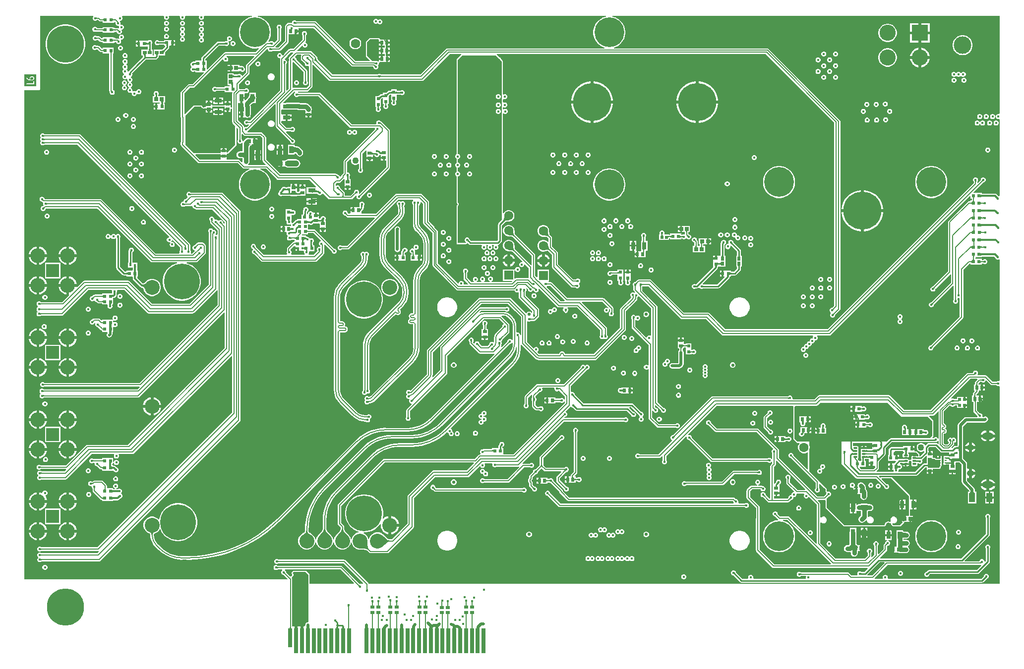
<source format=gbl>
G04*
G04 #@! TF.GenerationSoftware,Altium Limited,Altium Designer,24.4.1 (13)*
G04*
G04 Layer_Physical_Order=6*
G04 Layer_Color=16711680*
%FSLAX44Y44*%
%MOMM*%
G71*
G04*
G04 #@! TF.SameCoordinates,C90DC2AB-A742-4751-A2CE-D788DAC0CE27*
G04*
G04*
G04 #@! TF.FilePolarity,Positive*
G04*
G01*
G75*
%ADD12C,0.5080*%
%ADD13C,0.2000*%
%ADD18C,0.1524*%
%ADD19C,0.2540*%
%ADD20C,0.3000*%
%ADD24C,0.1270*%
%ADD36R,0.6000X0.5000*%
%ADD39R,0.5000X0.6000*%
%ADD41R,1.0500X1.6000*%
%ADD43R,0.6400X0.6000*%
%ADD44R,0.6000X0.6400*%
%ADD45R,1.3000X0.7000*%
%ADD46R,0.7000X1.3000*%
%ADD53R,0.7112X4.1910*%
%ADD54R,0.7112X3.2004*%
%ADD75R,0.7393X0.6725*%
%ADD88R,0.4500X0.4500*%
%ADD116R,0.3700X0.2400*%
%ADD117R,0.4000X1.0800*%
%ADD132R,0.6725X0.7393*%
%ADD204C,2.7500*%
%ADD205R,2.7500X2.7500*%
%ADD206C,2.9972*%
%ADD213C,1.1000*%
%ADD214C,1.6000*%
%ADD219C,0.1800*%
%ADD220C,0.2060*%
%ADD221C,0.2032*%
%ADD222C,0.2067*%
%ADD224C,0.7620*%
%ADD226C,0.3810*%
%ADD228C,1.0000*%
%ADD230R,2.2500X2.2500*%
%ADD231C,2.5500*%
%ADD232C,0.5502*%
%ADD233C,6.0960*%
%ADD234C,2.5400*%
%ADD235C,1.5500*%
%ADD236R,1.5500X1.5500*%
%ADD237R,1.6000X1.6000*%
%ADD238O,1.9000X1.2000*%
%ADD239O,1.2500X1.0500*%
%ADD240C,6.5000*%
%ADD241C,6.3500*%
%ADD242C,0.4500*%
%ADD243C,5.0800*%
%ADD247C,0.2080*%
%ADD248C,0.2000*%
%ADD249R,0.6500X0.7000*%
%ADD250R,0.7500X0.7000*%
%ADD251R,0.6888X0.6725*%
%ADD252R,0.5500X0.5000*%
%ADD253R,0.5600X0.5200*%
G04:AMPARAMS|DCode=254|XSize=0.66mm|YSize=0.32mm|CornerRadius=0.04mm|HoleSize=0mm|Usage=FLASHONLY|Rotation=0.000|XOffset=0mm|YOffset=0mm|HoleType=Round|Shape=RoundedRectangle|*
%AMROUNDEDRECTD254*
21,1,0.6600,0.2400,0,0,0.0*
21,1,0.5800,0.3200,0,0,0.0*
1,1,0.0800,0.2900,-0.1200*
1,1,0.0800,-0.2900,-0.1200*
1,1,0.0800,-0.2900,0.1200*
1,1,0.0800,0.2900,0.1200*
%
%ADD254ROUNDEDRECTD254*%
%ADD255R,0.6000X0.6500*%
%ADD256R,0.6500X0.6000*%
%ADD257C,0.3048*%
G36*
X127723Y1102469D02*
X127852Y1102374D01*
X127994Y1102290D01*
X128150Y1102217D01*
X128319Y1102156D01*
X128500Y1102105D01*
X128695Y1102066D01*
X128903Y1102038D01*
X129123Y1102022D01*
X129358Y1102016D01*
Y1099984D01*
X129123Y1099978D01*
X128695Y1099934D01*
X128500Y1099894D01*
X128319Y1099844D01*
X128150Y1099783D01*
X127994Y1099710D01*
X127852Y1099626D01*
X127723Y1099531D01*
X127607Y1099425D01*
Y1102575D01*
X127723Y1102469D01*
D02*
G37*
G36*
X158740Y1100339D02*
X158801Y1100166D01*
X158902Y1100014D01*
X159045Y1099882D01*
X159228Y1099770D01*
X159451Y1099678D01*
X159715Y1099607D01*
X160020Y1099557D01*
X160365Y1099526D01*
X160751Y1099516D01*
Y1097484D01*
X160365Y1097474D01*
X160020Y1097443D01*
X159715Y1097393D01*
X159451Y1097321D01*
X159228Y1097230D01*
X159045Y1097118D01*
X158902Y1096986D01*
X158801Y1096834D01*
X158740Y1096661D01*
X158720Y1096468D01*
Y1100532D01*
X158740Y1100339D01*
D02*
G37*
G36*
X155460D02*
X155521Y1100166D01*
X155625Y1100014D01*
X155769Y1099882D01*
X155955Y1099770D01*
X156181Y1099678D01*
X156450Y1099607D01*
X156759Y1099557D01*
X157110Y1099526D01*
X157501Y1099516D01*
Y1097484D01*
X157110Y1097474D01*
X156759Y1097443D01*
X156450Y1097393D01*
X156181Y1097321D01*
X155955Y1097230D01*
X155769Y1097118D01*
X155625Y1096986D01*
X155521Y1096834D01*
X155460Y1096661D01*
X155439Y1096468D01*
Y1100532D01*
X155460Y1100339D01*
D02*
G37*
G36*
X140561Y1096468D02*
X140540Y1096661D01*
X140478Y1096834D01*
X140375Y1096986D01*
X140231Y1097118D01*
X140045Y1097230D01*
X139818Y1097321D01*
X139550Y1097393D01*
X139241Y1097443D01*
X138890Y1097474D01*
X138498Y1097484D01*
Y1099516D01*
X138890Y1099526D01*
X139241Y1099557D01*
X139550Y1099607D01*
X139818Y1099678D01*
X140045Y1099770D01*
X140231Y1099882D01*
X140375Y1100014D01*
X140478Y1100166D01*
X140540Y1100339D01*
X140561Y1100532D01*
Y1096468D01*
D02*
G37*
G36*
X467723Y1094469D02*
X467852Y1094374D01*
X467994Y1094290D01*
X468150Y1094217D01*
X468318Y1094156D01*
X468500Y1094105D01*
X468695Y1094066D01*
X468903Y1094038D01*
X469123Y1094022D01*
X469358Y1094016D01*
Y1091984D01*
X469123Y1091978D01*
X468695Y1091934D01*
X468500Y1091895D01*
X468318Y1091844D01*
X468150Y1091783D01*
X467994Y1091710D01*
X467852Y1091626D01*
X467723Y1091531D01*
X467607Y1091425D01*
Y1094575D01*
X467723Y1094469D01*
D02*
G37*
G36*
X441469Y1084277D02*
X441374Y1084148D01*
X441290Y1084006D01*
X441217Y1083850D01*
X441156Y1083681D01*
X441105Y1083500D01*
X441066Y1083305D01*
X441038Y1083097D01*
X441022Y1082876D01*
X441016Y1082642D01*
X438984D01*
X438978Y1082876D01*
X438934Y1083305D01*
X438895Y1083500D01*
X438844Y1083681D01*
X438783Y1083850D01*
X438710Y1084006D01*
X438626Y1084148D01*
X438531Y1084277D01*
X438425Y1084393D01*
X441575D01*
X441469Y1084277D01*
D02*
G37*
G36*
X461945Y1083381D02*
X462001Y1082522D01*
X462026Y1082384D01*
X462056Y1082277D01*
X462084Y1082216D01*
X462324Y1082181D01*
X462252Y1082115D01*
X462187Y1082029D01*
X462130Y1081923D01*
X462080Y1081796D01*
X462038Y1081648D01*
X462003Y1081481D01*
X461977Y1081293D01*
X461946Y1080856D01*
X461942Y1080607D01*
X459402Y1081066D01*
X459400Y1081319D01*
X459341Y1082139D01*
X459170D01*
X459214Y1082154D01*
X459253Y1082200D01*
X459288Y1082277D01*
X459313Y1082363D01*
X459307Y1082390D01*
X459278Y1082495D01*
X459245Y1082578D01*
X459208Y1082640D01*
X459356Y1082618D01*
X459365Y1082691D01*
X459393Y1083120D01*
X459402Y1083672D01*
X461942D01*
X461945Y1083381D01*
D02*
G37*
G36*
X158740Y1082839D02*
X158801Y1082666D01*
X158902Y1082514D01*
X159045Y1082382D01*
X159228Y1082270D01*
X159451Y1082178D01*
X159715Y1082107D01*
X160020Y1082057D01*
X160365Y1082026D01*
X160751Y1082016D01*
Y1079984D01*
X160365Y1079974D01*
X160020Y1079943D01*
X159715Y1079893D01*
X159451Y1079821D01*
X159228Y1079730D01*
X159045Y1079618D01*
X158902Y1079486D01*
X158801Y1079334D01*
X158740Y1079161D01*
X158720Y1078968D01*
Y1083032D01*
X158740Y1082839D01*
D02*
G37*
G36*
X155460D02*
X155521Y1082666D01*
X155625Y1082514D01*
X155769Y1082382D01*
X155955Y1082270D01*
X156181Y1082178D01*
X156450Y1082107D01*
X156759Y1082057D01*
X157110Y1082026D01*
X157501Y1082016D01*
Y1079984D01*
X157110Y1079974D01*
X156759Y1079943D01*
X156450Y1079893D01*
X156181Y1079821D01*
X155955Y1079730D01*
X155769Y1079618D01*
X155625Y1079486D01*
X155521Y1079334D01*
X155460Y1079161D01*
X155439Y1078968D01*
Y1083032D01*
X155460Y1082839D01*
D02*
G37*
G36*
X140561Y1078968D02*
X140540Y1079161D01*
X140478Y1079334D01*
X140375Y1079486D01*
X140231Y1079618D01*
X140045Y1079730D01*
X139818Y1079821D01*
X139550Y1079893D01*
X139241Y1079943D01*
X138890Y1079974D01*
X138498Y1079984D01*
Y1082016D01*
X138890Y1082026D01*
X139241Y1082057D01*
X139550Y1082107D01*
X139818Y1082178D01*
X140045Y1082270D01*
X140231Y1082382D01*
X140375Y1082514D01*
X140478Y1082666D01*
X140540Y1082839D01*
X140561Y1083032D01*
Y1078968D01*
D02*
G37*
G36*
X165514Y1080931D02*
X165849Y1080659D01*
X166014Y1080549D01*
X166178Y1080457D01*
X166341Y1080381D01*
X166502Y1080322D01*
X166662Y1080281D01*
X166820Y1080257D01*
X166978Y1080250D01*
X164750Y1078023D01*
X164743Y1078180D01*
X164719Y1078338D01*
X164678Y1078498D01*
X164619Y1078660D01*
X164543Y1078822D01*
X164450Y1078986D01*
X164340Y1079152D01*
X164213Y1079318D01*
X164069Y1079486D01*
X163907Y1079656D01*
X165344Y1081093D01*
X165514Y1080931D01*
D02*
G37*
G36*
X484469Y1073277D02*
X484374Y1073148D01*
X484290Y1073006D01*
X484217Y1072850D01*
X484156Y1072682D01*
X484105Y1072500D01*
X484066Y1072305D01*
X484038Y1072097D01*
X484022Y1071877D01*
X484016Y1071643D01*
X481984D01*
X481978Y1071877D01*
X481934Y1072305D01*
X481895Y1072500D01*
X481844Y1072682D01*
X481783Y1072850D01*
X481710Y1073006D01*
X481626Y1073148D01*
X481531Y1073277D01*
X481425Y1073393D01*
X484575D01*
X484469Y1073277D01*
D02*
G37*
G36*
X1670000Y937915D02*
X1668944Y937209D01*
X1668845Y937250D01*
X1667155D01*
X1665593Y936603D01*
X1664397Y935407D01*
X1663750Y933845D01*
Y932155D01*
X1664397Y930593D01*
X1665593Y929397D01*
X1667155Y928750D01*
X1668845D01*
X1668944Y928791D01*
X1670000Y928085D01*
Y797670D01*
X1668730Y796883D01*
X1667845Y797250D01*
X1667803D01*
X1667738Y797308D01*
X1665023Y800023D01*
X1663866Y800797D01*
X1662500Y801069D01*
X1639818D01*
X1639642Y801084D01*
X1639500Y801107D01*
Y802500D01*
X1637513D01*
X1637469Y802509D01*
X1637426Y802500D01*
X1630770D01*
X1630500Y802500D01*
Y802500D01*
X1629500D01*
Y802500D01*
X1625923D01*
X1625437Y803673D01*
X1642387Y820623D01*
X1642412Y820643D01*
X1642483Y820694D01*
X1642537Y820728D01*
X1642573Y820748D01*
X1642577Y820750D01*
X1642578Y820750D01*
X1642845D01*
X1644407Y821397D01*
X1645603Y822593D01*
X1646250Y824155D01*
Y825845D01*
X1645603Y827407D01*
X1644407Y828603D01*
X1642845Y829250D01*
X1641155D01*
X1639593Y828603D01*
X1638397Y827407D01*
X1637750Y825845D01*
Y824684D01*
X1633248Y820182D01*
X1632075Y820668D01*
Y821942D01*
X1632079Y821968D01*
X1632090Y822026D01*
X1632094Y822041D01*
X1632110Y822066D01*
X1632112Y822069D01*
X1632113Y822072D01*
X1632160Y822150D01*
X1632603Y822593D01*
X1633250Y824155D01*
Y825845D01*
X1632603Y827407D01*
X1631407Y828603D01*
X1629845Y829250D01*
X1628155D01*
X1626593Y828603D01*
X1625397Y827407D01*
X1624750Y825845D01*
Y824155D01*
X1625397Y822593D01*
X1625840Y822150D01*
X1625887Y822072D01*
X1625888Y822069D01*
X1625890Y822066D01*
X1625906Y822041D01*
X1625910Y822026D01*
X1625916Y821998D01*
X1625925Y821907D01*
Y819274D01*
X1376262Y569611D01*
X1201738D01*
X1174174Y597174D01*
X1173177Y597841D01*
X1172000Y598075D01*
X1172000Y598075D01*
X1131274D01*
X1075174Y654174D01*
X1074177Y654841D01*
X1073000Y655075D01*
X1073000Y655075D01*
X1054101D01*
X1052924Y654841D01*
X1051926Y654174D01*
X1051926Y654174D01*
X1048017Y650265D01*
X1047997Y650250D01*
X1047947Y650217D01*
X1047934Y650209D01*
X1047906Y650202D01*
X1047902Y650202D01*
X1047899Y650201D01*
X1047811Y650179D01*
X1047184D01*
X1045622Y649532D01*
X1044427Y648336D01*
X1043780Y646774D01*
Y645083D01*
X1044427Y643521D01*
X1044870Y643079D01*
X1044917Y643001D01*
X1044918Y642998D01*
X1044920Y642995D01*
X1044936Y642970D01*
X1044939Y642955D01*
X1044945Y642927D01*
X1044955Y642836D01*
Y636970D01*
X1044955Y636970D01*
X1045189Y635793D01*
X1045855Y634796D01*
X1047292Y633359D01*
X1047036Y631929D01*
X1046869Y631850D01*
X1046171Y631839D01*
X1046096Y631914D01*
X1044534Y632561D01*
X1042843D01*
X1041282Y631914D01*
X1040086Y630718D01*
X1039439Y629156D01*
Y627466D01*
X1040086Y625904D01*
X1040705Y625285D01*
X1040777Y623690D01*
X1040732Y623599D01*
X1040406Y623273D01*
X1040406Y623273D01*
X1022837Y605704D01*
X1022174Y604712D01*
X1021941Y603541D01*
X1021941Y603541D01*
Y572267D01*
X976937Y527263D01*
X928297D01*
X928004Y528732D01*
X926840Y530475D01*
X925096Y531640D01*
X923040Y532049D01*
X920984Y531640D01*
X919241Y530475D01*
X918076Y528732D01*
X917784Y527263D01*
X884063D01*
X881162Y530164D01*
X881315Y530930D01*
X881566Y531556D01*
X882603Y532593D01*
X883250Y534155D01*
Y535845D01*
X882603Y537407D01*
X881407Y538603D01*
X879845Y539250D01*
X878155D01*
X876593Y538603D01*
X875556Y537566D01*
X874930Y537315D01*
X874164Y537162D01*
X863059Y548267D01*
Y583135D01*
X864329Y583661D01*
X864593Y583397D01*
X866155Y582750D01*
X867845D01*
X869407Y583397D01*
X869850Y583840D01*
X869928Y583887D01*
X869931Y583888D01*
X869934Y583890D01*
X869959Y583906D01*
X869974Y583910D01*
X870002Y583915D01*
X870093Y583925D01*
X875415D01*
X875415Y583925D01*
X876592Y584159D01*
X877589Y584826D01*
X883174Y590411D01*
X883174Y590411D01*
X883841Y591408D01*
X884075Y592585D01*
Y603000D01*
X884075Y603000D01*
X883841Y604177D01*
X883174Y605174D01*
X861075Y627274D01*
Y633942D01*
X861078Y633968D01*
X861090Y634026D01*
X861094Y634041D01*
X861110Y634066D01*
X861112Y634069D01*
X861113Y634072D01*
X861160Y634150D01*
X861603Y634593D01*
X862250Y636155D01*
Y637845D01*
X861713Y639142D01*
X862789Y639862D01*
X864664Y637988D01*
X864679Y637967D01*
X864712Y637918D01*
X864720Y637904D01*
X864727Y637876D01*
X864727Y637872D01*
X864728Y637869D01*
X864750Y637781D01*
Y637155D01*
X865397Y635593D01*
X866593Y634397D01*
X868155Y633750D01*
X869845D01*
X871407Y634397D01*
X872603Y635593D01*
X872719Y635873D01*
X874168Y636415D01*
X874750Y636155D01*
X875397Y634593D01*
X876593Y633397D01*
X878155Y632750D01*
X879845D01*
X881407Y633397D01*
X882603Y634593D01*
X883250Y636155D01*
Y637845D01*
X883127Y638144D01*
X883191Y638186D01*
X884265Y638801D01*
X915240Y607826D01*
X916238Y607159D01*
X917415Y606925D01*
X917415Y606925D01*
X925118D01*
X925645Y605655D01*
X925397Y605407D01*
X924750Y603845D01*
Y602155D01*
X925397Y600593D01*
X926593Y599397D01*
X926625Y599384D01*
X926631Y599351D01*
X927298Y598353D01*
X928295Y597687D01*
X929472Y597453D01*
X930649Y597687D01*
X931647Y598353D01*
X932313Y599351D01*
X932547Y600528D01*
Y600537D01*
X932603Y600593D01*
X933250Y602155D01*
Y603845D01*
X932603Y605407D01*
X932355Y605655D01*
X932881Y606925D01*
X948726D01*
X988040Y567611D01*
Y560058D01*
X988036Y560032D01*
X988025Y559974D01*
X988021Y559959D01*
X988005Y559934D01*
X988003Y559931D01*
X988002Y559928D01*
X987955Y559850D01*
X987512Y559407D01*
X986865Y557845D01*
Y556155D01*
X987512Y554593D01*
X988708Y553397D01*
X990270Y552750D01*
X991960D01*
X993522Y553397D01*
X994000Y553875D01*
X994478Y553397D01*
X996040Y552750D01*
X997730D01*
X999292Y553397D01*
X1000488Y554593D01*
X1001135Y556155D01*
Y557845D01*
X1000488Y559407D01*
X1000045Y559850D01*
X999998Y559928D01*
X999997Y559931D01*
X999995Y559934D01*
X999979Y559959D01*
X999975Y559974D01*
X999970Y560002D01*
X999960Y560093D01*
Y571115D01*
X999960Y571115D01*
X999726Y572292D01*
X999059Y573289D01*
X999059Y573289D01*
X956597Y615752D01*
X957083Y616925D01*
X991726D01*
X1001862Y606789D01*
X1001142Y605713D01*
X999845Y606250D01*
X998155D01*
X996593Y605603D01*
X995397Y604407D01*
X994750Y602845D01*
Y601155D01*
X995397Y599593D01*
X996593Y598397D01*
X998155Y597750D01*
X999845D01*
X1001407Y598397D01*
X1002603Y599593D01*
X1003250Y601155D01*
Y602845D01*
X1002713Y604142D01*
X1003789Y604862D01*
X1004925Y603726D01*
Y599741D01*
X1004593Y599603D01*
X1003397Y598407D01*
X1002750Y596845D01*
Y595155D01*
X1003397Y593593D01*
X1004593Y592397D01*
X1006155Y591750D01*
X1007845D01*
X1009407Y592397D01*
X1010603Y593593D01*
X1011250Y595155D01*
Y596845D01*
X1010920Y597643D01*
X1011075Y598424D01*
X1011075Y598424D01*
Y605000D01*
X1010841Y606177D01*
X1010174Y607174D01*
X1010174Y607174D01*
X995174Y622174D01*
X994177Y622841D01*
X993000Y623075D01*
X993000Y623075D01*
X932274D01*
X906174Y649174D01*
X905177Y649841D01*
X904000Y650075D01*
X904000Y650075D01*
X898930D01*
X898734Y650330D01*
X899360Y651600D01*
X901000D01*
Y671600D01*
X881000D01*
Y659008D01*
X879827Y658522D01*
X877075Y661274D01*
Y696200D01*
X877075Y696200D01*
X876841Y697377D01*
X876174Y698374D01*
X842793Y731756D01*
X842766Y731788D01*
X842616Y732033D01*
X842450Y732397D01*
X842286Y732882D01*
X842136Y733483D01*
X842016Y734151D01*
X841794Y737015D01*
X841789Y738132D01*
X841750Y738323D01*
Y739484D01*
X841086Y741963D01*
X839802Y744187D01*
X837987Y746002D01*
X835763Y747286D01*
X833284Y747950D01*
X830716D01*
X828237Y747286D01*
X826013Y746002D01*
X824198Y744187D01*
X822915Y741963D01*
X822250Y739484D01*
Y736916D01*
X822915Y734437D01*
X824198Y732213D01*
X826013Y730398D01*
X828237Y729115D01*
X830716Y728450D01*
X831878D01*
X832068Y728411D01*
X833205Y728406D01*
X835200Y728292D01*
X836003Y728193D01*
X836717Y728064D01*
X837318Y727914D01*
X837803Y727749D01*
X838167Y727584D01*
X838412Y727434D01*
X838444Y727407D01*
X870925Y694926D01*
Y679883D01*
X869752Y679397D01*
X842793Y706356D01*
X842766Y706388D01*
X842616Y706633D01*
X842450Y706997D01*
X842286Y707482D01*
X842136Y708083D01*
X842016Y708751D01*
X841794Y711615D01*
X841789Y712732D01*
X841750Y712923D01*
Y714084D01*
X841086Y716563D01*
X839802Y718787D01*
X837987Y720602D01*
X835763Y721886D01*
X833284Y722550D01*
X830716D01*
X828237Y721886D01*
X826013Y720602D01*
X824198Y718787D01*
X822915Y716563D01*
X822250Y714084D01*
Y711516D01*
X822915Y709037D01*
X824198Y706813D01*
X826013Y704998D01*
X828237Y703715D01*
X830716Y703050D01*
X831878D01*
X832068Y703011D01*
X833205Y703006D01*
X835200Y702892D01*
X836003Y702793D01*
X836717Y702664D01*
X837318Y702514D01*
X837803Y702349D01*
X838167Y702184D01*
X838412Y702034D01*
X838444Y702007D01*
X854992Y685459D01*
X854405Y684250D01*
X853155D01*
X851593Y683603D01*
X850397Y682407D01*
X849750Y680845D01*
Y679155D01*
X850397Y677593D01*
X851593Y676397D01*
X853155Y675750D01*
X854845D01*
X856407Y676397D01*
X857603Y677593D01*
X858250Y679155D01*
Y680405D01*
X859459Y680992D01*
X865925Y674526D01*
Y658186D01*
X865500Y657535D01*
X865465Y657500D01*
X864814Y657075D01*
X845000D01*
X843823Y656841D01*
X843020Y656304D01*
X841750Y656677D01*
Y670250D01*
X843020Y670503D01*
X843397Y669593D01*
X844593Y668397D01*
X846155Y667750D01*
X847845D01*
X849407Y668397D01*
X850603Y669593D01*
X851250Y671155D01*
Y672845D01*
X850603Y674407D01*
X849407Y675603D01*
X847845Y676250D01*
X846155D01*
X844593Y675603D01*
X843397Y674407D01*
X842750Y672845D01*
Y672402D01*
X841750Y671750D01*
X841480Y671750D01*
X822250D01*
Y652250D01*
X837242D01*
X837728Y651077D01*
X836726Y650075D01*
X802592D01*
X802339Y651345D01*
X803498Y651825D01*
X804694Y653021D01*
X805341Y654583D01*
Y656273D01*
X804694Y657835D01*
X803498Y659031D01*
X801936Y659678D01*
X800245D01*
X798683Y659031D01*
X797488Y657835D01*
X796841Y656273D01*
Y654583D01*
X797488Y653021D01*
X798683Y651825D01*
X799842Y651345D01*
X799589Y650075D01*
X789645D01*
X789393Y651345D01*
X789818Y651521D01*
X791013Y652717D01*
X791660Y654279D01*
Y655969D01*
X791013Y657532D01*
X789818Y658727D01*
X788255Y659374D01*
X786565D01*
X785003Y658727D01*
X783807Y657532D01*
X783160Y655969D01*
Y654279D01*
X783807Y652717D01*
X785003Y651521D01*
X785428Y651345D01*
X785175Y650075D01*
X777535D01*
X777282Y651345D01*
X777407Y651397D01*
X778603Y652593D01*
X779250Y654155D01*
Y655845D01*
X778603Y657407D01*
X777407Y658603D01*
X775845Y659250D01*
X774155D01*
X772593Y658603D01*
X771397Y657407D01*
X770750Y655845D01*
Y654155D01*
X771397Y652593D01*
X772593Y651397D01*
X772718Y651345D01*
X772465Y650075D01*
X768274D01*
X761075Y657274D01*
Y666304D01*
X761078Y666330D01*
X761090Y666388D01*
X761094Y666403D01*
X761110Y666428D01*
X761112Y666431D01*
X761113Y666433D01*
X761160Y666511D01*
X761603Y666954D01*
X762250Y668516D01*
Y670207D01*
X761603Y671769D01*
X760407Y672964D01*
X758845Y673612D01*
X757155D01*
X755593Y672964D01*
X754397Y671769D01*
X753750Y670207D01*
Y668516D01*
X754397Y666954D01*
X754840Y666511D01*
X754887Y666433D01*
X754888Y666431D01*
X754891Y666428D01*
X754906Y666403D01*
X754910Y666388D01*
X754915Y666359D01*
X754925Y666269D01*
Y656000D01*
X754925Y656000D01*
X755159Y654823D01*
X755826Y653826D01*
X762403Y647248D01*
X761917Y646075D01*
X755946D01*
X755240Y647131D01*
X755250Y647155D01*
Y648845D01*
X754603Y650407D01*
X753407Y651603D01*
X751845Y652250D01*
X750155D01*
X748593Y651603D01*
X747397Y650407D01*
X746750Y648845D01*
Y648395D01*
X745480Y647869D01*
X711075Y682274D01*
Y736670D01*
X711075Y736670D01*
X710841Y737847D01*
X710174Y738844D01*
X710174Y738844D01*
X705075Y743943D01*
Y744000D01*
X705075Y744000D01*
X704841Y745177D01*
X704174Y746174D01*
X704174Y746174D01*
X696075Y754274D01*
Y787000D01*
X696075Y787000D01*
X695841Y788177D01*
X695174Y789174D01*
X684174Y800174D01*
X683177Y800841D01*
X682000Y801075D01*
X682000Y801075D01*
X640000D01*
X638823Y800841D01*
X637826Y800174D01*
X637826Y800174D01*
X604726Y767075D01*
X581370D01*
X580400Y767800D01*
X580400Y768345D01*
Y770335D01*
X580403Y770347D01*
X580415Y770506D01*
X580428Y770566D01*
X580466Y770683D01*
X580541Y770851D01*
X580659Y771065D01*
X580824Y771319D01*
X581023Y771590D01*
X581530Y772181D01*
X583124Y773775D01*
X583124Y773776D01*
X583791Y774773D01*
X584025Y775950D01*
Y776728D01*
X584263Y776852D01*
X584333Y776936D01*
X584424Y776997D01*
X584586Y777239D01*
X584772Y777463D01*
X584805Y777568D01*
X584866Y777659D01*
X584923Y777944D01*
X585010Y778222D01*
X585000Y778332D01*
X585021Y778439D01*
X584964Y778725D01*
X584938Y779015D01*
X584887Y779112D01*
X584866Y779219D01*
X584704Y779462D01*
X584569Y779720D01*
X584760Y780784D01*
X585407Y782346D01*
Y784037D01*
X584760Y785599D01*
X583564Y786794D01*
X582002Y787441D01*
X580311D01*
X578749Y786794D01*
X577554Y785599D01*
X576907Y784037D01*
Y782346D01*
X577554Y780784D01*
X577331Y779720D01*
X577196Y779462D01*
X577034Y779219D01*
X577013Y779112D01*
X576962Y779015D01*
X576936Y778725D01*
X576879Y778439D01*
X575635Y778200D01*
X568100D01*
Y773000D01*
X566600D01*
Y771500D01*
X561600D01*
Y768345D01*
X561600Y767800D01*
X560630Y767075D01*
X558365D01*
X556928Y768512D01*
X556912Y768533D01*
X556879Y768582D01*
X556871Y768596D01*
X556865Y768624D01*
X556864Y768628D01*
X556863Y768631D01*
X556841Y768719D01*
Y769345D01*
X556194Y770907D01*
X554999Y772103D01*
X553437Y772750D01*
X551746D01*
X550184Y772103D01*
X548988Y770907D01*
X548341Y769345D01*
Y767655D01*
X548988Y766093D01*
X550184Y764897D01*
X551746Y764250D01*
X552372D01*
X552461Y764228D01*
X552464Y764227D01*
X552467Y764227D01*
X552495Y764220D01*
X552509Y764212D01*
X552533Y764196D01*
X552603Y764139D01*
X554917Y761826D01*
X554917Y761826D01*
X555914Y761159D01*
X557091Y760925D01*
X602917D01*
X603403Y759752D01*
X555726Y712075D01*
X547058D01*
X547032Y712078D01*
X546974Y712090D01*
X546959Y712094D01*
X546934Y712110D01*
X546931Y712112D01*
X546928Y712113D01*
X546850Y712160D01*
X546407Y712603D01*
X544845Y713250D01*
X543155D01*
X541593Y712603D01*
X540397Y711407D01*
X539750Y709845D01*
Y708155D01*
X540397Y706593D01*
X541593Y705397D01*
X543155Y704750D01*
X544845D01*
X546407Y705397D01*
X546850Y705840D01*
X546928Y705887D01*
X546931Y705888D01*
X546934Y705891D01*
X546959Y705906D01*
X546974Y705910D01*
X547002Y705916D01*
X547093Y705925D01*
X557000D01*
X557000Y705925D01*
X558177Y706159D01*
X559174Y706826D01*
X643274Y790925D01*
X668465D01*
X668718Y789655D01*
X668593Y789603D01*
X667397Y788407D01*
X666750Y786845D01*
Y785155D01*
X667397Y783593D01*
X668551Y782439D01*
X668418Y781428D01*
X668443D01*
Y750089D01*
X668443Y750089D01*
X668410D01*
X668416Y750035D01*
X668532Y748855D01*
X668769Y746450D01*
X669830Y742950D01*
X671555Y739724D01*
X673876Y736896D01*
X673899Y736920D01*
X673899Y736919D01*
X679470Y731349D01*
X679578Y731276D01*
X682292Y727969D01*
X684370Y724082D01*
X685649Y719865D01*
X686069Y715607D01*
X686043Y715479D01*
Y688000D01*
X686063Y687900D01*
X685665Y684875D01*
X684459Y681964D01*
X682602Y679543D01*
X682517Y679486D01*
X678732Y675701D01*
X678699Y675733D01*
X675324Y671781D01*
X672608Y667349D01*
X670619Y662547D01*
X669406Y657493D01*
X668998Y652312D01*
X669043D01*
Y601000D01*
Y597047D01*
X666497D01*
Y597090D01*
X664519Y596696D01*
X662842Y595575D01*
X661721Y593898D01*
X661328Y591920D01*
X661721Y589942D01*
X662407Y588916D01*
X662842Y588265D01*
X662083Y587289D01*
X661495Y586895D01*
X660374Y585218D01*
X659981Y583240D01*
X660374Y581262D01*
X661495Y579585D01*
X663172Y578464D01*
X665150Y578071D01*
Y578113D01*
X669043D01*
Y537521D01*
X669069Y537393D01*
X668649Y533135D01*
X667370Y528918D01*
X665293Y525031D01*
X662578Y521724D01*
X662470Y521651D01*
X596663Y455844D01*
X596660Y455847D01*
X595052Y454613D01*
X593244Y453864D01*
X592407Y454701D01*
X590845Y455348D01*
X589155D01*
X587593Y454701D01*
X586397Y453505D01*
X585750Y451943D01*
Y450252D01*
X586397Y448690D01*
X586875Y448213D01*
X586397Y447735D01*
X585750Y446173D01*
Y444482D01*
X586397Y442920D01*
X587593Y441725D01*
X589155Y441078D01*
X590845D01*
X592407Y441725D01*
X593603Y442920D01*
X593645Y443022D01*
X593664Y443028D01*
X593747Y443048D01*
X593913Y443077D01*
X593966Y443097D01*
X594792Y443179D01*
X598257Y444230D01*
X601450Y445937D01*
X604249Y448234D01*
X604249Y448233D01*
X605124Y449154D01*
X670069Y514099D01*
X670100Y514067D01*
X673476Y518019D01*
X676192Y522451D01*
X678181Y527253D01*
X679394Y532307D01*
X679802Y537488D01*
X679757D01*
Y593012D01*
Y612000D01*
Y652279D01*
X679731Y652407D01*
X680151Y656665D01*
X681430Y660882D01*
X683508Y664769D01*
X686222Y668076D01*
X686330Y668149D01*
X689214Y671032D01*
X690149Y671893D01*
X690149Y671893D01*
X690940Y672857D01*
X692977Y675339D01*
X695079Y679270D01*
X696373Y683536D01*
X696809Y687973D01*
X696757D01*
Y715525D01*
X696802D01*
X696395Y720702D01*
X695182Y725751D01*
X693195Y730548D01*
X690482Y734975D01*
X687110Y738923D01*
X687078Y738892D01*
X687078Y738892D01*
X681485Y744485D01*
X681486Y744486D01*
Y744486D01*
X680224Y746132D01*
X679430Y748049D01*
X679164Y750071D01*
X679157Y751341D01*
Y781114D01*
X679219Y781164D01*
X679328Y781428D01*
X679597Y782586D01*
X680603Y783593D01*
X681250Y785155D01*
Y786605D01*
X681925Y787065D01*
X682423Y787228D01*
X685925Y783726D01*
Y751000D01*
X685925Y751000D01*
X686159Y749823D01*
X686826Y748826D01*
X701623Y734028D01*
Y679632D01*
X701623Y679632D01*
X701857Y678456D01*
X702108Y678080D01*
X702159Y677823D01*
X702826Y676826D01*
X742825Y636826D01*
X742826Y636826D01*
X743823Y636159D01*
X745000Y635925D01*
X745000Y635925D01*
X841500D01*
X841500Y635925D01*
X841819Y635988D01*
X842397Y634593D01*
X843593Y633397D01*
X845155Y632750D01*
X846845D01*
X847655Y633085D01*
X848925Y632255D01*
Y624500D01*
X848925Y624500D01*
X849159Y623323D01*
X849826Y622326D01*
X871925Y600226D01*
Y598534D01*
X871345Y598257D01*
X870655Y598144D01*
X869465Y599334D01*
X867719Y600058D01*
X865829D01*
X864083Y599334D01*
X862746Y597998D01*
X862509Y597426D01*
X861011Y597128D01*
X835865Y622273D01*
X834873Y622936D01*
X833703Y623169D01*
X833702Y623169D01*
X782299D01*
X782299Y623169D01*
X781128Y622936D01*
X780136Y622273D01*
X780136Y622273D01*
X692837Y534975D01*
X692174Y533982D01*
X691941Y532812D01*
X691941Y532812D01*
Y492536D01*
X664208Y464802D01*
X663407Y465603D01*
X661845Y466250D01*
X660155D01*
X658593Y465603D01*
X657397Y464407D01*
X656750Y462845D01*
Y461155D01*
X657397Y459593D01*
X658490Y458500D01*
X657397Y457407D01*
X656750Y455845D01*
Y454155D01*
X657397Y452593D01*
X658593Y451397D01*
X660155Y450750D01*
X661845D01*
X662013Y450820D01*
X662732Y449743D01*
X662397Y449407D01*
X661750Y447845D01*
Y446155D01*
X662397Y444593D01*
X663593Y443397D01*
X665155Y442750D01*
X665605D01*
X666131Y441480D01*
X658056Y433405D01*
X657390Y432408D01*
X657156Y431231D01*
X657156Y431231D01*
Y420330D01*
X657152Y420304D01*
X657141Y420246D01*
X657137Y420231D01*
X657121Y420206D01*
X657119Y420203D01*
X657118Y420200D01*
X657071Y420122D01*
X656628Y419679D01*
X655981Y418117D01*
Y416427D01*
X656628Y414865D01*
X657823Y413669D01*
X659386Y413022D01*
X661076D01*
X662638Y413669D01*
X663834Y414865D01*
X664481Y416427D01*
Y418117D01*
X663834Y419679D01*
X663391Y420122D01*
X663344Y420200D01*
X663343Y420203D01*
X663340Y420206D01*
X663325Y420231D01*
X663321Y420246D01*
X663315Y420274D01*
X663306Y420365D01*
Y429957D01*
X726174Y492826D01*
X726174Y492826D01*
X726841Y493823D01*
X727075Y495000D01*
Y524226D01*
X789524Y586675D01*
X815976D01*
X823357Y579294D01*
X823059Y577796D01*
X822593Y577603D01*
X821397Y576407D01*
X820750Y574845D01*
Y574221D01*
X820733Y574152D01*
X820728Y574140D01*
X820726Y574123D01*
X820716Y574106D01*
X820698Y574080D01*
X820642Y574011D01*
X810644Y564013D01*
X810609Y564048D01*
X808575Y561398D01*
X807297Y558312D01*
X806861Y555000D01*
X806911D01*
Y547896D01*
X805642Y547370D01*
X805640Y547370D01*
X805407Y547603D01*
X803845Y548250D01*
X802155D01*
X800593Y547603D01*
X799397Y546407D01*
X798750Y544845D01*
Y544219D01*
X798728Y544131D01*
X798727Y544128D01*
X798727Y544124D01*
X798720Y544096D01*
X798712Y544082D01*
X798696Y544058D01*
X798639Y543988D01*
X795976Y541325D01*
X786024D01*
X782336Y545013D01*
X782321Y545033D01*
X782288Y545082D01*
X782280Y545096D01*
X782273Y545124D01*
X782273Y545128D01*
X782272Y545131D01*
X782250Y545219D01*
Y545845D01*
X781603Y547407D01*
X780407Y548603D01*
X778845Y549250D01*
X777155D01*
X775593Y548603D01*
X774397Y547407D01*
X773911Y546234D01*
X772577Y545772D01*
X771075Y547274D01*
Y547942D01*
X771078Y547968D01*
X771090Y548026D01*
X771094Y548041D01*
X771110Y548066D01*
X771112Y548069D01*
X771113Y548072D01*
X771160Y548150D01*
X771603Y548593D01*
X772250Y550155D01*
Y551845D01*
X771603Y553407D01*
X770407Y554603D01*
X768845Y555250D01*
X767155D01*
X765593Y554603D01*
X764397Y553407D01*
X763750Y551845D01*
Y550155D01*
X764397Y548593D01*
X764840Y548150D01*
X764887Y548072D01*
X764888Y548069D01*
X764890Y548066D01*
X764906Y548041D01*
X764910Y548026D01*
X764915Y547998D01*
X764925Y547907D01*
Y546000D01*
X764925Y546000D01*
X765159Y544823D01*
X765826Y543826D01*
X780826Y528826D01*
X780826Y528826D01*
X781823Y528159D01*
X783000Y527925D01*
X806000D01*
X806000Y527925D01*
X806943Y528112D01*
X807510Y527450D01*
X807691Y527065D01*
X697674Y417048D01*
X697589Y416920D01*
X692421Y412388D01*
X686450Y408398D01*
X680009Y405222D01*
X673209Y402913D01*
X666165Y401512D01*
X659189Y401055D01*
X659000Y401093D01*
X622035Y401093D01*
Y401148D01*
X613834Y400688D01*
X605737Y399312D01*
X597844Y397038D01*
X590255Y393895D01*
X583066Y389922D01*
X576367Y385168D01*
X571184Y380536D01*
X570243Y379695D01*
X570240Y379693D01*
X569398Y378772D01*
X436405Y245779D01*
X436285Y245599D01*
X426050Y236013D01*
X415049Y226985D01*
X403481Y218695D01*
X391396Y211180D01*
X378845Y204472D01*
X365882Y198598D01*
X352563Y193585D01*
X338944Y189454D01*
X325085Y186222D01*
X311043Y183904D01*
X296881Y182509D01*
X282872Y182051D01*
X282664Y182093D01*
X282654Y182093D01*
X282650Y182092D01*
X282646Y182093D01*
X274671D01*
X274669Y182092D01*
X274666Y182093D01*
X274651Y182093D01*
X274491Y182060D01*
X267915Y182491D01*
X261289Y183810D01*
X254892Y185981D01*
X248832Y188969D01*
X243215Y192723D01*
X238251Y197076D01*
X238157Y197217D01*
X233524Y201849D01*
X232626Y202747D01*
X231810Y203679D01*
X229819Y206105D01*
X227754Y209969D01*
X226482Y214161D01*
X226066Y218386D01*
X226093Y218521D01*
Y218853D01*
X226097Y218941D01*
X226158Y219301D01*
X226250Y219606D01*
X226370Y219871D01*
X226522Y220109D01*
X226713Y220334D01*
X226957Y220554D01*
X227268Y220770D01*
X227653Y220980D01*
X227969Y221113D01*
X228674Y221302D01*
X232026Y223237D01*
X234763Y225974D01*
X235904Y227951D01*
X237287Y227805D01*
X237349Y227612D01*
X239671Y223057D01*
X242675Y218921D01*
X246291Y215306D01*
X250427Y212301D01*
X254982Y209980D01*
X259844Y208400D01*
X264894Y207600D01*
X270006D01*
X275056Y208400D01*
X279918Y209980D01*
X284473Y212301D01*
X288609Y215306D01*
X292224Y218921D01*
X295229Y223057D01*
X297550Y227612D01*
X299130Y232474D01*
X299930Y237524D01*
Y242636D01*
X299130Y247686D01*
X297550Y252548D01*
X295229Y257103D01*
X292224Y261239D01*
X288609Y264854D01*
X284473Y267859D01*
X279918Y270180D01*
X275056Y271760D01*
X270006Y272560D01*
X264894D01*
X259844Y271760D01*
X254982Y270180D01*
X250427Y267859D01*
X246291Y264854D01*
X242675Y261239D01*
X239671Y257103D01*
X237349Y252548D01*
X235770Y247686D01*
X235377Y245208D01*
X234022Y244767D01*
X232026Y246763D01*
X228674Y248698D01*
X224935Y249700D01*
X221065D01*
X217326Y248698D01*
X213974Y246763D01*
X211237Y244026D01*
X209302Y240674D01*
X208300Y236935D01*
Y233065D01*
X209302Y229326D01*
X211237Y225974D01*
X213974Y223237D01*
X217326Y221302D01*
X218031Y221113D01*
X218347Y220980D01*
X218732Y220770D01*
X219042Y220554D01*
X219287Y220334D01*
X219478Y220109D01*
X219630Y219871D01*
X219700Y219717D01*
X219879Y218521D01*
X219879D01*
X220230Y214059D01*
X221275Y209708D01*
X222987Y205573D01*
X225326Y201757D01*
X228232Y198354D01*
X228253Y198374D01*
X232903Y193723D01*
X233738Y192799D01*
X233747Y192788D01*
X234669Y191980D01*
X239437Y187799D01*
X245729Y183594D01*
X252516Y180247D01*
X259683Y177814D01*
X267105Y176338D01*
X274657Y175843D01*
X274662Y175907D01*
X274677Y175907D01*
X281412D01*
X282657Y175847D01*
X283910Y175888D01*
X297286Y176326D01*
X311852Y177761D01*
X326294Y180145D01*
X340548Y183468D01*
X354555Y187717D01*
X368254Y192873D01*
X381586Y198914D01*
X394494Y205814D01*
X406924Y213543D01*
X418821Y222069D01*
X430136Y231354D01*
X439894Y240494D01*
X440819Y241360D01*
X440821Y241362D01*
X441659Y242285D01*
X574654Y375280D01*
X574738Y375406D01*
X580235Y380319D01*
X586366Y384669D01*
X592947Y388306D01*
X599893Y391183D01*
X607117Y393264D01*
X614529Y394524D01*
X621887Y394937D01*
X622035Y394907D01*
X659000Y394907D01*
X659000Y394907D01*
X659000Y394871D01*
X665837Y395255D01*
X672589Y396402D01*
X679170Y398298D01*
X685498Y400919D01*
X691492Y404232D01*
X697077Y408195D01*
X702061Y412649D01*
X702047Y412663D01*
X702048Y412674D01*
X831671Y542297D01*
X834041Y544667D01*
X834061Y544682D01*
X834112Y544717D01*
X834128Y544726D01*
X834143Y544729D01*
X834158Y544734D01*
X834221Y544750D01*
X834845D01*
X836407Y545397D01*
X837603Y546593D01*
X837641Y546684D01*
X838911Y546431D01*
Y544676D01*
X838911Y544662D01*
X838911Y544656D01*
X838842Y543415D01*
X838482Y539759D01*
X837053Y535049D01*
X834733Y530709D01*
X831722Y527040D01*
X831568Y526937D01*
X714279Y409649D01*
X714279Y409648D01*
X713370Y408778D01*
X708433Y404366D01*
X702011Y399809D01*
X695118Y396000D01*
X687843Y392986D01*
X680276Y390806D01*
X672513Y389487D01*
X665110Y389071D01*
X665021Y389089D01*
X665011Y389089D01*
X665007Y389089D01*
X665003Y389089D01*
X632000D01*
Y389137D01*
X624350Y388708D01*
X616797Y387424D01*
X609434Y385303D01*
X602356Y382371D01*
X595650Y378665D01*
X589401Y374231D01*
X583878Y369296D01*
X583896Y369278D01*
X583894Y369263D01*
X514958Y300327D01*
X514945Y300326D01*
X514931Y300340D01*
X508867Y293722D01*
X503201Y286339D01*
X498201Y278489D01*
X493904Y270234D01*
X490342Y261636D01*
X487543Y252760D01*
X485529Y243674D01*
X484314Y234447D01*
X483909Y225149D01*
X483908D01*
X483767Y223938D01*
X483737Y223844D01*
X483564Y223481D01*
X483336Y223131D01*
X483042Y222787D01*
X482673Y222444D01*
X482217Y222106D01*
X481682Y221783D01*
X481366Y221698D01*
X478014Y219763D01*
X475277Y217026D01*
X473342Y213674D01*
X472340Y209935D01*
Y206065D01*
X473342Y202326D01*
X475277Y198974D01*
X478014Y196237D01*
X481366Y194302D01*
X485105Y193300D01*
X488975D01*
X492714Y194302D01*
X496066Y196237D01*
X498803Y198974D01*
X500738Y202326D01*
X501623Y205627D01*
X502937D01*
X503822Y202326D01*
X505757Y198974D01*
X508494Y196237D01*
X511846Y194302D01*
X515585Y193300D01*
X519455D01*
X523194Y194302D01*
X526546Y196237D01*
X529283Y198974D01*
X531218Y202326D01*
X532103Y205627D01*
X533417D01*
X534302Y202326D01*
X536237Y198974D01*
X538974Y196237D01*
X542326Y194302D01*
X546065Y193300D01*
X549935D01*
X553674Y194302D01*
X557026Y196237D01*
X559763Y198974D01*
X561698Y202326D01*
X562343Y204731D01*
X563657D01*
X564302Y202326D01*
X566237Y198974D01*
X568974Y196237D01*
X572326Y194302D01*
X576065Y193300D01*
X577918D01*
X578097Y193262D01*
X582100Y193204D01*
X585351Y192949D01*
X586658Y192757D01*
X587789Y192523D01*
X588712Y192258D01*
X589418Y191979D01*
X589898Y191713D01*
X590109Y191542D01*
X593826Y187826D01*
X593826Y187826D01*
X594823Y187159D01*
X596000Y186925D01*
X625000D01*
X625000Y186925D01*
X626177Y187159D01*
X627174Y187826D01*
X669174Y229825D01*
X669174Y229826D01*
X669841Y230823D01*
X670075Y232000D01*
Y280726D01*
X706274Y316925D01*
X762000D01*
X762000Y316925D01*
X763177Y317159D01*
X764174Y317826D01*
X781873Y335524D01*
X783371Y335226D01*
X783648Y334558D01*
X784843Y333362D01*
X786405Y332715D01*
X788096D01*
X789658Y333362D01*
X790854Y334558D01*
X791501Y336120D01*
Y337811D01*
X790854Y339373D01*
X790572Y339655D01*
X791098Y340925D01*
X803255D01*
X804085Y339655D01*
X803750Y338845D01*
Y337155D01*
X804397Y335593D01*
X805593Y334397D01*
X807155Y333750D01*
X808845D01*
X810407Y334397D01*
X810850Y334840D01*
X810928Y334887D01*
X810931Y334888D01*
X810934Y334891D01*
X810959Y334906D01*
X810974Y334910D01*
X811002Y334916D01*
X811093Y334925D01*
X848000D01*
X848000Y334925D01*
X848974Y335119D01*
X849449Y334616D01*
X849722Y334071D01*
X829520Y313868D01*
X790308D01*
X790283Y313872D01*
X790224Y313883D01*
X790210Y313888D01*
X790184Y313903D01*
X790182Y313905D01*
X790179Y313906D01*
X790101Y313953D01*
X789658Y314396D01*
X788096Y315043D01*
X786405D01*
X784843Y314396D01*
X783648Y313201D01*
X783001Y311639D01*
Y309948D01*
X783648Y308386D01*
X784843Y307190D01*
X786405Y306543D01*
X788096D01*
X789658Y307190D01*
X790101Y307633D01*
X790179Y307680D01*
X790182Y307682D01*
X790185Y307684D01*
X790210Y307699D01*
X790224Y307703D01*
X790253Y307709D01*
X790343Y307718D01*
X830793D01*
X830793Y307718D01*
X831970Y307952D01*
X832968Y308619D01*
X858274Y333925D01*
X867942D01*
X867968Y333922D01*
X868027Y333910D01*
X868041Y333906D01*
X868066Y333890D01*
X868069Y333888D01*
X868072Y333887D01*
X868150Y333840D01*
X868593Y333397D01*
X870155Y332750D01*
X871845D01*
X873407Y333397D01*
X874603Y334593D01*
X875250Y336155D01*
Y337845D01*
X874603Y339407D01*
X873407Y340603D01*
X871845Y341250D01*
X870155D01*
X868593Y340603D01*
X868150Y340160D01*
X868072Y340113D01*
X868069Y340112D01*
X868066Y340109D01*
X868041Y340094D01*
X868027Y340090D01*
X867998Y340084D01*
X867907Y340075D01*
X857000D01*
X856026Y339881D01*
X855551Y340384D01*
X855278Y340929D01*
X926274Y411925D01*
X1028942D01*
X1028968Y411922D01*
X1029026Y411910D01*
X1029041Y411906D01*
X1029066Y411890D01*
X1029069Y411888D01*
X1029072Y411887D01*
X1029150Y411840D01*
X1029593Y411397D01*
X1031155Y410750D01*
X1032845D01*
X1034407Y411397D01*
X1035603Y412593D01*
X1036250Y414155D01*
Y415845D01*
X1035603Y417407D01*
X1034407Y418603D01*
X1032845Y419250D01*
X1031155D01*
X1029593Y418603D01*
X1029150Y418160D01*
X1029072Y418113D01*
X1029069Y418112D01*
X1029066Y418110D01*
X1029041Y418094D01*
X1029026Y418090D01*
X1028998Y418084D01*
X1028907Y418075D01*
X927083D01*
X926597Y419248D01*
X927512Y420164D01*
X927533Y420179D01*
X927582Y420212D01*
X927596Y420220D01*
X927624Y420227D01*
X927628Y420227D01*
X927630Y420228D01*
X927719Y420250D01*
X928345D01*
X929907Y420897D01*
X931103Y422093D01*
X931750Y423655D01*
Y425345D01*
X931103Y426907D01*
X929907Y428103D01*
X929581Y428238D01*
X929333Y429484D01*
X937030Y437181D01*
X937333Y437285D01*
X937464Y437301D01*
X938622Y437205D01*
X939430Y436397D01*
X940992Y435750D01*
X941366D01*
X941410Y435712D01*
X945480Y431642D01*
X946561Y430920D01*
X947837Y430666D01*
X1033125D01*
X1040831Y422960D01*
X1041397Y421593D01*
X1042593Y420397D01*
X1044155Y419750D01*
X1045845D01*
X1047407Y420397D01*
X1048603Y421593D01*
X1049250Y423155D01*
Y424845D01*
X1048603Y426407D01*
X1047407Y427603D01*
X1045845Y428250D01*
X1044971D01*
X1037825Y435396D01*
X1038351Y436666D01*
X1040619D01*
X1053746Y423538D01*
X1053750Y423534D01*
Y423155D01*
X1054397Y421593D01*
X1055182Y420808D01*
X1055457Y420000D01*
X1055182Y419192D01*
X1054397Y418407D01*
X1053750Y416845D01*
Y415155D01*
X1054397Y413593D01*
X1055593Y412397D01*
X1057155Y411750D01*
X1058845D01*
X1060407Y412397D01*
X1061603Y413593D01*
X1062250Y415155D01*
Y416845D01*
X1061603Y418407D01*
X1060818Y419192D01*
X1060543Y420000D01*
X1060818Y420808D01*
X1061603Y421593D01*
X1062250Y423155D01*
Y424845D01*
X1061603Y426407D01*
X1060407Y427603D01*
X1058845Y428250D01*
X1058471D01*
X1058427Y428288D01*
X1044358Y442357D01*
X1043276Y443080D01*
X1042000Y443334D01*
X959976D01*
X944849Y458462D01*
X944845Y458466D01*
Y458845D01*
X944198Y460407D01*
X943003Y461603D01*
X941441Y462250D01*
X939750D01*
X939345Y462082D01*
X938075Y462931D01*
Y472726D01*
X966012Y500664D01*
X966033Y500679D01*
X966082Y500712D01*
X966096Y500720D01*
X966124Y500727D01*
X966128Y500727D01*
X966131Y500728D01*
X966219Y500750D01*
X966845D01*
X968407Y501397D01*
X969603Y502593D01*
X970250Y504155D01*
Y505845D01*
X969603Y507407D01*
X968407Y508603D01*
X966845Y509250D01*
X965155D01*
X963593Y508603D01*
X962500Y507510D01*
X961407Y508603D01*
X959845Y509250D01*
X958155D01*
X956593Y508603D01*
X955397Y507407D01*
X954750Y505845D01*
Y505219D01*
X954728Y505131D01*
X954727Y505128D01*
X954727Y505124D01*
X954720Y505096D01*
X954712Y505082D01*
X954696Y505058D01*
X954639Y504988D01*
X925726Y476075D01*
X881000D01*
X881000Y476075D01*
X879823Y475841D01*
X878826Y475174D01*
X878826Y475174D01*
X859673Y456021D01*
X859006Y455024D01*
X858772Y453847D01*
X858772Y453847D01*
Y442058D01*
X858769Y442032D01*
X858757Y441973D01*
X858753Y441959D01*
X858737Y441934D01*
X858736Y441931D01*
X858734Y441928D01*
X858687Y441850D01*
X858244Y441407D01*
X857597Y439845D01*
Y438155D01*
X858244Y436593D01*
X859440Y435397D01*
X861002Y434750D01*
X862692D01*
X864255Y435397D01*
X865450Y436593D01*
X866097Y438155D01*
Y439845D01*
X865450Y441407D01*
X865007Y441850D01*
X864960Y441928D01*
X864959Y441931D01*
X864957Y441934D01*
X864941Y441959D01*
X864937Y441973D01*
X864932Y442002D01*
X864922Y442093D01*
Y452573D01*
X870821Y458472D01*
X871365Y458199D01*
X871869Y457724D01*
X871675Y456750D01*
X871675Y456750D01*
Y452363D01*
X871671Y452330D01*
X871657Y452249D01*
X871644Y452190D01*
X871634Y452158D01*
X871614Y452130D01*
X871608Y452119D01*
X871397Y451907D01*
X870750Y450345D01*
Y448655D01*
X871397Y447093D01*
X871608Y446881D01*
X871614Y446870D01*
X871634Y446842D01*
X871644Y446810D01*
X871657Y446751D01*
X871671Y446670D01*
X871675Y446637D01*
Y438716D01*
X871675Y438716D01*
X871909Y437539D01*
X872576Y436541D01*
X877291Y431826D01*
X877291Y431826D01*
X878289Y431159D01*
X879466Y430925D01*
X883942D01*
X883968Y430922D01*
X884026Y430910D01*
X884041Y430906D01*
X884066Y430890D01*
X884069Y430888D01*
X884072Y430887D01*
X884150Y430840D01*
X884593Y430397D01*
X886155Y429750D01*
X887845D01*
X889407Y430397D01*
X890603Y431593D01*
X891250Y433155D01*
Y434845D01*
X890603Y436407D01*
X889407Y437603D01*
X887845Y438250D01*
X886155D01*
X884593Y437603D01*
X884150Y437160D01*
X884072Y437113D01*
X884069Y437112D01*
X884066Y437109D01*
X884041Y437094D01*
X884026Y437090D01*
X883998Y437085D01*
X883907Y437075D01*
X880740D01*
X877825Y439990D01*
Y446303D01*
X877827Y446315D01*
X877827Y446317D01*
X878603Y447093D01*
X879250Y448655D01*
Y450345D01*
X878603Y451907D01*
X877827Y452683D01*
X877827Y452685D01*
X877825Y452697D01*
Y455476D01*
X885013Y462664D01*
X885033Y462679D01*
X885082Y462712D01*
X885096Y462720D01*
X885124Y462727D01*
X885128Y462727D01*
X885130Y462728D01*
X885219Y462750D01*
X885845D01*
X887407Y463397D01*
X888603Y464593D01*
X889250Y466155D01*
Y467845D01*
X888915Y468655D01*
X889745Y469925D01*
X909054D01*
X909760Y468869D01*
X909750Y468845D01*
Y467155D01*
X910397Y465593D01*
X911593Y464397D01*
X913155Y463750D01*
X914845D01*
X916407Y464397D01*
X916850Y464840D01*
X916928Y464887D01*
X916931Y464888D01*
X916934Y464891D01*
X916959Y464906D01*
X916974Y464910D01*
X917002Y464916D01*
X917093Y464925D01*
X917726D01*
X927925Y454726D01*
Y449649D01*
X926655Y449396D01*
X926236Y450407D01*
X925041Y451603D01*
X923478Y452250D01*
X921788D01*
X920226Y451603D01*
X919783Y451160D01*
X919705Y451113D01*
X919702Y451112D01*
X919699Y451110D01*
X919674Y451094D01*
X919660Y451090D01*
X919631Y451085D01*
X919540Y451075D01*
X911400D01*
Y453200D01*
X899100D01*
Y448000D01*
Y442800D01*
X911400D01*
Y444925D01*
X919576D01*
X919601Y444921D01*
X919660Y444910D01*
X919674Y444906D01*
X919699Y444890D01*
X919702Y444888D01*
X919705Y444887D01*
X919783Y444840D01*
X920226Y444397D01*
X921788Y443750D01*
X923478D01*
X925041Y444397D01*
X926236Y445593D01*
X926655Y446604D01*
X927925Y446351D01*
Y444274D01*
X839726Y356075D01*
X823333D01*
X822500Y357000D01*
X822500Y357345D01*
Y364926D01*
X822509Y364969D01*
X822500Y365013D01*
Y367000D01*
X821334D01*
Y368952D01*
X822407Y369397D01*
X823603Y370593D01*
X824250Y372155D01*
Y373845D01*
X823603Y375407D01*
X822407Y376603D01*
X820845Y377250D01*
X819155D01*
X817593Y376603D01*
X816397Y375407D01*
X815750Y373845D01*
Y372997D01*
X815642Y372890D01*
X814920Y371808D01*
X814666Y370532D01*
Y367899D01*
X813500Y367000D01*
X812500D01*
X812230Y367000D01*
X803500D01*
Y365075D01*
X789501D01*
X789501Y365075D01*
X788324Y364841D01*
X787944Y364587D01*
X786324D01*
X784762Y363940D01*
X783567Y362745D01*
X782920Y361183D01*
Y359492D01*
X783567Y357930D01*
X784152Y357345D01*
X783626Y356075D01*
X783000D01*
X781823Y355841D01*
X780826Y355174D01*
X773726Y348075D01*
X619000D01*
X617823Y347841D01*
X616826Y347174D01*
X616825Y347174D01*
X541421Y271770D01*
X541421Y271770D01*
X541393Y271798D01*
X540277Y270128D01*
X539885Y268158D01*
X539925D01*
Y238651D01*
X539885D01*
X540277Y236682D01*
X541393Y235012D01*
X541421Y235040D01*
X541421Y235040D01*
X544925Y231536D01*
Y228200D01*
X544896Y227930D01*
X544745Y227402D01*
X544444Y226705D01*
X543978Y225866D01*
X543344Y224901D01*
X542566Y223855D01*
X539119Y219968D01*
X537665Y218509D01*
X537557Y218346D01*
X536237Y217026D01*
X534302Y213674D01*
X533417Y210373D01*
X532103D01*
X531218Y213674D01*
X529283Y217026D01*
X527972Y218337D01*
X527873Y218490D01*
X525093Y221354D01*
X522982Y223827D01*
X522196Y224886D01*
X521564Y225851D01*
X521100Y226691D01*
X520799Y227390D01*
X520648Y227922D01*
X520620Y228191D01*
Y243256D01*
X520619Y243259D01*
X520620Y243263D01*
X520620Y243274D01*
X520592Y243408D01*
X520994Y250560D01*
X522218Y257763D01*
X524240Y264783D01*
X527036Y271533D01*
X530570Y277927D01*
X534798Y283885D01*
X539429Y289068D01*
X539496Y289113D01*
X599884Y349501D01*
X599935Y349576D01*
X605256Y354331D01*
X611379Y358676D01*
X617950Y362308D01*
X624887Y365181D01*
X632102Y367260D01*
X639504Y368517D01*
X646851Y368930D01*
X647000Y368900D01*
X664883D01*
X666136Y368858D01*
X666148Y368858D01*
X667381Y368918D01*
X674466Y369266D01*
X682705Y370489D01*
X690785Y372512D01*
X698626Y375318D01*
X706156Y378879D01*
X713300Y383161D01*
X719989Y388123D01*
X725904Y393484D01*
X727106Y393650D01*
X727397Y393593D01*
X728593Y392397D01*
X729776Y391907D01*
X729750Y391845D01*
Y390155D01*
X730397Y388593D01*
X731593Y387397D01*
X733155Y386750D01*
X734845D01*
X736407Y387397D01*
X737603Y388593D01*
X738250Y390155D01*
Y391845D01*
X737603Y393407D01*
X736407Y394603D01*
X735224Y395093D01*
X735250Y395155D01*
Y396845D01*
X734603Y398407D01*
X733407Y399603D01*
X733172Y400788D01*
X839936Y507552D01*
X840858Y508392D01*
X840870Y508402D01*
X841662Y509330D01*
X844798Y513002D01*
X847958Y518158D01*
X850272Y523746D01*
X851684Y529627D01*
X852159Y535656D01*
X852100Y535671D01*
Y543284D01*
X853370Y543669D01*
X853727Y543134D01*
X868906Y527955D01*
X869791Y527070D01*
X869789Y527068D01*
X869803Y527057D01*
X870700Y526161D01*
X876266Y520595D01*
X877147Y519690D01*
X877147Y519690D01*
X877148Y519690D01*
X879030Y518246D01*
X881246Y517328D01*
X883624Y517015D01*
Y517035D01*
X979906D01*
X979906Y517035D01*
X981077Y517267D01*
X982069Y517931D01*
X1031273Y567135D01*
X1031273Y567135D01*
X1031936Y568127D01*
X1032169Y569297D01*
X1032169Y569297D01*
Y600572D01*
X1046435Y614837D01*
X1046435Y614837D01*
X1050793Y619196D01*
X1051456Y620188D01*
X1051689Y621358D01*
X1051689Y621359D01*
Y624195D01*
X1052177Y624397D01*
X1053373Y625593D01*
X1053429Y625728D01*
X1054675Y625976D01*
X1075430Y605221D01*
Y559240D01*
X1074160Y558705D01*
X1072845Y559250D01*
X1071155D01*
X1069593Y558603D01*
X1068397Y557407D01*
X1067911Y556234D01*
X1066577Y555772D01*
X1048075Y574274D01*
Y585118D01*
X1049345Y585644D01*
X1049593Y585397D01*
X1051155Y584750D01*
X1052845D01*
X1054407Y585397D01*
X1055603Y586593D01*
X1056250Y588155D01*
Y589845D01*
X1055603Y591407D01*
X1054407Y592603D01*
X1052845Y593250D01*
X1051155D01*
X1049593Y592603D01*
X1049265Y592276D01*
X1048603Y592407D01*
X1047407Y593603D01*
X1045845Y594250D01*
X1044155D01*
X1042593Y593603D01*
X1041397Y592407D01*
X1040750Y590845D01*
Y589155D01*
X1041397Y587593D01*
X1041840Y587150D01*
X1041887Y587072D01*
X1041888Y587069D01*
X1041890Y587066D01*
X1041906Y587041D01*
X1041910Y587026D01*
X1041916Y586998D01*
X1041925Y586907D01*
Y573000D01*
X1041925Y573000D01*
X1042159Y571823D01*
X1042826Y570826D01*
X1070925Y542726D01*
Y508881D01*
X1069655Y508355D01*
X1069407Y508603D01*
X1067845Y509250D01*
X1066155D01*
X1064593Y508603D01*
X1063397Y507407D01*
X1062750Y505845D01*
Y504155D01*
X1063397Y502593D01*
X1064593Y501397D01*
X1066155Y500750D01*
X1067845D01*
X1069407Y501397D01*
X1069655Y501645D01*
X1070925Y501119D01*
Y418000D01*
X1070925Y418000D01*
X1071159Y416823D01*
X1071826Y415826D01*
X1085325Y402326D01*
X1085326Y402326D01*
X1086323Y401659D01*
X1087500Y401425D01*
X1087500Y401425D01*
X1117565D01*
X1117593Y401397D01*
X1119155Y400750D01*
X1120845D01*
X1122407Y401397D01*
X1123603Y402593D01*
X1124250Y404155D01*
Y405845D01*
X1123603Y407407D01*
X1122407Y408603D01*
X1120845Y409250D01*
X1119155D01*
X1117593Y408603D01*
X1116565Y407575D01*
X1088774D01*
X1077075Y419274D01*
Y429965D01*
X1078345Y430572D01*
X1078750Y430245D01*
Y430155D01*
X1079397Y428593D01*
X1080593Y427397D01*
X1082155Y426750D01*
X1083845D01*
X1085407Y427397D01*
X1086603Y428593D01*
X1087250Y430155D01*
Y431845D01*
X1086603Y433407D01*
X1085407Y434603D01*
X1083845Y435250D01*
X1083219D01*
X1083130Y435272D01*
X1083128Y435273D01*
X1083124Y435273D01*
X1083096Y435280D01*
X1083082Y435288D01*
X1083058Y435304D01*
X1082988Y435361D01*
X1081580Y436769D01*
Y439412D01*
X1082753Y439898D01*
X1091664Y430988D01*
X1091679Y430967D01*
X1091712Y430918D01*
X1091720Y430904D01*
X1091727Y430876D01*
X1091727Y430872D01*
X1091728Y430869D01*
X1091750Y430781D01*
Y430155D01*
X1092397Y428593D01*
X1093593Y427397D01*
X1095155Y426750D01*
X1096845D01*
X1098407Y427397D01*
X1099603Y428593D01*
X1100250Y430155D01*
Y431845D01*
X1099603Y433407D01*
X1098407Y434603D01*
X1096845Y435250D01*
X1096219D01*
X1096130Y435272D01*
X1096128Y435273D01*
X1096124Y435273D01*
X1096096Y435280D01*
X1096082Y435288D01*
X1096058Y435304D01*
X1095988Y435361D01*
X1086075Y445274D01*
Y608000D01*
X1085841Y609177D01*
X1085174Y610174D01*
X1060075Y635274D01*
Y642923D01*
X1060093Y642925D01*
X1070726D01*
X1125775Y587876D01*
X1125775Y587876D01*
X1126773Y587209D01*
X1127950Y586975D01*
X1168676D01*
X1195826Y559826D01*
X1196823Y559159D01*
X1198000Y558925D01*
X1198000Y558925D01*
X1351118D01*
X1351644Y557655D01*
X1351397Y557407D01*
X1350750Y555845D01*
Y554250D01*
X1349155D01*
X1347593Y553603D01*
X1346397Y552407D01*
X1345750Y550845D01*
Y549250D01*
X1344155D01*
X1342593Y548603D01*
X1341397Y547407D01*
X1340750Y545845D01*
Y544250D01*
X1339155D01*
X1337593Y543603D01*
X1336397Y542407D01*
X1335750Y540845D01*
Y539250D01*
X1334155D01*
X1332593Y538603D01*
X1331397Y537407D01*
X1330750Y535845D01*
Y534155D01*
X1331397Y532593D01*
X1332593Y531397D01*
X1334155Y530750D01*
X1335845D01*
X1337407Y531397D01*
X1338603Y532593D01*
X1339250Y534155D01*
Y535750D01*
X1340845D01*
X1342407Y536397D01*
X1343603Y537593D01*
X1344250Y539155D01*
Y540750D01*
X1345845D01*
X1347407Y541397D01*
X1348603Y542593D01*
X1349250Y544155D01*
Y545750D01*
X1350845D01*
X1352407Y546397D01*
X1353603Y547593D01*
X1354250Y549155D01*
Y550750D01*
X1355845D01*
X1357407Y551397D01*
X1358603Y552593D01*
X1359250Y554155D01*
Y555845D01*
X1358603Y557407D01*
X1358356Y557655D01*
X1358882Y558925D01*
X1379415D01*
X1379415Y558925D01*
X1380592Y559159D01*
X1381589Y559826D01*
X1619327Y797563D01*
X1620500Y797077D01*
Y792500D01*
X1622425D01*
Y790000D01*
X1620500D01*
Y788075D01*
X1617500D01*
X1616323Y787841D01*
X1615326Y787174D01*
X1615325Y787174D01*
X1582826Y754674D01*
X1582159Y753677D01*
X1581925Y752500D01*
X1581925Y752500D01*
Y668274D01*
X1556288Y642636D01*
X1556267Y642621D01*
X1556218Y642588D01*
X1556204Y642580D01*
X1556176Y642573D01*
X1556172Y642573D01*
X1556169Y642572D01*
X1556081Y642550D01*
X1555455D01*
X1553893Y641903D01*
X1552697Y640707D01*
X1552050Y639145D01*
Y637455D01*
X1552697Y635893D01*
X1553893Y634697D01*
X1555455Y634050D01*
X1557145D01*
X1558707Y634697D01*
X1559903Y635893D01*
X1560550Y637455D01*
Y638081D01*
X1560572Y638170D01*
X1560573Y638172D01*
X1560573Y638176D01*
X1560580Y638204D01*
X1560588Y638218D01*
X1560604Y638242D01*
X1560661Y638312D01*
X1585752Y663403D01*
X1586925Y662917D01*
Y649199D01*
X1553760Y616034D01*
X1553740Y616019D01*
X1553690Y615986D01*
X1553677Y615978D01*
X1553649Y615971D01*
X1553645Y615971D01*
X1553642Y615970D01*
X1553553Y615948D01*
X1552927D01*
X1551365Y615301D01*
X1550170Y614105D01*
X1549523Y612543D01*
Y610853D01*
X1550170Y609291D01*
X1551365Y608095D01*
X1552927Y607448D01*
X1554618D01*
X1556180Y608095D01*
X1557376Y609291D01*
X1558023Y610853D01*
Y611479D01*
X1558044Y611567D01*
X1558045Y611570D01*
X1558046Y611574D01*
X1558053Y611602D01*
X1558060Y611616D01*
X1558077Y611640D01*
X1558134Y611710D01*
X1590752Y644328D01*
X1591925Y643842D01*
Y620558D01*
X1591922Y620532D01*
X1591910Y620474D01*
X1591906Y620459D01*
X1591890Y620434D01*
X1591888Y620431D01*
X1591887Y620428D01*
X1591840Y620350D01*
X1591397Y619907D01*
X1590750Y618345D01*
Y616655D01*
X1591397Y615093D01*
X1592593Y613897D01*
X1594155Y613250D01*
X1595845D01*
X1597407Y613897D01*
X1598603Y615093D01*
X1599250Y616655D01*
Y618345D01*
X1598603Y619907D01*
X1598160Y620350D01*
X1598113Y620428D01*
X1598112Y620431D01*
X1598110Y620434D01*
X1598094Y620459D01*
X1598090Y620474D01*
X1598085Y620502D01*
X1598075Y620593D01*
Y622554D01*
X1599131Y623260D01*
X1599155Y623250D01*
X1600845D01*
X1600869Y623260D01*
X1601925Y622554D01*
Y591274D01*
X1552487Y541836D01*
X1552467Y541821D01*
X1552418Y541788D01*
X1552404Y541780D01*
X1552376Y541773D01*
X1552372Y541773D01*
X1552370Y541772D01*
X1552281Y541750D01*
X1551655D01*
X1550093Y541103D01*
X1548897Y539907D01*
X1548250Y538345D01*
Y536655D01*
X1548897Y535093D01*
X1550093Y533897D01*
X1551655Y533250D01*
X1553345D01*
X1554907Y533897D01*
X1556103Y535093D01*
X1556750Y536655D01*
Y537281D01*
X1556772Y537369D01*
X1556773Y537372D01*
X1556773Y537376D01*
X1556780Y537404D01*
X1556788Y537418D01*
X1556804Y537442D01*
X1556861Y537512D01*
X1607174Y587826D01*
X1607841Y588823D01*
X1608075Y590000D01*
X1608075Y590000D01*
Y671226D01*
X1618774Y681925D01*
X1620500D01*
Y680000D01*
X1629230D01*
X1629500Y680000D01*
X1630500D01*
X1630770Y680000D01*
X1639500D01*
Y681925D01*
X1641942D01*
X1641968Y681921D01*
X1642027Y681910D01*
X1642041Y681906D01*
X1642066Y681890D01*
X1642069Y681888D01*
X1642072Y681887D01*
X1642150Y681840D01*
X1642593Y681397D01*
X1644155Y680750D01*
X1645845D01*
X1647407Y681397D01*
X1648603Y682593D01*
X1649250Y684155D01*
Y685845D01*
X1648603Y687407D01*
X1647407Y688603D01*
X1645845Y689250D01*
X1644155D01*
X1642593Y688603D01*
X1642150Y688160D01*
X1642072Y688113D01*
X1642069Y688112D01*
X1642066Y688110D01*
X1642041Y688094D01*
X1642027Y688090D01*
X1641998Y688084D01*
X1641907Y688075D01*
X1639500D01*
Y690000D01*
X1630770D01*
X1630500Y690000D01*
X1629500D01*
X1628977Y690565D01*
X1629033Y692079D01*
X1629500Y692500D01*
X1630500D01*
Y692500D01*
X1637426D01*
X1637469Y692491D01*
X1637513Y692500D01*
X1639500D01*
Y693893D01*
X1639642Y693916D01*
X1639818Y693931D01*
X1661022D01*
X1662750Y692203D01*
Y692155D01*
X1663397Y690593D01*
X1664593Y689397D01*
X1666155Y688750D01*
X1667845D01*
X1668730Y689117D01*
X1670000Y688330D01*
Y481959D01*
X1668730Y481110D01*
X1668393Y481250D01*
X1666702D01*
X1665140Y480603D01*
X1664698Y480160D01*
X1664619Y480113D01*
X1664617Y480112D01*
X1664614Y480109D01*
X1664589Y480094D01*
X1664574Y480090D01*
X1664546Y480084D01*
X1664455Y480075D01*
X1658334D01*
X1648234Y490174D01*
X1647237Y490841D01*
X1646060Y491075D01*
X1646060Y491075D01*
X1632881D01*
X1632355Y492345D01*
X1632603Y492593D01*
X1633250Y494155D01*
Y495845D01*
X1632603Y497407D01*
X1631407Y498603D01*
X1629845Y499250D01*
X1628155D01*
X1626593Y498603D01*
X1625397Y497407D01*
X1624750Y495845D01*
Y495219D01*
X1624728Y495131D01*
X1624727Y495128D01*
X1624727Y495124D01*
X1624720Y495096D01*
X1624712Y495082D01*
X1624707Y495075D01*
X1616000D01*
X1614823Y494841D01*
X1613826Y494174D01*
X1613826Y494174D01*
X1582131Y462480D01*
X1582131Y462480D01*
X1551726Y432075D01*
X1507274D01*
X1483174Y456174D01*
X1482177Y456841D01*
X1481000Y457075D01*
X1481000Y457075D01*
X1362330D01*
X1362330Y457075D01*
X1361154Y456841D01*
X1360156Y456174D01*
X1360156Y456174D01*
X1354057Y450075D01*
X1316946D01*
X1316240Y451131D01*
X1316250Y451155D01*
Y452845D01*
X1315603Y454407D01*
X1314407Y455603D01*
X1312845Y456250D01*
X1311155D01*
X1309593Y455603D01*
X1309150Y455160D01*
X1309072Y455113D01*
X1309069Y455112D01*
X1309066Y455110D01*
X1309041Y455094D01*
X1309026Y455090D01*
X1308998Y455084D01*
X1308907Y455075D01*
X1180000D01*
X1180000Y455075D01*
X1178823Y454841D01*
X1177826Y454174D01*
X1177826Y454174D01*
X1112487Y388836D01*
X1112467Y388821D01*
X1112418Y388788D01*
X1112404Y388780D01*
X1112376Y388773D01*
X1112372Y388773D01*
X1112370Y388772D01*
X1112281Y388750D01*
X1111655D01*
X1110093Y388103D01*
X1108897Y386907D01*
X1108250Y385345D01*
Y383655D01*
X1108897Y382093D01*
X1110093Y380897D01*
X1110559Y380704D01*
X1110857Y379206D01*
X1087869Y356218D01*
X1055315D01*
X1055290Y356221D01*
X1055233Y356233D01*
X1055221Y356236D01*
X1055200Y356249D01*
X1055196Y356252D01*
X1055192Y356254D01*
X1055113Y356302D01*
X1054657Y356758D01*
X1053095Y357405D01*
X1051405D01*
X1049843Y356758D01*
X1048647Y355562D01*
X1048000Y354000D01*
Y352309D01*
X1048647Y350747D01*
X1049843Y349552D01*
X1051405Y348905D01*
X1053095D01*
X1054657Y349552D01*
X1055088Y349982D01*
X1055164Y350028D01*
X1055166Y350029D01*
X1055168Y350030D01*
X1055197Y350048D01*
X1055214Y350052D01*
X1055244Y350058D01*
X1055334Y350068D01*
X1089143D01*
X1089143Y350068D01*
X1090320Y350302D01*
X1091317Y350968D01*
X1093655Y353306D01*
X1094925Y352780D01*
Y346058D01*
X1094921Y346032D01*
X1094910Y345974D01*
X1094906Y345959D01*
X1094890Y345934D01*
X1094888Y345931D01*
X1094887Y345928D01*
X1094840Y345850D01*
X1094397Y345407D01*
X1093750Y343845D01*
Y342155D01*
X1094397Y340593D01*
X1095593Y339397D01*
X1097155Y338750D01*
X1098845D01*
X1100407Y339397D01*
X1101603Y340593D01*
X1102250Y342155D01*
Y343845D01*
X1101603Y345407D01*
X1101160Y345850D01*
X1101113Y345928D01*
X1101112Y345931D01*
X1101110Y345934D01*
X1101094Y345959D01*
X1101090Y345974D01*
X1101085Y346002D01*
X1101075Y346093D01*
Y352726D01*
X1134577Y386228D01*
X1135075Y386065D01*
X1135750Y385605D01*
Y384155D01*
X1136397Y382593D01*
X1137593Y381397D01*
X1139155Y380750D01*
X1139781D01*
X1139870Y380728D01*
X1139872Y380727D01*
X1139876Y380727D01*
X1139904Y380720D01*
X1139918Y380712D01*
X1139942Y380696D01*
X1140012Y380639D01*
X1176825Y343826D01*
X1176826Y343826D01*
X1177823Y343159D01*
X1179000Y342925D01*
X1273942D01*
X1273968Y342921D01*
X1274026Y342910D01*
X1274041Y342906D01*
X1274066Y342890D01*
X1274069Y342888D01*
X1274072Y342887D01*
X1274150Y342840D01*
X1274593Y342397D01*
X1276155Y341750D01*
X1277845D01*
X1279407Y342397D01*
X1280603Y343593D01*
X1280655Y343718D01*
X1281925Y343465D01*
Y340513D01*
X1279508Y338096D01*
X1278841Y337099D01*
X1278607Y335922D01*
X1278607Y335922D01*
Y280075D01*
X1277253D01*
X1270333Y286996D01*
X1270318Y287016D01*
X1270286Y287064D01*
X1270279Y287075D01*
X1270274Y287098D01*
X1270273Y287102D01*
X1270272Y287106D01*
X1270250Y287198D01*
Y287845D01*
X1269603Y289407D01*
X1268407Y290603D01*
X1266845Y291250D01*
X1265155D01*
X1263593Y290603D01*
X1262397Y289407D01*
X1261750Y287845D01*
Y286155D01*
X1262397Y284593D01*
X1263593Y283397D01*
X1265155Y282750D01*
X1265760D01*
X1265845Y282729D01*
X1265847Y282728D01*
X1265849Y282728D01*
X1265884Y282719D01*
X1265899Y282710D01*
X1265925Y282693D01*
X1265995Y282635D01*
X1273805Y274826D01*
X1273805Y274826D01*
X1274803Y274159D01*
X1275980Y273925D01*
X1275980Y273925D01*
X1309000D01*
X1309000Y273925D01*
X1310177Y274159D01*
X1311174Y274826D01*
X1314012Y277664D01*
X1314033Y277679D01*
X1314082Y277712D01*
X1314096Y277720D01*
X1314124Y277727D01*
X1314128Y277727D01*
X1314131Y277728D01*
X1314219Y277750D01*
X1314845D01*
X1316407Y278397D01*
X1317603Y279593D01*
X1318250Y281155D01*
Y282750D01*
X1319845D01*
X1321407Y283397D01*
X1322603Y284593D01*
X1323250Y286155D01*
Y287779D01*
X1323263Y287864D01*
X1323660Y288435D01*
X1324178Y288925D01*
X1336118D01*
X1336645Y287655D01*
X1336397Y287407D01*
X1335750Y285845D01*
Y284155D01*
X1336397Y282593D01*
X1337593Y281397D01*
X1339155Y280750D01*
X1340845D01*
X1342407Y281397D01*
X1343603Y282593D01*
X1344817Y282834D01*
X1357925Y269726D01*
Y204014D01*
X1356655Y203488D01*
X1342622Y217522D01*
X1342208Y218141D01*
X1342208Y218141D01*
X1311174Y249174D01*
X1310177Y249841D01*
X1309000Y250075D01*
X1309000Y250075D01*
X1295274D01*
X1291336Y254013D01*
X1291321Y254033D01*
X1291288Y254082D01*
X1291280Y254096D01*
X1291273Y254124D01*
X1291273Y254128D01*
X1291272Y254130D01*
X1291250Y254219D01*
Y254845D01*
X1290603Y256407D01*
X1289407Y257603D01*
X1287845Y258250D01*
X1286155D01*
X1284593Y257603D01*
X1283397Y256407D01*
X1282750Y254845D01*
Y253155D01*
X1283397Y251593D01*
X1284593Y250397D01*
X1286155Y249750D01*
X1286781D01*
X1286870Y249728D01*
X1286872Y249727D01*
X1286876Y249727D01*
X1286904Y249720D01*
X1286918Y249712D01*
X1286942Y249696D01*
X1287012Y249639D01*
X1291826Y244826D01*
X1291826Y244826D01*
X1291946Y244745D01*
X1291561Y243475D01*
X1291270D01*
X1287010Y242800D01*
X1282908Y241468D01*
X1279065Y239510D01*
X1275576Y236975D01*
X1272527Y233925D01*
X1269992Y230436D01*
X1268034Y226593D01*
X1266701Y222491D01*
X1266026Y218231D01*
Y213919D01*
X1266701Y209659D01*
X1268034Y205557D01*
X1269992Y201714D01*
X1272527Y198225D01*
X1275576Y195175D01*
X1279065Y192640D01*
X1282908Y190682D01*
X1287010Y189350D01*
X1291270Y188675D01*
X1295583D01*
X1299842Y189350D01*
X1303944Y190682D01*
X1307787Y192640D01*
X1311276Y195175D01*
X1314326Y198225D01*
X1316861Y201714D01*
X1318819Y205557D01*
X1320152Y209659D01*
X1320826Y213919D01*
Y218231D01*
X1320152Y222491D01*
X1318819Y226593D01*
X1316861Y230436D01*
X1314326Y233925D01*
X1311276Y236975D01*
X1307787Y239510D01*
X1303944Y241468D01*
X1300290Y242655D01*
X1300491Y243925D01*
X1307726D01*
X1337445Y214206D01*
X1337859Y213587D01*
X1382197Y169248D01*
X1381711Y168075D01*
X1285274D01*
X1260075Y193274D01*
Y245085D01*
X1260302Y246227D01*
Y265666D01*
X1260068Y266843D01*
X1259401Y267841D01*
X1259401Y267841D01*
X1244075Y283167D01*
Y292726D01*
X1247774Y296425D01*
X1261750D01*
Y296155D01*
X1262397Y294593D01*
X1263593Y293397D01*
X1265155Y292750D01*
X1266845D01*
X1268407Y293397D01*
X1269603Y294593D01*
X1270250Y296155D01*
Y297845D01*
X1269603Y299407D01*
X1268407Y300603D01*
X1266845Y301250D01*
X1266117D01*
X1266094Y301266D01*
X1266026Y301323D01*
X1265674Y301674D01*
X1264677Y302341D01*
X1263500Y302575D01*
X1263500Y302575D01*
X1258075D01*
X1257845Y303750D01*
X1259407Y304397D01*
X1260603Y305593D01*
X1261250Y307155D01*
Y308845D01*
X1260603Y310407D01*
X1259407Y311603D01*
X1257845Y312250D01*
X1256155D01*
X1254593Y311603D01*
X1253397Y310407D01*
X1252750Y308845D01*
Y307155D01*
X1253397Y305593D01*
X1254593Y304397D01*
X1256155Y303750D01*
X1255925Y302575D01*
X1246500D01*
X1245323Y302341D01*
X1244326Y301674D01*
X1244326Y301674D01*
X1238826Y296174D01*
X1238159Y295177D01*
X1237925Y294000D01*
X1237925Y294000D01*
Y281894D01*
X1237925Y281893D01*
X1238159Y280717D01*
X1238826Y279719D01*
X1254152Y264393D01*
Y247142D01*
X1253925Y246000D01*
X1253925Y246000D01*
Y192000D01*
X1253925Y192000D01*
X1254159Y190823D01*
X1254826Y189826D01*
X1281826Y162826D01*
X1281826Y162826D01*
X1282823Y162159D01*
X1284000Y161925D01*
X1284000Y161925D01*
X1444550D01*
X1445036Y160752D01*
X1439626Y155342D01*
X1433865D01*
X1433860Y155342D01*
X1433591Y155610D01*
X1432029Y156257D01*
X1430338D01*
X1428776Y155610D01*
X1427581Y154415D01*
X1426934Y152853D01*
Y151162D01*
X1427272Y150345D01*
X1426446Y149075D01*
X1417297D01*
X1413012Y153360D01*
X1412014Y154027D01*
X1410838Y154261D01*
X1410838Y154261D01*
X1330872D01*
X1330846Y154264D01*
X1330788Y154276D01*
X1330773Y154280D01*
X1330748Y154295D01*
X1330745Y154297D01*
X1330743Y154299D01*
X1330665Y154346D01*
X1330222Y154789D01*
X1328660Y155436D01*
X1326969D01*
X1325407Y154789D01*
X1324211Y153593D01*
X1323564Y152031D01*
Y150340D01*
X1324211Y148778D01*
X1325407Y147583D01*
X1326969Y146936D01*
X1328660D01*
X1330222Y147583D01*
X1330665Y148026D01*
X1330742Y148073D01*
X1330745Y148074D01*
X1330748Y148076D01*
X1330773Y148091D01*
X1330788Y148096D01*
X1330816Y148101D01*
X1330907Y148111D01*
X1338898D01*
X1339747Y146841D01*
X1339545Y146353D01*
Y144662D01*
X1339610Y144504D01*
X1338905Y143448D01*
X1249918D01*
X1249069Y144718D01*
X1249250Y145155D01*
Y146845D01*
X1248603Y148407D01*
X1247407Y149603D01*
X1245845Y150250D01*
X1244155D01*
X1242593Y149603D01*
X1241397Y148407D01*
X1240750Y146845D01*
Y145155D01*
X1240931Y144718D01*
X1240082Y143448D01*
X1230701D01*
X1220074Y154075D01*
X1219445Y155593D01*
X1218249Y156789D01*
X1216687Y157436D01*
X1214996D01*
X1213434Y156789D01*
X1212239Y155593D01*
X1211592Y154031D01*
Y152340D01*
X1212239Y150778D01*
X1213434Y149583D01*
X1214996Y148936D01*
X1215782D01*
X1226962Y137756D01*
X1228044Y137034D01*
X1229320Y136780D01*
X1571089D01*
X1571861Y136626D01*
X1575829D01*
X1576602Y136780D01*
X1640114D01*
X1641390Y137034D01*
X1642471Y137756D01*
X1647962Y143246D01*
X1647966Y143250D01*
X1648345D01*
X1649907Y143897D01*
X1651103Y145093D01*
X1651750Y146655D01*
Y148345D01*
X1651103Y149907D01*
X1649907Y151103D01*
X1648345Y151750D01*
X1646655D01*
X1645093Y151103D01*
X1643897Y149907D01*
X1643250Y148345D01*
Y147971D01*
X1643212Y147927D01*
X1638733Y143448D01*
X1575983D01*
X1575211Y143294D01*
X1572480D01*
X1571708Y143448D01*
X1479918D01*
X1479069Y144718D01*
X1479250Y145155D01*
Y146845D01*
X1478603Y148407D01*
X1477407Y149603D01*
X1475845Y150250D01*
X1474155D01*
X1472593Y149603D01*
X1471397Y148407D01*
X1470750Y146845D01*
Y145155D01*
X1470931Y144718D01*
X1470082Y143448D01*
X1457093D01*
X1456567Y144718D01*
X1478774Y166925D01*
X1637500D01*
X1637500Y166925D01*
X1638017Y167028D01*
X1638642Y165857D01*
X1631119Y158334D01*
X1549835D01*
X1548559Y158080D01*
X1547478Y157358D01*
X1545381Y155261D01*
X1545377Y155257D01*
X1544997D01*
X1543435Y154610D01*
X1542240Y153415D01*
X1541593Y151853D01*
Y150162D01*
X1542240Y148600D01*
X1543435Y147404D01*
X1544997Y146757D01*
X1546688D01*
X1548250Y147404D01*
X1549445Y148600D01*
X1550092Y150162D01*
Y150536D01*
X1550131Y150581D01*
X1551216Y151666D01*
X1632500D01*
X1633776Y151920D01*
X1634857Y152642D01*
X1652492Y170277D01*
X1653215Y171359D01*
X1653469Y172635D01*
Y194958D01*
X1653603Y195093D01*
X1654250Y196655D01*
Y198345D01*
X1653603Y199907D01*
X1652407Y201103D01*
X1650845Y201750D01*
X1649155D01*
X1647593Y201103D01*
X1646397Y199907D01*
X1645750Y198345D01*
Y196655D01*
X1646397Y195093D01*
X1646796Y194694D01*
X1646801Y194638D01*
Y174016D01*
X1645520Y172735D01*
X1644250Y173261D01*
Y173345D01*
X1643603Y174907D01*
X1642407Y176103D01*
X1640845Y176750D01*
X1639155D01*
X1637593Y176103D01*
X1636397Y174907D01*
X1635750Y173345D01*
Y173075D01*
X1610450D01*
X1609964Y174248D01*
X1652357Y216642D01*
X1653080Y217724D01*
X1653334Y219000D01*
Y247319D01*
X1653335Y247324D01*
X1653603Y247593D01*
X1654250Y249155D01*
Y250845D01*
X1653603Y252407D01*
X1652407Y253603D01*
X1650845Y254250D01*
X1649155D01*
X1647593Y253603D01*
X1646397Y252407D01*
X1645750Y250845D01*
Y249155D01*
X1646397Y247593D01*
X1646662Y247328D01*
X1646666Y247270D01*
Y220381D01*
X1604619Y178334D01*
X1466342D01*
X1465856Y179507D01*
X1477174Y190826D01*
X1477174Y190826D01*
X1477841Y191823D01*
X1478075Y193000D01*
X1478075Y193000D01*
Y198726D01*
X1479012Y199664D01*
X1479033Y199679D01*
X1479082Y199712D01*
X1479096Y199720D01*
X1479124Y199727D01*
X1479128Y199727D01*
X1479131Y199728D01*
X1479219Y199750D01*
X1479845D01*
X1481407Y200397D01*
X1482603Y201593D01*
X1483250Y203155D01*
Y204845D01*
X1482603Y206407D01*
X1481407Y207603D01*
X1479845Y208250D01*
X1479894Y209500D01*
X1486000D01*
Y216500D01*
X1475000D01*
Y209500D01*
X1478106D01*
X1478155Y208250D01*
X1476593Y207603D01*
X1475397Y206407D01*
X1474750Y204845D01*
Y204219D01*
X1474728Y204130D01*
X1474727Y204128D01*
X1474727Y204124D01*
X1474720Y204096D01*
X1474712Y204082D01*
X1474696Y204058D01*
X1474639Y203988D01*
X1472826Y202174D01*
X1472159Y201177D01*
X1471925Y200000D01*
X1471925Y200000D01*
Y194274D01*
X1463248Y185597D01*
X1462075Y186083D01*
Y199942D01*
X1462079Y199968D01*
X1462090Y200026D01*
X1462094Y200041D01*
X1462110Y200066D01*
X1462112Y200069D01*
X1462113Y200072D01*
X1462160Y200150D01*
X1462603Y200593D01*
X1463250Y202155D01*
Y203845D01*
X1462603Y205407D01*
X1461407Y206603D01*
X1459845Y207250D01*
X1458155D01*
X1456593Y206603D01*
X1455397Y205407D01*
X1454750Y203845D01*
Y202155D01*
X1455397Y200593D01*
X1455840Y200150D01*
X1455887Y200072D01*
X1455888Y200069D01*
X1455891Y200066D01*
X1455906Y200041D01*
X1455910Y200026D01*
X1455916Y199998D01*
X1455925Y199907D01*
Y184274D01*
X1451929Y180278D01*
X1451375Y180556D01*
X1450880Y181019D01*
X1451075Y182000D01*
X1451075Y182000D01*
Y187942D01*
X1451078Y187968D01*
X1451090Y188026D01*
X1451094Y188041D01*
X1451110Y188066D01*
X1451112Y188069D01*
X1451113Y188072D01*
X1451160Y188150D01*
X1451603Y188593D01*
X1452250Y190155D01*
Y191845D01*
X1451603Y193407D01*
X1450407Y194603D01*
X1448845Y195250D01*
X1447155D01*
X1445593Y194603D01*
X1444397Y193407D01*
X1443750Y191845D01*
Y190155D01*
X1444397Y188593D01*
X1444840Y188150D01*
X1444887Y188072D01*
X1444888Y188069D01*
X1444890Y188066D01*
X1444906Y188041D01*
X1444910Y188026D01*
X1444915Y187998D01*
X1444925Y187907D01*
Y183274D01*
X1439726Y178075D01*
X1390274D01*
X1364075Y204274D01*
Y239078D01*
X1365345Y239604D01*
X1366091Y238858D01*
X1368223Y237975D01*
X1370530D01*
X1372662Y238858D01*
X1374293Y240490D01*
X1375176Y242621D01*
Y244929D01*
X1374293Y247060D01*
X1372662Y248692D01*
X1370530Y249575D01*
X1368223D01*
X1366091Y248692D01*
X1365345Y247946D01*
X1364075Y248472D01*
Y271000D01*
X1363841Y272177D01*
X1363174Y273174D01*
X1363174Y273174D01*
X1359597Y276752D01*
X1360083Y277925D01*
X1371000D01*
X1371000Y277925D01*
X1371691Y278062D01*
X1372961Y277272D01*
Y265000D01*
X1373116Y264220D01*
X1373558Y263558D01*
X1373558Y263558D01*
X1403558Y233558D01*
X1404220Y233116D01*
X1405000Y232961D01*
X1473588D01*
X1473687Y232980D01*
X1473788Y232971D01*
X1474075Y233058D01*
X1474368Y233116D01*
X1474452Y233172D01*
X1474549Y233202D01*
X1474781Y233392D01*
X1475030Y233558D01*
X1475086Y233642D01*
X1475164Y233706D01*
X1475652Y234301D01*
X1475700Y234391D01*
X1475772Y234462D01*
X1475886Y234739D01*
X1476028Y235003D01*
X1476037Y235104D01*
X1476076Y235197D01*
X1476448Y237066D01*
X1477281Y238314D01*
X1478529Y239147D01*
X1480000Y239440D01*
X1481471Y239147D01*
X1481933Y238839D01*
X1482027Y238800D01*
X1482105Y238736D01*
X1482391Y238649D01*
X1482668Y238534D01*
X1482769D01*
X1482866Y238505D01*
X1483164Y238534D01*
X1483464D01*
X1483557Y238573D01*
X1483658Y238583D01*
X1483845Y238683D01*
X1484019Y238615D01*
X1484771Y237599D01*
Y237398D01*
X1484732Y237201D01*
X1484771Y237005D01*
Y236804D01*
X1484848Y236618D01*
X1484887Y236421D01*
X1484999Y236254D01*
X1485076Y236069D01*
X1485217Y235927D01*
X1485329Y235760D01*
X1487531Y233558D01*
X1488192Y233116D01*
X1488972Y232961D01*
X1500000D01*
X1500000Y232961D01*
X1500780Y233116D01*
X1501442Y233558D01*
X1506069Y238185D01*
X1506511Y238846D01*
X1506666Y239627D01*
X1507675Y240410D01*
X1508267Y240527D01*
X1508675Y240800D01*
X1515900D01*
Y246000D01*
X1517400D01*
Y247500D01*
X1522400D01*
Y251200D01*
X1517039D01*
Y261500D01*
X1521000D01*
Y270000D01*
Y278500D01*
X1517039D01*
Y285000D01*
X1516884Y285780D01*
X1516442Y286442D01*
X1516442Y286442D01*
X1486442Y316442D01*
X1485780Y316884D01*
X1485000Y317039D01*
X1469008D01*
X1468228Y316884D01*
X1467566Y316442D01*
X1466034Y316315D01*
X1464356Y317993D01*
X1464842Y319166D01*
X1527082D01*
X1528358Y319420D01*
X1529439Y320143D01*
X1542919Y333622D01*
X1545800D01*
Y333000D01*
X1545800Y332998D01*
Y329100D01*
X1556200D01*
Y330961D01*
X1566417D01*
X1566417Y330961D01*
X1567197Y331116D01*
X1567859Y331558D01*
X1567859Y331558D01*
X1569192Y332891D01*
X1569634Y333553D01*
X1569789Y334333D01*
Y334440D01*
X1570126Y335252D01*
X1570581Y335707D01*
X1570750Y335961D01*
X1570943Y336198D01*
X1570970Y336290D01*
X1571023Y336369D01*
X1571082Y336668D01*
X1571169Y336961D01*
X1571160Y337056D01*
X1571178Y337149D01*
X1571217Y337220D01*
Y338619D01*
X1571418D01*
Y342619D01*
Y345819D01*
Y349020D01*
X1571217D01*
Y351189D01*
X1570748D01*
X1570880Y351214D01*
X1570999Y351290D01*
X1571104Y351417D01*
X1571195Y351595D01*
X1571217Y351660D01*
Y353219D01*
X1569067D01*
Y349819D01*
X1566067D01*
Y353019D01*
X1563717D01*
Y348524D01*
X1562201D01*
X1561520Y348660D01*
X1560942Y349046D01*
X1560546Y349442D01*
X1559884Y349884D01*
X1559104Y350039D01*
X1556200D01*
Y354900D01*
X1551000D01*
Y356400D01*
X1549500D01*
Y361400D01*
X1548334D01*
Y366619D01*
X1550381Y368666D01*
X1560619D01*
X1569142Y360143D01*
X1570224Y359420D01*
X1571500Y359166D01*
X1584200D01*
Y355452D01*
X1584314Y355455D01*
X1584722Y355488D01*
X1585083Y355543D01*
X1585395Y355620D01*
X1585659Y355719D01*
X1585876Y355841D01*
X1586044Y355984D01*
X1586164Y356150D01*
X1586236Y356337D01*
X1586261Y356547D01*
Y351800D01*
X1586236Y352010D01*
X1586164Y352197D01*
X1586044Y352363D01*
X1585876Y352506D01*
X1585659Y352628D01*
X1585395Y352727D01*
X1585083Y352804D01*
X1584722Y352859D01*
X1584314Y352893D01*
X1583857Y352904D01*
Y353892D01*
X1582930Y353131D01*
X1582819Y353153D01*
X1577867D01*
X1576717Y353219D01*
Y353219D01*
X1574217D01*
Y353020D01*
X1574017D01*
Y352919D01*
X1574050Y352433D01*
X1574099Y352103D01*
X1574162Y351824D01*
X1574239Y351595D01*
X1574330Y351417D01*
X1574435Y351290D01*
X1574554Y351214D01*
X1574686Y351189D01*
X1574017D01*
Y346619D01*
Y345819D01*
Y342619D01*
Y338619D01*
X1574217D01*
Y338419D01*
X1576717D01*
Y338419D01*
X1577867Y338485D01*
X1584200D01*
Y330570D01*
Y329459D01*
X1586027Y329585D01*
X1586179Y329658D01*
X1586230Y329740D01*
Y328270D01*
X1592569D01*
Y329740D01*
X1592611Y329658D01*
X1592737Y329585D01*
X1592947Y329521D01*
X1593241Y329465D01*
X1593619Y329418D01*
X1594599Y329351D01*
Y330570D01*
Y340570D01*
X1594599Y340570D01*
X1594768Y341771D01*
X1596269Y341886D01*
X1601414D01*
X1605311Y337989D01*
Y309060D01*
X1605311Y309060D01*
X1605663Y307289D01*
X1606667Y305787D01*
X1618371Y294083D01*
Y293869D01*
X1618337Y293467D01*
X1618243Y292874D01*
X1618127Y292426D01*
X1618012Y292131D01*
X1617942Y292011D01*
X1617840Y292000D01*
X1616000D01*
Y290013D01*
X1615991Y289970D01*
X1616000Y289926D01*
Y272000D01*
X1630500D01*
Y292000D01*
X1628270D01*
X1628089Y292019D01*
X1628088Y292020D01*
X1628000Y292163D01*
X1627882Y292452D01*
X1627764Y292892D01*
X1627666Y293479D01*
X1627629Y293898D01*
Y296000D01*
X1627277Y297771D01*
X1626273Y299273D01*
X1626273Y299273D01*
X1614569Y310977D01*
Y315031D01*
X1615839Y315880D01*
X1616846Y315462D01*
X1617500Y315376D01*
Y323500D01*
Y331624D01*
X1616846Y331538D01*
X1615839Y331120D01*
X1614569Y331969D01*
Y339906D01*
X1614569Y339906D01*
X1614217Y341677D01*
X1613213Y343179D01*
X1613213Y343179D01*
X1607629Y348763D01*
Y366928D01*
Y403577D01*
X1614423Y410371D01*
X1644450D01*
X1644450Y410371D01*
X1646222Y410723D01*
X1647696Y411708D01*
X1647771Y411723D01*
X1649273Y412727D01*
X1650277Y414229D01*
X1650629Y416000D01*
X1650277Y417771D01*
X1649273Y419273D01*
X1647771Y420277D01*
X1646000Y420629D01*
X1645450D01*
X1645450Y420629D01*
X1643679Y420277D01*
X1642709Y419629D01*
X1641577D01*
X1640871Y420685D01*
X1640899Y420753D01*
Y422444D01*
X1640252Y424006D01*
X1639057Y425201D01*
X1637495Y425848D01*
X1636868D01*
X1636780Y425870D01*
X1636777Y425871D01*
X1636773Y425872D01*
X1636745Y425879D01*
X1636732Y425886D01*
X1636707Y425902D01*
X1636637Y425960D01*
X1631420Y431177D01*
Y445800D01*
X1634900D01*
Y451000D01*
Y456200D01*
X1630675D01*
Y458326D01*
X1633562Y461213D01*
X1634229Y462211D01*
X1634463Y463388D01*
X1634463Y463388D01*
Y464800D01*
X1638288D01*
Y470000D01*
Y475200D01*
X1634063D01*
Y477076D01*
X1636911Y479925D01*
X1638942D01*
X1638968Y479921D01*
X1639026Y479910D01*
X1639041Y479906D01*
X1639066Y479890D01*
X1639069Y479888D01*
X1639072Y479887D01*
X1639150Y479840D01*
X1639593Y479397D01*
X1641155Y478750D01*
X1642845D01*
X1644407Y479397D01*
X1645603Y480593D01*
X1646107Y481808D01*
X1647423Y482288D01*
X1654885Y474826D01*
X1655883Y474159D01*
X1657060Y473925D01*
X1657060Y473925D01*
X1664490D01*
X1664516Y473922D01*
X1664574Y473910D01*
X1664589Y473906D01*
X1664614Y473890D01*
X1664617Y473888D01*
X1664619Y473887D01*
X1664698Y473840D01*
X1665140Y473397D01*
X1666702Y472750D01*
X1668393D01*
X1668730Y472890D01*
X1670000Y472041D01*
Y135000D01*
X592876D01*
X592841Y135177D01*
X592174Y136174D01*
X592174Y136174D01*
X553174Y175174D01*
X552177Y175841D01*
X551000Y176075D01*
X551000Y176075D01*
X439058D01*
X439032Y176078D01*
X438974Y176090D01*
X438959Y176094D01*
X438934Y176110D01*
X438931Y176112D01*
X438928Y176113D01*
X438850Y176160D01*
X438407Y176603D01*
X436845Y177250D01*
X435155D01*
X433593Y176603D01*
X432397Y175407D01*
X431750Y173845D01*
Y172155D01*
X432397Y170593D01*
X433593Y169397D01*
X435155Y168750D01*
X436845D01*
X438407Y169397D01*
X438850Y169840D01*
X438928Y169887D01*
X438931Y169888D01*
X438934Y169890D01*
X438959Y169906D01*
X438974Y169910D01*
X439002Y169916D01*
X439093Y169925D01*
X549726D01*
X583478Y136173D01*
X582992Y135000D01*
X577349D01*
X547664Y164685D01*
X546667Y165351D01*
X545490Y165585D01*
X545490Y165585D01*
X437690D01*
X437664Y165589D01*
X437606Y165600D01*
X437591Y165604D01*
X437566Y165620D01*
X437563Y165622D01*
X437561Y165623D01*
X437482Y165670D01*
X437040Y166113D01*
X435478Y166760D01*
X433787D01*
X432225Y166113D01*
X431029Y164918D01*
X430382Y163356D01*
Y161665D01*
X431029Y160103D01*
X432225Y158907D01*
X433787Y158260D01*
X435478D01*
X437040Y158907D01*
X437482Y159350D01*
X437560Y159397D01*
X437563Y159398D01*
X437566Y159401D01*
X437591Y159416D01*
X437606Y159420D01*
X437634Y159426D01*
X437725Y159435D01*
X444990D01*
X445243Y158165D01*
X445093Y158103D01*
X443897Y156907D01*
X443250Y155345D01*
Y153655D01*
X443897Y152093D01*
X445093Y150897D01*
X446655Y150250D01*
X447281D01*
X447369Y150228D01*
X447372Y150227D01*
X447376Y150227D01*
X447404Y150220D01*
X447418Y150212D01*
X447442Y150196D01*
X447512Y150139D01*
X454684Y142968D01*
X453874Y141981D01*
X453566Y142187D01*
X453566Y142187D01*
X453381Y142264D01*
X453381Y142264D01*
X452600Y142419D01*
X5000D01*
Y977961D01*
X30000D01*
X30780Y978116D01*
X31442Y978558D01*
X31884Y979220D01*
X32039Y980000D01*
Y1105000D01*
X122194D01*
X122720Y1103730D01*
X122397Y1103407D01*
X121750Y1101845D01*
Y1100155D01*
X122397Y1098593D01*
X123593Y1097397D01*
X125155Y1096750D01*
X126845D01*
X128407Y1097397D01*
X128850Y1097840D01*
X128928Y1097887D01*
X128931Y1097888D01*
X128934Y1097890D01*
X128959Y1097906D01*
X128974Y1097910D01*
X129002Y1097915D01*
X129093Y1097925D01*
X130901D01*
X132500Y1096326D01*
X133498Y1095659D01*
X134675Y1095425D01*
X134675Y1095425D01*
X138500D01*
Y1093500D01*
X147500D01*
Y1093500D01*
X148500D01*
Y1093500D01*
X157500D01*
X158348Y1094308D01*
X158720Y1094429D01*
X159007Y1094486D01*
X159298Y1094513D01*
X159394Y1094563D01*
X159500Y1094584D01*
X159743Y1094747D01*
X160003Y1094883D01*
X160066Y1094886D01*
X160974Y1093978D01*
Y1093887D01*
X160750Y1093345D01*
Y1091655D01*
X161397Y1090093D01*
X162593Y1088897D01*
X164155Y1088250D01*
X165457D01*
X166197Y1087435D01*
X166349Y1087084D01*
X166250Y1086845D01*
Y1085155D01*
X166538Y1084459D01*
X165512Y1083617D01*
X165177Y1083841D01*
X164000Y1084075D01*
X164000Y1084075D01*
X160453D01*
X160324Y1084230D01*
X160161Y1084474D01*
X160072Y1084534D01*
X160003Y1084617D01*
X159743Y1084753D01*
X159500Y1084916D01*
X159394Y1084937D01*
X159298Y1084987D01*
X159007Y1085014D01*
X158720Y1085071D01*
X158425Y1085166D01*
X157500Y1086000D01*
X157500Y1086000D01*
X157500Y1086000D01*
X148770D01*
X148500Y1086000D01*
X147500D01*
X147230Y1086000D01*
X138500D01*
Y1084075D01*
X129241D01*
X129103Y1084407D01*
X127907Y1085603D01*
X126345Y1086250D01*
X124655D01*
X123093Y1085603D01*
X121897Y1084407D01*
X121250Y1082845D01*
Y1081155D01*
X121897Y1079593D01*
X123093Y1078397D01*
X124655Y1077750D01*
X126345D01*
X127143Y1078080D01*
X127924Y1077925D01*
X138500D01*
Y1076000D01*
X147230D01*
X147500Y1076000D01*
X148500D01*
X148770Y1076000D01*
X157500D01*
X158348Y1076808D01*
X158720Y1076929D01*
X159007Y1076986D01*
X159298Y1077013D01*
X159394Y1077063D01*
X159500Y1077084D01*
X159743Y1077247D01*
X160003Y1077383D01*
X160072Y1077466D01*
X160161Y1077526D01*
X160324Y1077770D01*
X160453Y1077925D01*
X162707D01*
X162712Y1077918D01*
X162720Y1077904D01*
X162727Y1077876D01*
X162727Y1077872D01*
X162728Y1077869D01*
X162750Y1077781D01*
Y1077155D01*
X163397Y1075593D01*
X164593Y1074397D01*
X166155Y1073750D01*
X167845D01*
X169407Y1074397D01*
X170603Y1075593D01*
X171250Y1077155D01*
Y1078845D01*
X170603Y1080407D01*
X170530Y1080480D01*
X171056Y1081750D01*
X171345D01*
X172907Y1082397D01*
X174103Y1083593D01*
X174750Y1085155D01*
Y1086845D01*
X174103Y1088407D01*
X172907Y1089603D01*
X171345Y1090250D01*
X170043D01*
X169303Y1091065D01*
X169151Y1091416D01*
X169250Y1091655D01*
Y1093345D01*
X168603Y1094907D01*
X167910Y1095601D01*
X168436Y1096870D01*
X169267D01*
X170829Y1097517D01*
X172024Y1098713D01*
X172671Y1100275D01*
Y1101966D01*
X172024Y1103528D01*
X171822Y1103730D01*
X172348Y1105000D01*
X242561D01*
X243409Y1103730D01*
X243250Y1103345D01*
Y1101655D01*
X243897Y1100093D01*
X245093Y1098897D01*
X246655Y1098250D01*
X248345D01*
X249907Y1098897D01*
X251103Y1100093D01*
X251750Y1101655D01*
Y1103345D01*
X251591Y1103730D01*
X252439Y1105000D01*
X270061D01*
X270909Y1103730D01*
X270750Y1103345D01*
Y1101655D01*
X271397Y1100093D01*
X272593Y1098897D01*
X274155Y1098250D01*
X275845D01*
X277407Y1098897D01*
X278603Y1100093D01*
X279250Y1101655D01*
Y1103345D01*
X279091Y1103730D01*
X279939Y1105000D01*
X302561D01*
X303409Y1103730D01*
X303250Y1103345D01*
Y1101655D01*
X303897Y1100093D01*
X305093Y1098897D01*
X306655Y1098250D01*
X308345D01*
X309907Y1098897D01*
X311103Y1100093D01*
X311750Y1101655D01*
Y1103345D01*
X311591Y1103730D01*
X312439Y1105000D01*
X393188D01*
X393288Y1103730D01*
X392159Y1103551D01*
X388057Y1102218D01*
X384214Y1100260D01*
X380725Y1097725D01*
X377676Y1094676D01*
X375140Y1091187D01*
X373182Y1087344D01*
X371850Y1083242D01*
X371175Y1078982D01*
Y1074669D01*
X371850Y1070410D01*
X373182Y1066308D01*
X375140Y1062465D01*
X377676Y1058976D01*
X380725Y1055926D01*
X384214Y1053391D01*
X388057Y1051433D01*
X392159Y1050100D01*
X396419Y1049426D01*
X400732D01*
X403617Y1049883D01*
X404992Y1048815D01*
X405024Y1048469D01*
X399629Y1043075D01*
X348000D01*
X348000Y1043075D01*
X346823Y1042841D01*
X345826Y1042174D01*
X345826Y1042174D01*
X317213Y1013562D01*
X316040Y1014048D01*
Y1018651D01*
Y1028651D01*
X313874D01*
Y1031344D01*
X337196Y1054666D01*
X347319D01*
X347324Y1054666D01*
X347593Y1054397D01*
X349155Y1053750D01*
X350845D01*
X352407Y1054397D01*
X353603Y1055593D01*
X354250Y1057155D01*
Y1058845D01*
X353603Y1060407D01*
X353268Y1060743D01*
X353987Y1061820D01*
X354155Y1061750D01*
X355845D01*
X357407Y1062397D01*
X358603Y1063593D01*
X359250Y1065155D01*
Y1066845D01*
X358603Y1068407D01*
X357407Y1069603D01*
X355845Y1070250D01*
X354155D01*
X352593Y1069603D01*
X351397Y1068407D01*
X350750Y1066845D01*
Y1065155D01*
X351397Y1063593D01*
X351732Y1063257D01*
X351013Y1062180D01*
X350845Y1062250D01*
X349155D01*
X347593Y1061603D01*
X347328Y1061338D01*
X347270Y1061334D01*
X335815D01*
X334539Y1061080D01*
X333457Y1060358D01*
X308183Y1035082D01*
X307460Y1034001D01*
X307206Y1032725D01*
Y1028902D01*
X306040Y1028651D01*
X305770Y1028651D01*
X297040D01*
Y1026985D01*
X293067D01*
X291791Y1026731D01*
X290710Y1026009D01*
X289994Y1024937D01*
X289464Y1024407D01*
X288817Y1022845D01*
Y1021155D01*
X289464Y1019593D01*
X290230Y1018827D01*
X290488Y1017954D01*
X290202Y1017212D01*
X289397Y1016407D01*
X288750Y1014845D01*
Y1013155D01*
X289397Y1011593D01*
X290593Y1010397D01*
X292155Y1009750D01*
X293845D01*
X295407Y1010397D01*
X295672Y1010662D01*
X295730Y1010666D01*
X297040D01*
Y1009000D01*
X305770D01*
X306040Y1009000D01*
X307040D01*
X307310Y1009000D01*
X310992D01*
X311478Y1007827D01*
X292061Y988410D01*
X286335D01*
X286334Y988410D01*
X285158Y988176D01*
X284160Y987509D01*
X272826Y976174D01*
X272159Y975177D01*
X271925Y974000D01*
X271925Y974000D01*
Y932031D01*
X271925Y932031D01*
X272159Y930854D01*
X272570Y930239D01*
Y890564D01*
X272159Y889948D01*
X271925Y888772D01*
X271925Y888772D01*
Y885000D01*
X271925Y885000D01*
X272159Y883823D01*
X272826Y882826D01*
X301236Y854416D01*
X301236Y854415D01*
X302233Y853749D01*
X303410Y853515D01*
X303410Y853515D01*
X369136D01*
X377826Y844826D01*
X377826Y844826D01*
X378823Y844159D01*
X380000Y843925D01*
X389199D01*
X389400Y842655D01*
X388057Y842218D01*
X384214Y840260D01*
X380725Y837725D01*
X377676Y834676D01*
X375140Y831187D01*
X373182Y827344D01*
X371850Y823242D01*
X371175Y818982D01*
Y814669D01*
X371850Y810410D01*
X373182Y806308D01*
X375140Y802465D01*
X377676Y798976D01*
X380725Y795926D01*
X384214Y793391D01*
X388057Y791433D01*
X392159Y790100D01*
X396419Y789426D01*
X400732D01*
X404991Y790100D01*
X409093Y791433D01*
X412936Y793391D01*
X416425Y795926D01*
X419475Y798976D01*
X422010Y802465D01*
X423968Y806308D01*
X425300Y810410D01*
X425975Y814669D01*
Y818982D01*
X425300Y823242D01*
X423968Y827344D01*
X422010Y831187D01*
X419475Y834676D01*
X416425Y837725D01*
X412936Y840260D01*
X409093Y842218D01*
X407750Y842655D01*
X407951Y843925D01*
X417726D01*
X435826Y825826D01*
X436823Y825159D01*
X438000Y824925D01*
X438000Y824925D01*
X491726D01*
X502881Y813770D01*
X502355Y812500D01*
X487000D01*
Y801500D01*
X494104D01*
X494224Y801420D01*
X495500Y801166D01*
X496776Y801420D01*
X496896Y801500D01*
X501926D01*
X501969Y801491D01*
X502013Y801500D01*
X504000D01*
X504000Y801500D01*
X505149Y801209D01*
X505549Y800245D01*
X506744Y799050D01*
X508306Y798403D01*
X509997D01*
X511559Y799050D01*
X512755Y800245D01*
X513298Y801557D01*
X514575Y802076D01*
X523825Y792826D01*
X523826Y792826D01*
X524823Y792159D01*
X526000Y791925D01*
X526000Y791925D01*
X563000D01*
X563000Y791925D01*
X564177Y792159D01*
X565174Y792826D01*
X570980Y798631D01*
X570980Y798631D01*
X571099Y798592D01*
X571842Y797068D01*
X571750Y796845D01*
Y795155D01*
X572397Y793593D01*
X573593Y792397D01*
X575155Y791750D01*
X576845D01*
X578407Y792397D01*
X579603Y793593D01*
X580250Y795155D01*
Y795781D01*
X580272Y795870D01*
X580273Y795872D01*
X580273Y795876D01*
X580280Y795904D01*
X580288Y795918D01*
X580304Y795942D01*
X580361Y796012D01*
X628174Y843826D01*
X628841Y844823D01*
X629075Y846000D01*
X629075Y846000D01*
Y909000D01*
X628841Y910177D01*
X628174Y911174D01*
X628174Y911174D01*
X615389Y923960D01*
X614391Y924627D01*
X613214Y924861D01*
X613214Y924861D01*
X613149D01*
X612407Y925603D01*
X610845Y926250D01*
X609155D01*
X607593Y925603D01*
X606397Y924407D01*
X605750Y922845D01*
Y921155D01*
X605760Y921131D01*
X605054Y920075D01*
X563741D01*
X510766Y973051D01*
X509768Y973717D01*
X508591Y973951D01*
X508591Y973951D01*
X472841D01*
X472816Y973955D01*
X472757Y973966D01*
X472743Y973970D01*
X472718Y973986D01*
X472715Y973988D01*
X472712Y973989D01*
X472634Y974036D01*
X472191Y974479D01*
X471767Y974655D01*
X472019Y975925D01*
X488000D01*
X488000Y975925D01*
X489177Y976159D01*
X490174Y976826D01*
X496174Y982825D01*
X496174Y982826D01*
X496841Y983823D01*
X497075Y985000D01*
X497075Y985000D01*
Y1020917D01*
X498248Y1021403D01*
X524826Y994826D01*
X524826Y994826D01*
X525823Y994159D01*
X527000Y993925D01*
X684000D01*
X684000Y993925D01*
X685177Y994159D01*
X686174Y994826D01*
X731274Y1039925D01*
X750304D01*
X750409Y1039788D01*
X750771Y1038655D01*
X743558Y1031442D01*
X743116Y1030780D01*
X742961Y1030000D01*
Y869250D01*
X743052Y868793D01*
X742593Y868603D01*
X741397Y867407D01*
X740750Y865845D01*
Y864155D01*
X741397Y862593D01*
X742593Y861397D01*
X743052Y861207D01*
X742961Y860750D01*
Y854250D01*
X743052Y853793D01*
X742593Y853603D01*
X741397Y852407D01*
X740750Y850845D01*
Y849155D01*
X741397Y847593D01*
X742593Y846397D01*
X743052Y846207D01*
X742961Y845750D01*
Y839250D01*
X743052Y838793D01*
X742593Y838603D01*
X741397Y837407D01*
X740750Y835845D01*
Y834155D01*
X741397Y832593D01*
X742593Y831397D01*
X743052Y831207D01*
X742961Y830750D01*
Y786484D01*
X742961Y786484D01*
X743116Y785704D01*
X743558Y785042D01*
X743558Y785042D01*
X744192Y784408D01*
X744529Y783595D01*
Y782716D01*
X744192Y781903D01*
X743558Y781269D01*
X743116Y780608D01*
X742961Y779827D01*
Y717000D01*
X743116Y716220D01*
X743558Y715558D01*
X744220Y715116D01*
X745000Y714961D01*
X758647D01*
X758844Y715000D01*
X759045D01*
X759230Y715077D01*
X759427Y715116D01*
X759594Y715228D01*
X759780Y715304D01*
X759922Y715446D01*
X760089Y715558D01*
X760200Y715725D01*
X760342Y715867D01*
X760419Y716053D01*
X760531Y716220D01*
X760548Y716307D01*
X760891Y716523D01*
X761255Y716644D01*
X761960Y716692D01*
X764009Y714642D01*
X765090Y713920D01*
X766366Y713666D01*
X785860D01*
X786397Y712407D01*
X785750Y710845D01*
Y709155D01*
X786397Y707593D01*
X787593Y706397D01*
X789155Y705750D01*
X790845D01*
X792407Y706397D01*
X793603Y707593D01*
X794250Y709155D01*
Y710845D01*
X793603Y712407D01*
X794140Y713666D01*
X795860D01*
X796397Y712407D01*
X795750Y710845D01*
Y709155D01*
X796397Y707593D01*
X797593Y706397D01*
X799155Y705750D01*
X800845D01*
X802407Y706397D01*
X803603Y707593D01*
X804250Y709155D01*
Y710845D01*
X803603Y712407D01*
X804140Y713666D01*
X805860D01*
X806397Y712407D01*
X805750Y710845D01*
Y709155D01*
X806397Y707593D01*
X807593Y706397D01*
X809155Y705750D01*
X810845D01*
X812407Y706397D01*
X813603Y707593D01*
X814250Y709155D01*
Y710845D01*
X813603Y712407D01*
X813533Y712477D01*
X813951Y713855D01*
X814276Y713920D01*
X815358Y714642D01*
X819358Y718643D01*
X820080Y719724D01*
X820334Y721000D01*
Y747219D01*
X825842Y752727D01*
X825847Y752731D01*
X826126Y752912D01*
X826503Y753096D01*
X826981Y753273D01*
X827561Y753435D01*
X828241Y753573D01*
X828995Y753679D01*
X830873Y753804D01*
X831937Y753811D01*
X832125Y753850D01*
X833284D01*
X835763Y754514D01*
X837987Y755798D01*
X839802Y757613D01*
X841086Y759837D01*
X841750Y762316D01*
Y764884D01*
X841086Y767363D01*
X839802Y769587D01*
X837987Y771402D01*
X835763Y772685D01*
X833284Y773350D01*
X830716D01*
X828237Y772685D01*
X826013Y771402D01*
X824198Y769587D01*
X823309Y768047D01*
X822039Y768387D01*
Y938154D01*
X823309Y938680D01*
X823593Y938397D01*
X825155Y937750D01*
X826845D01*
X828407Y938397D01*
X829603Y939593D01*
X830250Y941155D01*
Y942845D01*
X829603Y944407D01*
X828407Y945603D01*
X826845Y946250D01*
X825155D01*
X823593Y945603D01*
X823309Y945320D01*
X822039Y945846D01*
Y948291D01*
X823309Y949100D01*
X824155Y948750D01*
X825845D01*
X827407Y949397D01*
X828603Y950593D01*
X829250Y952155D01*
Y953845D01*
X828603Y955407D01*
X827407Y956603D01*
X825845Y957250D01*
X824155D01*
X823309Y956900D01*
X822039Y957709D01*
Y962291D01*
X823309Y963100D01*
X824155Y962750D01*
X825845D01*
X827407Y963397D01*
X828603Y964593D01*
X829250Y966155D01*
Y967845D01*
X828603Y969407D01*
X827407Y970603D01*
X825845Y971250D01*
X824155D01*
X823309Y970900D01*
X822039Y971709D01*
Y1027500D01*
X821884Y1028280D01*
X821442Y1028942D01*
X821442Y1028942D01*
X819046Y1031338D01*
X818603Y1032407D01*
X817407Y1033603D01*
X816338Y1034046D01*
X811729Y1038655D01*
X812091Y1039788D01*
X812196Y1039925D01*
X1270726D01*
X1387623Y923028D01*
Y609972D01*
X1383987Y606336D01*
X1383967Y606321D01*
X1383918Y606288D01*
X1383904Y606280D01*
X1383876Y606273D01*
X1383872Y606273D01*
X1383869Y606272D01*
X1383781Y606250D01*
X1383155D01*
X1381593Y605603D01*
X1380397Y604407D01*
X1379750Y602845D01*
Y601155D01*
X1380397Y599593D01*
X1381593Y598397D01*
X1381889Y596899D01*
X1381397Y596407D01*
X1380750Y594845D01*
Y593155D01*
X1381397Y591593D01*
X1382593Y590397D01*
X1384155Y589750D01*
X1385845D01*
X1387407Y590397D01*
X1388603Y591593D01*
X1389250Y593155D01*
Y593781D01*
X1389272Y593870D01*
X1389273Y593872D01*
X1389273Y593876D01*
X1389280Y593904D01*
X1389288Y593918D01*
X1389304Y593942D01*
X1389361Y594012D01*
X1397174Y601825D01*
X1397174Y601826D01*
X1397841Y602823D01*
X1398075Y604000D01*
Y925000D01*
X1398075Y925000D01*
X1397841Y926177D01*
X1397174Y927174D01*
X1397174Y927175D01*
X1275872Y1048476D01*
X1274875Y1049143D01*
X1273698Y1049377D01*
X1273698Y1049377D01*
X1011875D01*
X1011674Y1050647D01*
X1014093Y1051433D01*
X1017936Y1053391D01*
X1021425Y1055926D01*
X1024475Y1058976D01*
X1027010Y1062465D01*
X1028968Y1066308D01*
X1030300Y1070410D01*
X1030975Y1074669D01*
Y1078982D01*
X1030300Y1083242D01*
X1028968Y1087344D01*
X1027010Y1091187D01*
X1024475Y1094676D01*
X1021425Y1097725D01*
X1017936Y1100260D01*
X1014093Y1102218D01*
X1009991Y1103551D01*
X1008862Y1103730D01*
X1008962Y1105000D01*
X1670000D01*
Y937915D01*
D02*
G37*
G36*
X425393Y1056425D02*
X425277Y1056531D01*
X425148Y1056626D01*
X425005Y1056710D01*
X424850Y1056783D01*
X424682Y1056844D01*
X424500Y1056895D01*
X424305Y1056934D01*
X424097Y1056962D01*
X423876Y1056978D01*
X423643Y1056984D01*
Y1059016D01*
X423876Y1059022D01*
X424305Y1059066D01*
X424500Y1059105D01*
X424682Y1059156D01*
X424850Y1059217D01*
X425005Y1059290D01*
X425148Y1059374D01*
X425277Y1059469D01*
X425393Y1059575D01*
Y1056425D01*
D02*
G37*
G36*
X348393D02*
X348323Y1056483D01*
X348233Y1056535D01*
X348124Y1056581D01*
X347994Y1056620D01*
X347844Y1056654D01*
X347673Y1056681D01*
X347273Y1056718D01*
X346793Y1056730D01*
Y1059270D01*
X347043Y1059273D01*
X347673Y1059319D01*
X347844Y1059346D01*
X347994Y1059380D01*
X348124Y1059419D01*
X348233Y1059465D01*
X348323Y1059517D01*
X348393Y1059575D01*
Y1056425D01*
D02*
G37*
G36*
X426723Y1049469D02*
X426852Y1049374D01*
X426995Y1049290D01*
X427150Y1049217D01*
X427318Y1049156D01*
X427500Y1049105D01*
X427695Y1049066D01*
X427903Y1049038D01*
X428124Y1049022D01*
X428358Y1049016D01*
Y1046984D01*
X428124Y1046978D01*
X427695Y1046934D01*
X427500Y1046895D01*
X427318Y1046844D01*
X427150Y1046783D01*
X426995Y1046710D01*
X426852Y1046626D01*
X426723Y1046531D01*
X426607Y1046425D01*
Y1049575D01*
X426723Y1049469D01*
D02*
G37*
G36*
X503022Y1033123D02*
X503066Y1032695D01*
X503105Y1032500D01*
X503156Y1032318D01*
X503217Y1032150D01*
X503290Y1031994D01*
X503374Y1031852D01*
X503469Y1031723D01*
X503575Y1031607D01*
X500425D01*
X500531Y1031723D01*
X500626Y1031852D01*
X500710Y1031994D01*
X500783Y1032150D01*
X500844Y1032318D01*
X500895Y1032500D01*
X500934Y1032695D01*
X500962Y1032903D01*
X500978Y1033123D01*
X500984Y1033357D01*
X503016D01*
X503022Y1033123D01*
D02*
G37*
G36*
X490257Y1032820D02*
X490281Y1032662D01*
X490322Y1032502D01*
X490381Y1032340D01*
X490457Y1032178D01*
X490550Y1032014D01*
X490659Y1031849D01*
X490787Y1031682D01*
X490931Y1031514D01*
X491093Y1031344D01*
X489656Y1029907D01*
X489486Y1030069D01*
X489151Y1030340D01*
X488986Y1030451D01*
X488822Y1030543D01*
X488660Y1030619D01*
X488498Y1030678D01*
X488338Y1030719D01*
X488180Y1030743D01*
X488022Y1030750D01*
X490250Y1032978D01*
X490257Y1032820D01*
D02*
G37*
G36*
X467257Y1030320D02*
X467281Y1030162D01*
X467322Y1030002D01*
X467381Y1029840D01*
X467457Y1029678D01*
X467550Y1029514D01*
X467659Y1029349D01*
X467787Y1029182D01*
X467931Y1029014D01*
X468093Y1028844D01*
X466656Y1027407D01*
X466486Y1027569D01*
X466152Y1027840D01*
X465986Y1027951D01*
X465822Y1028043D01*
X465659Y1028119D01*
X465498Y1028178D01*
X465338Y1028219D01*
X465180Y1028243D01*
X465023Y1028250D01*
X467250Y1030478D01*
X467257Y1030320D01*
D02*
G37*
G36*
X504257Y1029820D02*
X504281Y1029662D01*
X504322Y1029502D01*
X504381Y1029341D01*
X504457Y1029178D01*
X504549Y1029014D01*
X504660Y1028848D01*
X504787Y1028682D01*
X504931Y1028514D01*
X505093Y1028344D01*
X503656Y1026907D01*
X503486Y1027069D01*
X503152Y1027340D01*
X502986Y1027450D01*
X502822Y1027543D01*
X502659Y1027619D01*
X502498Y1027678D01*
X502338Y1027719D01*
X502180Y1027743D01*
X502023Y1027750D01*
X504250Y1029977D01*
X504257Y1029820D01*
D02*
G37*
G36*
X610000Y1064700D02*
Y1061000D01*
X615000D01*
Y1059500D01*
X616500D01*
Y1054300D01*
X620000D01*
Y1050700D01*
X616500D01*
Y1045500D01*
X615000D01*
D01*
X616500D01*
Y1040300D01*
X620000D01*
Y1036576D01*
X616910D01*
Y1031376D01*
X615410D01*
Y1029876D01*
X610410D01*
Y1027396D01*
X609140Y1026870D01*
X608407Y1027603D01*
X606845Y1028250D01*
X605155D01*
X603805Y1027691D01*
X602868Y1027877D01*
X602868Y1027877D01*
X598873D01*
X590000Y1036750D01*
Y1060000D01*
X595000Y1065000D01*
X608854D01*
X610000Y1064700D01*
D02*
G37*
G36*
X397403Y1035752D02*
X384201Y1022549D01*
X383534Y1021552D01*
X383300Y1020375D01*
X383300Y1020375D01*
Y1008649D01*
X377423Y1002772D01*
X376089Y1003234D01*
X375603Y1004407D01*
X374407Y1005603D01*
X372845Y1006250D01*
X371155D01*
X369593Y1005603D01*
X369328Y1005338D01*
X369270Y1005334D01*
X362250D01*
Y1007250D01*
X351750D01*
Y996250D01*
Y986750D01*
X355514D01*
X355743Y986170D01*
X355477Y985650D01*
X354847Y985000D01*
X346500D01*
Y983075D01*
X333058D01*
X333032Y983079D01*
X332974Y983090D01*
X332959Y983094D01*
X332934Y983110D01*
X332931Y983112D01*
X332928Y983113D01*
X332850Y983160D01*
X332407Y983603D01*
X330845Y984250D01*
X329155D01*
X327593Y983603D01*
X326397Y982407D01*
X325750Y980845D01*
Y979155D01*
X326397Y977593D01*
X327593Y976397D01*
X329155Y975750D01*
X330845D01*
X332407Y976397D01*
X332850Y976840D01*
X332928Y976887D01*
X332931Y976888D01*
X332934Y976890D01*
X332959Y976906D01*
X332974Y976910D01*
X333002Y976916D01*
X333093Y976925D01*
X346500D01*
Y975000D01*
X355230D01*
X355500Y975000D01*
X356500D01*
X356770Y975000D01*
X359298D01*
X360070Y973730D01*
X359925Y973000D01*
X359925Y973000D01*
Y949523D01*
X359755Y949300D01*
X358655Y948610D01*
X358373Y948666D01*
X357701Y949086D01*
X357213Y949644D01*
X357200Y949684D01*
Y952859D01*
Y952900D01*
X346800D01*
Y952039D01*
X325362D01*
Y953166D01*
X320000D01*
X316685D01*
X316668Y951000D01*
X316643Y951005D01*
X316567Y951010D01*
X314638Y951027D01*
Y950425D01*
X314615Y950363D01*
X314357Y950028D01*
X313489Y949437D01*
X313407Y949436D01*
X313055Y949366D01*
X312700Y949310D01*
X312666Y949289D01*
X312627Y949281D01*
X311440Y948789D01*
X310560D01*
X309748Y949126D01*
X309126Y949748D01*
X308698Y950780D01*
X308256Y951442D01*
X307595Y951884D01*
X306814Y952039D01*
X295000D01*
X294220Y951884D01*
X293558Y951442D01*
X293558Y951442D01*
X279345Y937229D01*
X278075Y937755D01*
Y972726D01*
X287608Y982260D01*
X293334D01*
X293335Y982259D01*
X294511Y982494D01*
X295509Y983160D01*
X343374Y1031025D01*
X344644Y1030499D01*
Y1030255D01*
X345291Y1028693D01*
X346487Y1027497D01*
X348049Y1026850D01*
X349739D01*
X351301Y1027497D01*
X352497Y1028693D01*
X353144Y1030255D01*
Y1031945D01*
X352497Y1033507D01*
X351301Y1034703D01*
X350486Y1035041D01*
X349951Y1036516D01*
X349954Y1036531D01*
X350217Y1036925D01*
X396917D01*
X397403Y1035752D01*
D02*
G37*
G36*
X311823Y1028678D02*
X311861Y1028246D01*
X311924Y1027865D01*
X312013Y1027535D01*
X312127Y1027255D01*
X312267Y1027027D01*
X312432Y1026849D01*
X312623Y1026722D01*
X312839Y1026646D01*
X313080Y1026620D01*
X309070D01*
X309108Y1026646D01*
X309142Y1026722D01*
X309172Y1026849D01*
X309198Y1027027D01*
X309238Y1027535D01*
X309270Y1029161D01*
X311810D01*
X311823Y1028678D01*
D02*
G37*
G36*
X486514Y1026431D02*
X486848Y1026160D01*
X487014Y1026049D01*
X487178Y1025957D01*
X487341Y1025881D01*
X487502Y1025822D01*
X487662Y1025781D01*
X487820Y1025757D01*
X487977Y1025750D01*
X485750Y1023522D01*
X485743Y1023680D01*
X485719Y1023838D01*
X485678Y1023998D01*
X485619Y1024159D01*
X485543Y1024322D01*
X485451Y1024486D01*
X485340Y1024651D01*
X485213Y1024818D01*
X485069Y1024986D01*
X484907Y1025156D01*
X486344Y1026592D01*
X486514Y1026431D01*
D02*
G37*
G36*
X299101Y1021111D02*
X299075Y1021352D01*
X298998Y1021568D01*
X298870Y1021759D01*
X298690Y1021924D01*
X298458Y1022064D01*
X298176Y1022178D01*
X297841Y1022267D01*
X297456Y1022330D01*
X297019Y1022368D01*
X296561Y1022380D01*
X296382Y1022378D01*
X295784Y1022337D01*
X295638Y1022313D01*
X295520Y1022283D01*
X295428Y1022248D01*
X295363Y1022207D01*
X295326Y1022161D01*
X295315Y1022109D01*
X293355Y1024231D01*
X295946Y1024921D01*
X296530Y1022766D01*
Y1024921D01*
X297019Y1024934D01*
X297456Y1024972D01*
X297841Y1025035D01*
X298176Y1025124D01*
X298458Y1025238D01*
X298690Y1025378D01*
X298870Y1025543D01*
X298998Y1025734D01*
X299075Y1025950D01*
X299101Y1026191D01*
Y1021111D01*
D02*
G37*
G36*
X450469Y1024277D02*
X450374Y1024148D01*
X450290Y1024006D01*
X450217Y1023850D01*
X450156Y1023682D01*
X450105Y1023500D01*
X450066Y1023305D01*
X450038Y1023097D01*
X450022Y1022877D01*
X450016Y1022643D01*
X447984Y1022643D01*
X447978Y1022877D01*
X447934Y1023305D01*
X447895Y1023500D01*
X447844Y1023681D01*
X447783Y1023850D01*
X447710Y1024006D01*
X447626Y1024148D01*
X447531Y1024277D01*
X447425Y1024393D01*
X450575Y1024393D01*
X450469Y1024277D01*
D02*
G37*
G36*
X603514Y1020931D02*
X603848Y1020659D01*
X604014Y1020549D01*
X604178Y1020457D01*
X604341Y1020381D01*
X604502Y1020322D01*
X604662Y1020281D01*
X604820Y1020257D01*
X604977Y1020250D01*
X602750Y1018023D01*
X602743Y1018180D01*
X602719Y1018338D01*
X602678Y1018498D01*
X602619Y1018660D01*
X602543Y1018822D01*
X602450Y1018986D01*
X602341Y1019152D01*
X602213Y1019318D01*
X602069Y1019486D01*
X601908Y1019656D01*
X603344Y1021093D01*
X603514Y1020931D01*
D02*
G37*
G36*
X312964Y1020685D02*
X312748Y1020606D01*
X312557Y1020477D01*
X312392Y1020296D01*
X312253Y1020065D01*
X312138Y1019782D01*
X312049Y1019448D01*
X311986Y1019064D01*
X311965Y1018826D01*
X311986Y1018587D01*
X312049Y1018203D01*
X312138Y1017869D01*
X312253Y1017586D01*
X312392Y1017355D01*
X312557Y1017174D01*
X312748Y1017045D01*
X312964Y1016966D01*
X313205Y1016939D01*
X309070Y1016970D01*
X309132Y1016995D01*
X309187Y1017071D01*
X309236Y1017198D01*
X309278Y1017376D01*
X309314Y1017605D01*
X309366Y1018214D01*
X309383Y1018752D01*
X309278Y1020275D01*
X309236Y1020453D01*
X309187Y1020580D01*
X309132Y1020656D01*
X309070Y1020682D01*
X313205Y1020712D01*
X312964Y1020685D01*
D02*
G37*
G36*
X998288Y1103730D02*
X997159Y1103551D01*
X993057Y1102218D01*
X989214Y1100260D01*
X985725Y1097725D01*
X982676Y1094676D01*
X980141Y1091187D01*
X978183Y1087344D01*
X976850Y1083242D01*
X976175Y1078982D01*
Y1074669D01*
X976850Y1070410D01*
X978183Y1066308D01*
X980141Y1062465D01*
X982676Y1058976D01*
X985725Y1055926D01*
X989214Y1053391D01*
X993057Y1051433D01*
X995477Y1050647D01*
X995276Y1049377D01*
X726707D01*
X726707Y1049377D01*
X725530Y1049143D01*
X724533Y1048476D01*
X681131Y1005075D01*
X614058D01*
X614032Y1005079D01*
X613974Y1005090D01*
X613959Y1005094D01*
X613934Y1005110D01*
X613931Y1005112D01*
X613928Y1005113D01*
X613850Y1005160D01*
X613407Y1005603D01*
X611845Y1006250D01*
X610155D01*
X608593Y1005603D01*
X608150Y1005160D01*
X608072Y1005113D01*
X608069Y1005112D01*
X608066Y1005109D01*
X608041Y1005094D01*
X608026Y1005090D01*
X607998Y1005085D01*
X607907Y1005075D01*
X531274D01*
X506336Y1030013D01*
X506321Y1030033D01*
X506288Y1030082D01*
X506280Y1030096D01*
X506273Y1030124D01*
X506273Y1030128D01*
X506272Y1030130D01*
X506250Y1030219D01*
Y1030845D01*
X505603Y1032407D01*
X505160Y1032850D01*
X505113Y1032928D01*
X505112Y1032931D01*
X505110Y1032934D01*
X505094Y1032959D01*
X505090Y1032973D01*
X505084Y1033002D01*
X505075Y1033093D01*
Y1033630D01*
X504841Y1034807D01*
X504174Y1035804D01*
X504174Y1035804D01*
X495804Y1044174D01*
X494807Y1044841D01*
X493630Y1045075D01*
X493630Y1045075D01*
X470855D01*
X470369Y1046248D01*
X478577Y1054456D01*
X479844Y1053927D01*
X480397Y1052593D01*
X481593Y1051397D01*
X483155Y1050750D01*
X484845D01*
X486407Y1051397D01*
X487603Y1052593D01*
X488250Y1054155D01*
Y1055845D01*
X487603Y1057407D01*
X486407Y1058603D01*
X485073Y1059156D01*
X484544Y1060423D01*
X485174Y1061053D01*
X485174Y1061054D01*
X485841Y1062051D01*
X486075Y1063228D01*
X486075Y1063228D01*
Y1071943D01*
X486078Y1071968D01*
X486090Y1072027D01*
X486094Y1072041D01*
X486110Y1072066D01*
X486112Y1072069D01*
X486113Y1072072D01*
X486160Y1072150D01*
X486603Y1072593D01*
X487250Y1074155D01*
Y1075845D01*
X486603Y1077407D01*
X485407Y1078603D01*
X483845Y1079250D01*
X482155D01*
X480593Y1078603D01*
X479397Y1077407D01*
X478750Y1075845D01*
Y1074155D01*
X479397Y1072593D01*
X479840Y1072150D01*
X479887Y1072072D01*
X479888Y1072069D01*
X479891Y1072066D01*
X479906Y1072041D01*
X479910Y1072027D01*
X479916Y1071998D01*
X479925Y1071907D01*
Y1064502D01*
X464418Y1048995D01*
X458670D01*
X457493Y1048761D01*
X456496Y1048094D01*
X456496Y1048094D01*
X449036Y1040635D01*
X448369Y1039637D01*
X448312Y1039349D01*
X446423Y1037461D01*
X445180Y1038014D01*
X444603Y1039407D01*
X443407Y1040603D01*
X441845Y1041250D01*
X440155D01*
X438593Y1040603D01*
X437397Y1039407D01*
X436750Y1037845D01*
Y1036155D01*
X437397Y1034593D01*
X438593Y1033397D01*
X440155Y1032750D01*
X440493D01*
X441454Y1031480D01*
X441389Y1031152D01*
X441389Y1031152D01*
Y977738D01*
X390115Y926464D01*
X386753D01*
X386670Y926470D01*
X386599Y926481D01*
X386526Y926496D01*
X386510Y926500D01*
X386407Y926603D01*
X384845Y927250D01*
X383155D01*
X381593Y926603D01*
X380397Y925407D01*
X379750Y923845D01*
Y922155D01*
X380397Y920593D01*
X381593Y919397D01*
X383155Y918750D01*
X384845D01*
X386407Y919397D01*
X387132Y920122D01*
X387887Y920032D01*
X388377Y918726D01*
X384651Y914999D01*
X384345Y915126D01*
X382655D01*
X381345Y914584D01*
X380075Y915121D01*
Y915522D01*
X380075Y915522D01*
X379841Y916699D01*
X379174Y917696D01*
X379174Y917696D01*
X369814Y927057D01*
Y955307D01*
X370000Y956500D01*
X373697D01*
X373706Y956599D01*
X373679Y956905D01*
X373616Y957286D01*
X373527Y957616D01*
X373413Y957896D01*
X373273Y958124D01*
X373108Y958302D01*
X372917Y958429D01*
X372701Y958505D01*
X372460Y958531D01*
X374000D01*
Y965000D01*
X375500D01*
Y966500D01*
X381000D01*
Y972330D01*
X382270Y973116D01*
X383155Y972750D01*
X384845D01*
X386407Y973397D01*
X387603Y974593D01*
X388250Y976155D01*
Y977845D01*
X387603Y979407D01*
X386407Y980603D01*
X384845Y981250D01*
X383155D01*
X381593Y980603D01*
X381150Y980160D01*
X381072Y980113D01*
X381069Y980112D01*
X381066Y980109D01*
X381041Y980094D01*
X381026Y980090D01*
X380998Y980085D01*
X380907Y980075D01*
X372517D01*
X372517Y980075D01*
X372345Y980041D01*
X371075Y981075D01*
Y987726D01*
X387958Y1004609D01*
X387967Y1004610D01*
X387989Y1004588D01*
X389098Y1006247D01*
X389490Y1008217D01*
X389450D01*
Y1019101D01*
X419577Y1049228D01*
X420075Y1049065D01*
X420750Y1048605D01*
Y1047155D01*
X421397Y1045593D01*
X422593Y1044397D01*
X424155Y1043750D01*
X425845D01*
X427407Y1044397D01*
X427850Y1044840D01*
X427928Y1044887D01*
X427931Y1044888D01*
X427934Y1044891D01*
X427959Y1044906D01*
X427974Y1044910D01*
X428002Y1044915D01*
X428093Y1044925D01*
X440000D01*
X440000Y1044925D01*
X441177Y1045159D01*
X442174Y1045826D01*
X455174Y1058826D01*
X455841Y1059823D01*
X456075Y1061000D01*
X456075Y1061000D01*
Y1073800D01*
X466639D01*
X466629Y1074190D01*
X466599Y1074541D01*
X466548Y1074850D01*
X466477Y1075118D01*
X466385Y1075345D01*
X466274Y1075531D01*
X466142Y1075675D01*
X465989Y1075779D01*
X465816Y1075840D01*
X465623Y1075861D01*
X466900D01*
Y1079000D01*
X468400D01*
Y1080500D01*
X471339D01*
Y1081532D01*
X471360Y1081339D01*
X471422Y1081166D01*
X471525Y1081014D01*
X471669Y1080882D01*
X471855Y1080770D01*
X472082Y1080679D01*
X472299Y1080621D01*
X472303Y1080622D01*
X472474Y1080682D01*
X472628Y1080754D01*
X472766Y1080841D01*
X472888Y1080940D01*
X472994Y1081053D01*
X473083Y1081179D01*
X473233Y1080520D01*
X473400Y1080516D01*
Y1083925D01*
X498726D01*
X563326Y1019326D01*
X563326Y1019326D01*
X564323Y1018659D01*
X565500Y1018425D01*
X600226D01*
X600664Y1017988D01*
X600679Y1017967D01*
X600712Y1017918D01*
X600720Y1017904D01*
X600727Y1017876D01*
X600727Y1017872D01*
X600728Y1017869D01*
X600750Y1017781D01*
Y1017155D01*
X601397Y1015593D01*
X602593Y1014397D01*
X604155Y1013750D01*
X605845D01*
X607407Y1014397D01*
X608603Y1015593D01*
X609250Y1017155D01*
Y1018845D01*
X608603Y1020407D01*
X608510Y1020500D01*
X609603Y1021593D01*
X610250Y1023155D01*
Y1024845D01*
X610152Y1025082D01*
X611191Y1025512D01*
X611852Y1025954D01*
X612000Y1026176D01*
X622710D01*
Y1031376D01*
Y1036576D01*
X622039D01*
Y1040300D01*
X622300D01*
Y1045500D01*
Y1050700D01*
X622039D01*
Y1054300D01*
X622300D01*
Y1059500D01*
Y1064700D01*
X613250D01*
X612020Y1064977D01*
X611935Y1065224D01*
X611884Y1065480D01*
X611806Y1065597D01*
X611760Y1065729D01*
X611587Y1065925D01*
X611442Y1066142D01*
X611325Y1066220D01*
X611232Y1066325D01*
X610998Y1066439D01*
X610780Y1066584D01*
X610643Y1066611D01*
X610517Y1066673D01*
X609371Y1066973D01*
X609110Y1066988D01*
X608854Y1067039D01*
X595000D01*
X594220Y1066884D01*
X593558Y1066442D01*
X593558Y1066442D01*
X588558Y1061442D01*
X588116Y1060780D01*
X587961Y1060000D01*
Y1036750D01*
X588116Y1035970D01*
X588558Y1035308D01*
X588558Y1035308D01*
X594816Y1029050D01*
X594330Y1027877D01*
X570472D01*
X503174Y1095174D01*
X502177Y1095841D01*
X501000Y1096075D01*
X501000Y1096075D01*
X469058D01*
X469032Y1096078D01*
X468974Y1096090D01*
X468959Y1096094D01*
X468934Y1096110D01*
X468931Y1096112D01*
X468928Y1096113D01*
X468850Y1096160D01*
X468407Y1096603D01*
X466845Y1097250D01*
X465155D01*
X463593Y1096603D01*
X462397Y1095407D01*
X461750Y1093845D01*
Y1093668D01*
X461241Y1093250D01*
X461240Y1093249D01*
X456175D01*
X456174Y1093250D01*
X454998Y1093015D01*
X454000Y1092349D01*
X450826Y1089174D01*
X450159Y1088177D01*
X449925Y1087000D01*
X449925Y1087000D01*
Y1062274D01*
X438726Y1051075D01*
X434083D01*
X433597Y1052248D01*
X442174Y1060826D01*
X442841Y1061823D01*
X443075Y1063000D01*
X443075Y1063000D01*
Y1082942D01*
X443078Y1082968D01*
X443090Y1083026D01*
X443094Y1083041D01*
X443110Y1083066D01*
X443112Y1083069D01*
X443113Y1083072D01*
X443160Y1083150D01*
X443603Y1083593D01*
X444250Y1085155D01*
Y1086845D01*
X443603Y1088407D01*
X442407Y1089603D01*
X440845Y1090250D01*
X439155D01*
X437593Y1089603D01*
X436397Y1088407D01*
X435750Y1086845D01*
Y1085155D01*
X436397Y1083593D01*
X436840Y1083150D01*
X436887Y1083072D01*
X436888Y1083069D01*
X436890Y1083066D01*
X436906Y1083041D01*
X436910Y1083026D01*
X436916Y1082998D01*
X436925Y1082907D01*
Y1064274D01*
X432294Y1059643D01*
X430796Y1059941D01*
X430603Y1060407D01*
X429407Y1061603D01*
X427845Y1062250D01*
X426155D01*
X424593Y1061603D01*
X424150Y1061160D01*
X424072Y1061113D01*
X424069Y1061112D01*
X424066Y1061109D01*
X424041Y1061094D01*
X424026Y1061090D01*
X423998Y1061085D01*
X423907Y1061075D01*
X422398D01*
X421822Y1062207D01*
X422010Y1062465D01*
X423968Y1066308D01*
X425300Y1070410D01*
X425975Y1074669D01*
Y1078982D01*
X425300Y1083242D01*
X423968Y1087344D01*
X422010Y1091187D01*
X419475Y1094676D01*
X416425Y1097725D01*
X412936Y1100260D01*
X409093Y1102218D01*
X404991Y1103551D01*
X403862Y1103730D01*
X403962Y1105000D01*
X998188D01*
X998288Y1103730D01*
D02*
G37*
G36*
X294677Y1015517D02*
X294767Y1015465D01*
X294876Y1015419D01*
X295006Y1015380D01*
X295156Y1015346D01*
X295326Y1015319D01*
X295727Y1015282D01*
X296207Y1015270D01*
Y1012730D01*
X295957Y1012727D01*
X295326Y1012681D01*
X295156Y1012654D01*
X295006Y1012620D01*
X294876Y1012580D01*
X294767Y1012535D01*
X294677Y1012483D01*
X294607Y1012425D01*
Y1015575D01*
X294677Y1015517D01*
D02*
G37*
G36*
X299101Y1011460D02*
X299075Y1011701D01*
X298998Y1011917D01*
X298870Y1012108D01*
X298690Y1012273D01*
X298458Y1012412D01*
X298176Y1012527D01*
X297841Y1012616D01*
X297456Y1012679D01*
X297019Y1012717D01*
X296530Y1012730D01*
Y1015270D01*
X297019Y1015283D01*
X297456Y1015321D01*
X297841Y1015384D01*
X298176Y1015473D01*
X298458Y1015587D01*
X298690Y1015727D01*
X298870Y1015892D01*
X298998Y1016083D01*
X299075Y1016299D01*
X299101Y1016540D01*
Y1011460D01*
D02*
G37*
G36*
X612723Y1003469D02*
X612852Y1003374D01*
X612994Y1003290D01*
X613150Y1003217D01*
X613318Y1003156D01*
X613500Y1003105D01*
X613695Y1003066D01*
X613903Y1003038D01*
X614123Y1003022D01*
X614357Y1003016D01*
Y1000984D01*
X614123Y1000978D01*
X613695Y1000934D01*
X613500Y1000895D01*
X613318Y1000844D01*
X613150Y1000783D01*
X612994Y1000710D01*
X612852Y1000626D01*
X612723Y1000531D01*
X612607Y1000425D01*
Y1003575D01*
X612723Y1003469D01*
D02*
G37*
G36*
X609393Y1000425D02*
X609277Y1000531D01*
X609148Y1000626D01*
X609006Y1000710D01*
X608850Y1000783D01*
X608681Y1000844D01*
X608500Y1000895D01*
X608305Y1000934D01*
X608097Y1000962D01*
X607877Y1000978D01*
X607642Y1000984D01*
Y1003016D01*
X607877Y1003022D01*
X608305Y1003066D01*
X608500Y1003105D01*
X608681Y1003156D01*
X608850Y1003217D01*
X609006Y1003290D01*
X609148Y1003374D01*
X609277Y1003469D01*
X609393Y1003575D01*
Y1000425D01*
D02*
G37*
G36*
X370393D02*
X370323Y1000483D01*
X370233Y1000535D01*
X370124Y1000581D01*
X369994Y1000620D01*
X369844Y1000654D01*
X369674Y1000681D01*
X369273Y1000718D01*
X368793Y1000730D01*
X368793Y1003270D01*
X369043Y1003273D01*
X369674Y1003319D01*
X369844Y1003346D01*
X369994Y1003380D01*
X370123Y1003419D01*
X370233Y1003465D01*
X370323Y1003517D01*
X370393Y1003575D01*
X370393Y1000425D01*
D02*
G37*
G36*
X360215Y1004299D02*
X360292Y1004083D01*
X360420Y1003892D01*
X360600Y1003727D01*
X360832Y1003587D01*
X361114Y1003473D01*
X361449Y1003384D01*
X361834Y1003321D01*
X362271Y1003283D01*
X362760Y1003270D01*
Y1000730D01*
X362271Y1000717D01*
X361834Y1000679D01*
X361449Y1000616D01*
X361114Y1000527D01*
X360832Y1000413D01*
X360600Y1000273D01*
X360420Y1000108D01*
X360292Y999917D01*
X360215Y999701D01*
X360189Y999460D01*
Y1004540D01*
X360215Y1004299D01*
D02*
G37*
G36*
X486022Y994124D02*
X486066Y993695D01*
X486105Y993500D01*
X486156Y993318D01*
X486217Y993150D01*
X486290Y992995D01*
X486374Y992852D01*
X486469Y992723D01*
X486575Y992607D01*
X483425D01*
X483531Y992723D01*
X483626Y992852D01*
X483710Y992995D01*
X483783Y993150D01*
X483844Y993318D01*
X483895Y993500D01*
X483934Y993695D01*
X483962Y993903D01*
X483978Y994124D01*
X483984Y994358D01*
X486016D01*
X486022Y994124D01*
D02*
G37*
G36*
X477856Y1037655D02*
X477409Y1036986D01*
X477175Y1035810D01*
X477175Y1035809D01*
Y1031250D01*
X477175Y1031250D01*
X477409Y1030073D01*
X478076Y1029076D01*
X483664Y1023487D01*
X483679Y1023467D01*
X483712Y1023418D01*
X483720Y1023404D01*
X483727Y1023376D01*
X483727Y1023372D01*
X483728Y1023370D01*
X483750Y1023281D01*
Y1022655D01*
X484397Y1021093D01*
X485593Y1019897D01*
X487155Y1019250D01*
X488845D01*
X489655Y1019585D01*
X490925Y1018755D01*
Y986274D01*
X486726Y982075D01*
X464658D01*
X464657Y982075D01*
X463881Y981921D01*
X463121Y982292D01*
X462611Y982671D01*
Y1025746D01*
X463667Y1026452D01*
X464155Y1026250D01*
X464781D01*
X464870Y1026228D01*
X464872Y1026227D01*
X464876Y1026227D01*
X464904Y1026220D01*
X464918Y1026212D01*
X464942Y1026196D01*
X465012Y1026139D01*
X481925Y1009226D01*
Y994058D01*
X481922Y994032D01*
X481910Y993974D01*
X481906Y993959D01*
X481890Y993934D01*
X481888Y993931D01*
X481887Y993928D01*
X481840Y993850D01*
X481397Y993407D01*
X480750Y991845D01*
Y990155D01*
X481397Y988593D01*
X482593Y987397D01*
X484155Y986750D01*
X485845D01*
X487407Y987397D01*
X488603Y988593D01*
X489250Y990155D01*
Y991845D01*
X488603Y993407D01*
X488160Y993850D01*
X488113Y993928D01*
X488112Y993931D01*
X488110Y993934D01*
X488094Y993959D01*
X488090Y993974D01*
X488084Y994002D01*
X488075Y994093D01*
Y1010500D01*
X487841Y1011677D01*
X487174Y1012674D01*
X487174Y1012674D01*
X469336Y1030512D01*
X469321Y1030533D01*
X469288Y1030582D01*
X469280Y1030596D01*
X469273Y1030624D01*
X469273Y1030628D01*
X469272Y1030630D01*
X469250Y1030719D01*
Y1031345D01*
X468603Y1032907D01*
X467407Y1034103D01*
X466982Y1034279D01*
X466735Y1035525D01*
X470135Y1038925D01*
X477372D01*
X477856Y1037655D01*
D02*
G37*
G36*
X360219Y988781D02*
X360372Y988755D01*
X360508Y988679D01*
X360628Y988552D01*
X360732Y988374D01*
X360820Y988146D01*
X360892Y987866D01*
X360948Y987536D01*
X360988Y987155D01*
X361020Y986240D01*
X358480D01*
X358467Y986727D01*
X358429Y987162D01*
X358366Y987546D01*
X358277Y987879D01*
X358162Y988162D01*
X358023Y988393D01*
X357858Y988574D01*
X357667Y988704D01*
X357451Y988783D01*
X357210Y988811D01*
X360219Y988781D01*
D02*
G37*
G36*
X361033Y985027D02*
X361071Y984595D01*
X361134Y984214D01*
X361223Y983884D01*
X361338Y983605D01*
X361477Y983376D01*
X361642Y983198D01*
X361833Y983071D01*
X362049Y982995D01*
X362290Y982970D01*
X358531D01*
X358521Y982995D01*
X358512Y983071D01*
X358505Y983198D01*
X358480Y985509D01*
X361020D01*
X361033Y985027D01*
D02*
G37*
G36*
X331723Y981469D02*
X331852Y981374D01*
X331995Y981290D01*
X332150Y981217D01*
X332318Y981156D01*
X332500Y981105D01*
X332695Y981066D01*
X332903Y981038D01*
X333124Y981022D01*
X333358Y981016D01*
Y978984D01*
X333124Y978978D01*
X332695Y978934D01*
X332500Y978895D01*
X332318Y978844D01*
X332150Y978783D01*
X331995Y978710D01*
X331852Y978626D01*
X331723Y978531D01*
X331607Y978425D01*
Y981575D01*
X331723Y981469D01*
D02*
G37*
G36*
X348561Y977968D02*
X348540Y978161D01*
X348479Y978334D01*
X348375Y978486D01*
X348231Y978618D01*
X348045Y978730D01*
X347818Y978821D01*
X347550Y978893D01*
X347241Y978943D01*
X346890Y978974D01*
X346498Y978984D01*
Y981016D01*
X346890Y981026D01*
X347241Y981057D01*
X347550Y981107D01*
X347818Y981179D01*
X348045Y981270D01*
X348231Y981382D01*
X348375Y981514D01*
X348479Y981666D01*
X348540Y981839D01*
X348561Y982032D01*
Y977968D01*
D02*
G37*
G36*
X464184Y1041672D02*
X457362Y1034849D01*
X456695Y1033852D01*
X456461Y1032675D01*
X456461Y1032675D01*
Y1030000D01*
Y980810D01*
X453248Y977597D01*
X452075Y978083D01*
Y1022943D01*
X452079Y1022968D01*
X452090Y1023027D01*
X452094Y1023041D01*
X452110Y1023066D01*
X452112Y1023069D01*
X452113Y1023072D01*
X452160Y1023150D01*
X452603Y1023593D01*
X453250Y1025155D01*
Y1026845D01*
X452603Y1028407D01*
X451407Y1029603D01*
X449845Y1030250D01*
X449706D01*
X449180Y1031520D01*
X453385Y1035724D01*
X454051Y1036722D01*
X454108Y1037010D01*
X459944Y1042845D01*
X463698D01*
X464184Y1041672D01*
D02*
G37*
G36*
X382393Y975425D02*
X382277Y975531D01*
X382148Y975626D01*
X382006Y975710D01*
X381850Y975783D01*
X381682Y975844D01*
X381500Y975895D01*
X381305Y975934D01*
X381097Y975962D01*
X380877Y975978D01*
X380642Y975984D01*
Y978016D01*
X380877Y978022D01*
X381305Y978066D01*
X381500Y978105D01*
X381682Y978156D01*
X381850Y978217D01*
X382006Y978290D01*
X382148Y978374D01*
X382277Y978469D01*
X382393Y978575D01*
Y975425D01*
D02*
G37*
G36*
X471507Y972345D02*
X471636Y972250D01*
X471778Y972166D01*
X471934Y972093D01*
X472102Y972032D01*
X472284Y971982D01*
X472479Y971942D01*
X472687Y971914D01*
X472907Y971898D01*
X473142Y971892D01*
Y969860D01*
X472907Y969855D01*
X472479Y969810D01*
X472284Y969771D01*
X472102Y969720D01*
X471934Y969659D01*
X471778Y969586D01*
X471636Y969502D01*
X471507Y969407D01*
X471391Y969301D01*
Y972451D01*
X471507Y972345D01*
D02*
G37*
G36*
X346800Y947100D02*
X352000D01*
Y945600D01*
X353500D01*
Y940600D01*
X357200D01*
Y946141D01*
X358373Y946627D01*
X359925Y945075D01*
Y923727D01*
X359925Y923727D01*
X360159Y922551D01*
X360826Y921553D01*
X365000Y917379D01*
Y885000D01*
X351470Y871470D01*
X350200Y871996D01*
Y872900D01*
X339800D01*
Y870590D01*
X294410D01*
X280000Y885000D01*
X280000Y900000D01*
Y935000D01*
X295000Y950000D01*
X306814D01*
X307397Y948593D01*
X308593Y947397D01*
X310155Y946750D01*
X311845D01*
X313407Y947397D01*
X314631Y946834D01*
X320000D01*
X325362D01*
Y950000D01*
X346800D01*
Y947100D01*
D02*
G37*
G36*
X467801Y974655D02*
X467377Y974479D01*
X466181Y973283D01*
X465534Y971721D01*
Y970031D01*
X466181Y968469D01*
X467377Y967273D01*
X468939Y966626D01*
X470629D01*
X472191Y967273D01*
X472634Y967716D01*
X472712Y967763D01*
X472715Y967764D01*
X472718Y967766D01*
X472743Y967782D01*
X472757Y967786D01*
X472786Y967792D01*
X472877Y967801D01*
X507318D01*
X560293Y914826D01*
X560293Y914826D01*
X561291Y914159D01*
X562467Y913925D01*
X603054D01*
X603760Y912869D01*
X603750Y912845D01*
Y911155D01*
X603766Y911115D01*
X550826Y858174D01*
X550159Y857177D01*
X549925Y856000D01*
X549925Y856000D01*
Y836689D01*
X546826Y833589D01*
X546159Y832592D01*
X545925Y831415D01*
X545925Y831415D01*
Y830896D01*
X545262Y830382D01*
X543863Y830779D01*
X543603Y831407D01*
X542407Y832603D01*
X540845Y833250D01*
X540219D01*
X540131Y833272D01*
X540128Y833273D01*
X540124Y833273D01*
X540096Y833280D01*
X540082Y833288D01*
X540058Y833304D01*
X539988Y833361D01*
X538674Y834674D01*
X537677Y835341D01*
X536500Y835575D01*
X536500Y835575D01*
X441774D01*
X417650Y859699D01*
Y897425D01*
X417416Y898602D01*
X416749Y899599D01*
X416749Y899599D01*
X411157Y905192D01*
X410159Y905858D01*
X408983Y906092D01*
X408983Y906092D01*
X386376D01*
X386039Y906943D01*
X385997Y907362D01*
X387103Y908469D01*
X387452Y909310D01*
X388077Y909728D01*
X432628Y954279D01*
X433801Y953793D01*
Y917124D01*
X433801Y917124D01*
X434035Y915947D01*
X434702Y914950D01*
X458664Y890987D01*
X458679Y890967D01*
X458712Y890918D01*
X458720Y890904D01*
X458727Y890876D01*
X458727Y890872D01*
X458728Y890870D01*
X458750Y890781D01*
Y890155D01*
X459397Y888593D01*
X460593Y887397D01*
X462155Y886750D01*
X463845D01*
X465407Y887397D01*
X466603Y888593D01*
X467250Y890155D01*
Y891845D01*
X466603Y893407D01*
X465407Y894603D01*
X463845Y895250D01*
X463219D01*
X463130Y895272D01*
X463128Y895273D01*
X463124Y895273D01*
X463096Y895280D01*
X463082Y895288D01*
X463058Y895304D01*
X462988Y895361D01*
X451818Y906531D01*
X452344Y907801D01*
X460031D01*
X460062Y907797D01*
X460131Y907784D01*
X460177Y907773D01*
X460187Y907764D01*
X460270Y907719D01*
X460593Y907397D01*
X462155Y906750D01*
X463845D01*
X465407Y907397D01*
X466603Y908593D01*
X467250Y910155D01*
Y911845D01*
X466603Y913407D01*
X465407Y914603D01*
X463845Y915250D01*
X462155D01*
X460593Y914603D01*
X460008Y914018D01*
X459926Y913962D01*
X459925Y913962D01*
X459887Y913954D01*
X459867Y913951D01*
X452398D01*
X443644Y922705D01*
Y924764D01*
X444025Y925876D01*
X444914Y925876D01*
X451026D01*
Y931376D01*
Y936876D01*
X444914D01*
X444025Y936876D01*
X443644Y937988D01*
Y943764D01*
X444025Y944876D01*
X461025D01*
Y944952D01*
X471230D01*
X471733Y944616D01*
X474000Y944165D01*
X483669D01*
X484484Y943351D01*
X484527Y943133D01*
X484800Y942725D01*
Y938100D01*
X495200D01*
Y942725D01*
X495473Y943133D01*
X495924Y945400D01*
Y946212D01*
X495473Y948479D01*
X495200Y948888D01*
Y950400D01*
X494189D01*
X494189Y950401D01*
X490312Y954278D01*
X488390Y955562D01*
X486123Y956013D01*
X476955D01*
X476267Y956473D01*
X474000Y956924D01*
X473377Y956800D01*
X452525D01*
X450258Y956349D01*
X449551Y955876D01*
X447542D01*
X447056Y957049D01*
X465931Y975925D01*
X467549D01*
X467801Y974655D01*
D02*
G37*
G36*
X385435Y924748D02*
X385572Y924676D01*
X385721Y924613D01*
X385882Y924557D01*
X386056Y924511D01*
X386242Y924473D01*
X386440Y924443D01*
X386873Y924409D01*
X387108Y924405D01*
X387511Y922373D01*
X387276Y922366D01*
X387057Y922347D01*
X386853Y922315D01*
X386664Y922269D01*
X386491Y922211D01*
X386333Y922140D01*
X386190Y922056D01*
X386063Y921959D01*
X385951Y921849D01*
X385855Y921726D01*
X385311Y924829D01*
X385435Y924748D01*
D02*
G37*
G36*
X612065Y922919D02*
X612109Y922895D01*
X612175Y922873D01*
X612261Y922854D01*
X612368Y922838D01*
X612644Y922815D01*
X613214Y922802D01*
Y920770D01*
X612961Y920769D01*
X611850Y920700D01*
X611825Y920683D01*
X612041Y922947D01*
X612065Y922919D01*
D02*
G37*
G36*
X461483Y909339D02*
X461362Y909438D01*
X461229Y909527D01*
X461083Y909605D01*
X460925Y909672D01*
X460754Y909730D01*
X460571Y909777D01*
X460374Y909813D01*
X460166Y909839D01*
X459944Y909855D01*
X459710Y909860D01*
X459584Y911892D01*
X459818Y911898D01*
X460039Y911916D01*
X460246Y911945D01*
X460439Y911987D01*
X460618Y912040D01*
X460784Y912105D01*
X460935Y912182D01*
X461074Y912271D01*
X461198Y912372D01*
X461309Y912484D01*
X461483Y909339D01*
D02*
G37*
G36*
X374022Y894124D02*
X374066Y893695D01*
X374105Y893500D01*
X374156Y893318D01*
X374217Y893150D01*
X374290Y892995D01*
X374374Y892852D01*
X374469Y892723D01*
X374575Y892607D01*
X371425D01*
X371531Y892723D01*
X371626Y892852D01*
X371710Y892995D01*
X371783Y893150D01*
X371844Y893318D01*
X371895Y893500D01*
X371934Y893695D01*
X371962Y893903D01*
X371978Y894124D01*
X371984Y894358D01*
X374016D01*
X374022Y894124D01*
D02*
G37*
G36*
X461514Y893931D02*
X461848Y893660D01*
X462014Y893549D01*
X462178Y893457D01*
X462341Y893381D01*
X462502Y893322D01*
X462662Y893281D01*
X462820Y893257D01*
X462977Y893250D01*
X460750Y891022D01*
X460743Y891180D01*
X460719Y891338D01*
X460678Y891498D01*
X460619Y891659D01*
X460543Y891822D01*
X460451Y891986D01*
X460340Y892151D01*
X460213Y892318D01*
X460069Y892486D01*
X459907Y892656D01*
X461344Y894092D01*
X461514Y893931D01*
D02*
G37*
G36*
X390421Y885358D02*
X389773Y885127D01*
X389202Y884743D01*
X388707Y884207D01*
X388288Y883518D01*
X387945Y882677D01*
X387678Y881683D01*
X387487Y880537D01*
X387373Y879238D01*
X387335Y877786D01*
X379715D01*
X381306Y885406D01*
X391145Y885437D01*
X390421Y885358D01*
D02*
G37*
G36*
X611090Y873706D02*
X609644Y871560D01*
X609464Y871735D01*
X609143Y872016D01*
X609002Y872121D01*
X608874Y872203D01*
X608759Y872262D01*
X608658Y872297D01*
X608569Y872310D01*
X608494Y872299D01*
X608432Y872264D01*
X608899Y875208D01*
X611090Y873706D01*
D02*
G37*
G36*
X615830Y868430D02*
X615805Y868612D01*
X615729Y868774D01*
X615602Y868917D01*
X615424Y869042D01*
X615196Y869147D01*
X614916Y869233D01*
X614586Y869299D01*
X614205Y869347D01*
X613773Y869376D01*
X613290Y869385D01*
Y871925D01*
X613777Y871938D01*
X614213Y871976D01*
X614598Y872040D01*
X614932Y872129D01*
X615214Y872243D01*
X615446Y872383D01*
X615626Y872548D01*
X615756Y872738D01*
X615834Y872954D01*
X615861Y873195D01*
X615830Y868430D01*
D02*
G37*
G36*
X597691Y872454D02*
X597769Y872238D01*
X597898Y872048D01*
X598079Y871883D01*
X598310Y871743D01*
X598593Y871629D01*
X598927Y871540D01*
X599311Y871476D01*
X599747Y871438D01*
X600234Y871425D01*
Y868885D01*
X599752Y868876D01*
X598939Y868799D01*
X598609Y868733D01*
X598329Y868647D01*
X598101Y868542D01*
X597923Y868418D01*
X597796Y868274D01*
X597720Y868112D01*
X597694Y867931D01*
X597664Y872695D01*
X597691Y872454D01*
D02*
G37*
G36*
X369925Y912454D02*
Y894058D01*
X369921Y894032D01*
X369910Y893973D01*
X369906Y893959D01*
X369890Y893934D01*
X369888Y893931D01*
X369887Y893928D01*
X369840Y893850D01*
X369397Y893407D01*
X368750Y891845D01*
Y890155D01*
X369397Y888593D01*
X370593Y887397D01*
X372155Y886750D01*
X373845D01*
X375407Y887397D01*
X376411Y888400D01*
X377449Y888052D01*
X377615Y887945D01*
X377601Y887876D01*
Y873924D01*
X373000D01*
X370733Y873473D01*
X368811Y872189D01*
X367527Y870267D01*
X367076Y868000D01*
X367527Y865733D01*
X368811Y863811D01*
X370733Y862527D01*
X373000Y862076D01*
X376837D01*
X377601Y861924D01*
Y858378D01*
X377527Y858267D01*
X377088Y856057D01*
X376620Y855744D01*
X375958Y855391D01*
X372585Y858764D01*
X371587Y859431D01*
X370410Y859665D01*
X370410Y859665D01*
X351008D01*
X350200Y860600D01*
Y863930D01*
X349784Y863894D01*
X349399Y863830D01*
X349064Y863741D01*
X348782Y863627D01*
X348550Y863487D01*
X348370Y863322D01*
X348242Y863132D01*
X348165Y862916D01*
X348139Y862674D01*
Y864100D01*
X341861D01*
Y862674D01*
X341835Y862916D01*
X341758Y863132D01*
X341630Y863322D01*
X341450Y863487D01*
X341218Y863627D01*
X340936Y863741D01*
X340601Y863830D01*
X340216Y863894D01*
X339800Y863930D01*
Y860600D01*
X338992Y859665D01*
X304684D01*
X296972Y867377D01*
X297458Y868551D01*
X339800D01*
Y867100D01*
X341622D01*
X341630Y867107D01*
X341758Y867297D01*
X341835Y867513D01*
X341861Y867754D01*
Y867100D01*
X348139D01*
Y867754D01*
X348165Y867513D01*
X348242Y867297D01*
X348370Y867107D01*
X348378Y867100D01*
X350200D01*
Y868414D01*
X350253Y868541D01*
X351452Y869430D01*
X351470Y869431D01*
X352250Y869586D01*
X352912Y870028D01*
X366442Y883558D01*
X366884Y884220D01*
X367039Y885000D01*
Y913680D01*
X368213Y914166D01*
X369925Y912454D01*
D02*
G37*
G36*
X379808Y900843D02*
X379808Y900843D01*
X380806Y900176D01*
X381983Y899942D01*
X407709D01*
X411500Y896151D01*
Y858425D01*
X411500Y858425D01*
X411734Y857248D01*
X412401Y856251D01*
X417403Y851248D01*
X416917Y850075D01*
X386876D01*
X386491Y851345D01*
X387189Y851811D01*
X387714Y852336D01*
X388998Y854258D01*
X389449Y856525D01*
Y859081D01*
X389525D01*
Y876081D01*
X389449D01*
Y879563D01*
X389512Y880280D01*
X389673Y881251D01*
X389881Y882026D01*
X390114Y882598D01*
X390343Y882973D01*
X390537Y883184D01*
X390699Y883292D01*
X390880Y883357D01*
X391365Y883410D01*
X391644Y883497D01*
X391931Y883555D01*
X392021Y883616D01*
X392124Y883648D01*
X392349Y883836D01*
X392591Y883999D01*
X392651Y884090D01*
X392734Y884159D01*
X392870Y884419D01*
X393031Y884662D01*
X393052Y884769D01*
X393102Y884865D01*
X393128Y885156D01*
X393184Y885443D01*
X394425Y885676D01*
X396425D01*
Y890876D01*
X397925D01*
D01*
X396425D01*
Y896076D01*
X389200D01*
X388792Y896349D01*
X386525Y896800D01*
X384258Y896349D01*
X382336Y895065D01*
X379336Y892065D01*
X378520Y890843D01*
X377250Y891228D01*
Y891845D01*
X376603Y893407D01*
X376160Y893850D01*
X376113Y893928D01*
X376112Y893931D01*
X376110Y893934D01*
X376094Y893959D01*
X376090Y893973D01*
X376085Y894002D01*
X376075Y894093D01*
Y902917D01*
X377248Y903403D01*
X379808Y900843D01*
D02*
G37*
G36*
X580266Y844210D02*
X580271Y843976D01*
X580309Y843544D01*
X580342Y843347D01*
X580386Y843162D01*
X580438Y842989D01*
X580500Y842829D01*
X580572Y842681D01*
X580653Y842545D01*
X580744Y842422D01*
X577613Y842772D01*
X577731Y842876D01*
X577837Y842995D01*
X577930Y843128D01*
X578011Y843276D01*
X578079Y843438D01*
X578135Y843615D01*
X578178Y843806D01*
X578209Y844011D01*
X578228Y844231D01*
X578234Y844466D01*
X580266Y844210D01*
D02*
G37*
G36*
X589325Y875180D02*
Y865900D01*
Y863600D01*
X594525D01*
X599725D01*
Y866821D01*
X602888D01*
X603397Y865593D01*
X604593Y864397D01*
X606155Y863750D01*
X607845D01*
X609407Y864397D01*
X610603Y865593D01*
X611250Y867155D01*
X611627Y867464D01*
X612345Y867321D01*
X613800D01*
Y864100D01*
X619000D01*
Y862600D01*
X620500D01*
Y859661D01*
X621540D01*
X621299Y859635D01*
X621083Y859558D01*
X620892Y859430D01*
X620727Y859250D01*
X620588Y859018D01*
X620500Y858802D01*
Y857706D01*
X620517Y857677D01*
X620575Y857607D01*
X620500D01*
Y857600D01*
X622925D01*
Y847274D01*
X576789Y801138D01*
X575713Y801858D01*
X576250Y803155D01*
Y804845D01*
X575603Y806407D01*
X574407Y807603D01*
X572845Y808250D01*
X571155D01*
X569593Y807603D01*
X568397Y806407D01*
X567750Y804845D01*
Y804219D01*
X567728Y804130D01*
X567727Y804128D01*
X567727Y804124D01*
X567720Y804096D01*
X567712Y804082D01*
X567696Y804058D01*
X567639Y803988D01*
X566631Y802980D01*
X566631Y802980D01*
X561726Y798075D01*
X552075D01*
Y802000D01*
X551841Y803177D01*
X551174Y804174D01*
X551174Y804174D01*
X544336Y811012D01*
X544321Y811033D01*
X544288Y811082D01*
X544280Y811096D01*
X544273Y811124D01*
X544273Y811128D01*
X544272Y811131D01*
X544250Y811219D01*
Y811845D01*
X543603Y813407D01*
X542407Y814603D01*
X540845Y815250D01*
X539155D01*
X537773Y814678D01*
X536503Y815173D01*
Y818031D01*
X538647Y820175D01*
X543250D01*
X543250Y820175D01*
X544427Y820409D01*
X545424Y821076D01*
X550530Y826181D01*
X551800Y825655D01*
Y816400D01*
Y814100D01*
X562200D01*
Y816400D01*
Y826400D01*
X560334D01*
Y830319D01*
X560335Y830324D01*
X560603Y830593D01*
X561250Y832155D01*
Y833845D01*
X560603Y835407D01*
X559407Y836603D01*
X557845Y837250D01*
X556155D01*
X556075Y837303D01*
Y854726D01*
X561496Y860147D01*
X562635Y859490D01*
X562500Y858987D01*
Y857013D01*
X563011Y855105D01*
X563998Y853395D01*
X565395Y851999D01*
X567105Y851011D01*
X569013Y850500D01*
X570987D01*
X572895Y851011D01*
X574605Y851999D01*
X574905Y852298D01*
X576175Y851772D01*
Y844197D01*
X576173Y844185D01*
X576173Y844183D01*
X575397Y843407D01*
X574750Y841845D01*
Y840155D01*
X575397Y838593D01*
X576593Y837397D01*
X578155Y836750D01*
X579845D01*
X581407Y837397D01*
X582603Y838593D01*
X583250Y840155D01*
Y841845D01*
X582603Y843407D01*
X582392Y843619D01*
X582386Y843630D01*
X582366Y843658D01*
X582356Y843690D01*
X582343Y843749D01*
X582333Y843805D01*
X582325Y843895D01*
Y869976D01*
X588055Y875706D01*
X589325Y875180D01*
D02*
G37*
G36*
X558517Y831323D02*
X558465Y831234D01*
X558419Y831124D01*
X558380Y830994D01*
X558346Y830844D01*
X558319Y830674D01*
X558282Y830273D01*
X558270Y829793D01*
X555730D01*
X555727Y830043D01*
X555681Y830674D01*
X555654Y830844D01*
X555620Y830994D01*
X555580Y831124D01*
X555535Y831234D01*
X555483Y831323D01*
X555425Y831393D01*
X558575D01*
X558517Y831323D01*
D02*
G37*
G36*
X538514Y831931D02*
X538848Y831659D01*
X539014Y831550D01*
X539178Y831457D01*
X539341Y831381D01*
X539502Y831322D01*
X539662Y831281D01*
X539820Y831257D01*
X539977Y831250D01*
X537750Y829023D01*
X537743Y829180D01*
X537719Y829338D01*
X537678Y829498D01*
X537619Y829660D01*
X537543Y829822D01*
X537450Y829986D01*
X537341Y830152D01*
X537213Y830318D01*
X537069Y830486D01*
X536908Y830656D01*
X538344Y832093D01*
X538514Y831931D01*
D02*
G37*
G36*
X558283Y826421D02*
X558321Y825984D01*
X558384Y825599D01*
X558473Y825264D01*
X558587Y824982D01*
X558727Y824750D01*
X558892Y824570D01*
X559083Y824442D01*
X559299Y824365D01*
X559540Y824339D01*
X554460D01*
X554701Y824365D01*
X554917Y824442D01*
X555108Y824570D01*
X555273Y824750D01*
X555412Y824982D01*
X555527Y825264D01*
X555616Y825599D01*
X555679Y825984D01*
X555717Y826421D01*
X555730Y826909D01*
X558270D01*
X558283Y826421D01*
D02*
G37*
G36*
X1642271Y822766D02*
X1642121Y822741D01*
X1641970Y822700D01*
X1641816Y822644D01*
X1641660Y822573D01*
X1641501Y822486D01*
X1641341Y822384D01*
X1641178Y822268D01*
X1641013Y822135D01*
X1640677Y821826D01*
X1639028Y823050D01*
X1639189Y823220D01*
X1639331Y823389D01*
X1639454Y823556D01*
X1639557Y823722D01*
X1639641Y823886D01*
X1639706Y824048D01*
X1639752Y824210D01*
X1639778Y824369D01*
X1639785Y824528D01*
X1639772Y824684D01*
X1642271Y822766D01*
D02*
G37*
G36*
X1630469Y823277D02*
X1630374Y823148D01*
X1630290Y823006D01*
X1630217Y822850D01*
X1630156Y822682D01*
X1630105Y822500D01*
X1630066Y822305D01*
X1630038Y822097D01*
X1630022Y821877D01*
X1630016Y821643D01*
X1627984D01*
X1627978Y821877D01*
X1627934Y822305D01*
X1627895Y822500D01*
X1627844Y822682D01*
X1627783Y822850D01*
X1627710Y823006D01*
X1627626Y823148D01*
X1627531Y823277D01*
X1627425Y823393D01*
X1630575D01*
X1630469Y823277D01*
D02*
G37*
G36*
X542257Y810820D02*
X542281Y810662D01*
X542322Y810502D01*
X542381Y810340D01*
X542457Y810178D01*
X542550Y810014D01*
X542659Y809848D01*
X542787Y809682D01*
X542931Y809514D01*
X543093Y809344D01*
X541656Y807907D01*
X541486Y808069D01*
X541152Y808341D01*
X540986Y808450D01*
X540822Y808543D01*
X540659Y808619D01*
X540498Y808678D01*
X540338Y808719D01*
X540180Y808743D01*
X540023Y808750D01*
X542250Y810977D01*
X542257Y810820D01*
D02*
G37*
G36*
X501995Y807763D02*
X502071Y807547D01*
X502198Y807356D01*
X502376Y807191D01*
X502604Y807051D01*
X502884Y806937D01*
X503214Y806848D01*
X503595Y806785D01*
X504027Y806747D01*
X504510Y806734D01*
Y804194D01*
X504027Y804187D01*
X502884Y804088D01*
X502604Y804028D01*
X502376Y803955D01*
X502198Y803869D01*
X502071Y803769D01*
X501995Y803657D01*
X501969Y803531D01*
Y808004D01*
X501995Y807763D01*
D02*
G37*
G36*
X507549Y805527D02*
X507880Y805240D01*
X508032Y805127D01*
X508175Y805033D01*
X508308Y804960D01*
X508433Y804907D01*
X508549Y804874D01*
X508657Y804861D01*
X508755Y804867D01*
X506930Y802300D01*
X506911Y802365D01*
X506875Y802444D01*
X506822Y802535D01*
X506750Y802638D01*
X506554Y802884D01*
X506287Y803181D01*
X505948Y803530D01*
X507370Y805700D01*
X507549Y805527D01*
D02*
G37*
G36*
X571978Y801750D02*
X571820Y801743D01*
X571662Y801719D01*
X571502Y801677D01*
X571340Y801619D01*
X571178Y801543D01*
X571014Y801451D01*
X570849Y801340D01*
X570682Y801213D01*
X570514Y801069D01*
X570344Y800907D01*
X568907Y802344D01*
X569069Y802514D01*
X569341Y802849D01*
X569450Y803014D01*
X569543Y803178D01*
X569619Y803341D01*
X569678Y803502D01*
X569719Y803662D01*
X569743Y803820D01*
X569750Y803978D01*
X571978Y801750D01*
D02*
G37*
G36*
X539471Y802206D02*
X539638Y802067D01*
X539799Y801952D01*
X539952Y801863D01*
X540099Y801799D01*
X540239Y801761D01*
X540372Y801747D01*
X540499Y801759D01*
X540618Y801796D01*
X540731Y801858D01*
X540036Y798902D01*
X538120Y800675D01*
X539297Y802371D01*
X539471Y802206D01*
D02*
G37*
G36*
X579092Y797656D02*
X578931Y797486D01*
X578660Y797151D01*
X578549Y796986D01*
X578457Y796822D01*
X578381Y796659D01*
X578322Y796498D01*
X578281Y796338D01*
X578257Y796180D01*
X578250Y796022D01*
X576022Y798250D01*
X576180Y798257D01*
X576338Y798281D01*
X576498Y798322D01*
X576660Y798381D01*
X576822Y798457D01*
X576986Y798549D01*
X577151Y798660D01*
X577318Y798787D01*
X577486Y798931D01*
X577656Y799092D01*
X579092Y797656D01*
D02*
G37*
G36*
X1637500Y800190D02*
X1637590Y799940D01*
X1637740Y799720D01*
X1637950Y799529D01*
X1638219Y799367D01*
X1638549Y799235D01*
X1638940Y799132D01*
X1639389Y799059D01*
X1639899Y799015D01*
X1640470Y799000D01*
Y796000D01*
X1639899Y795985D01*
X1639389Y795941D01*
X1638940Y795868D01*
X1638549Y795765D01*
X1638219Y795633D01*
X1637950Y795471D01*
X1637740Y795280D01*
X1637590Y795060D01*
X1637500Y794810D01*
X1637469Y794530D01*
Y800470D01*
X1637500Y800190D01*
D02*
G37*
G36*
X550036Y797662D02*
X550097Y797317D01*
X550199Y797012D01*
X550341Y796748D01*
X550524Y796524D01*
X550747Y796341D01*
X551012Y796199D01*
X551316Y796097D01*
X551662Y796036D01*
X552048Y796016D01*
X549000Y793984D01*
X545952Y796016D01*
X546338Y796036D01*
X546684Y796097D01*
X546988Y796199D01*
X547253Y796341D01*
X547476Y796524D01*
X547659Y796748D01*
X547801Y797012D01*
X547903Y797317D01*
X547964Y797662D01*
X547984Y798048D01*
X550016D01*
X550036Y797662D01*
D02*
G37*
G36*
X1666978Y795250D02*
X1664750Y793023D01*
X1664741Y793052D01*
X1664712Y793098D01*
X1664665Y793162D01*
X1664513Y793339D01*
X1663980Y793898D01*
X1663799Y794080D01*
X1665920Y796201D01*
X1666978Y795250D01*
D02*
G37*
G36*
X1627469Y794530D02*
X1627288Y794510D01*
X1627126Y794449D01*
X1626983Y794348D01*
X1626859Y794205D01*
X1626754Y794023D01*
X1626669Y793799D01*
X1626602Y793535D01*
X1626554Y793230D01*
X1626526Y792885D01*
X1626516Y792498D01*
X1624484D01*
X1624474Y792889D01*
X1624443Y793239D01*
X1624393Y793547D01*
X1624321Y793815D01*
X1624230Y794042D01*
X1624118Y794227D01*
X1623986Y794372D01*
X1623834Y794476D01*
X1623661Y794539D01*
X1623468Y794561D01*
X1627469Y794530D01*
D02*
G37*
G36*
X1626526Y789615D02*
X1626554Y789270D01*
X1626602Y788965D01*
X1626669Y788701D01*
X1626754Y788477D01*
X1626859Y788295D01*
X1626983Y788152D01*
X1627126Y788051D01*
X1627288Y787990D01*
X1627469Y787970D01*
X1623468D01*
X1623661Y787990D01*
X1623834Y788051D01*
X1623986Y788152D01*
X1624118Y788295D01*
X1624230Y788477D01*
X1624321Y788701D01*
X1624393Y788965D01*
X1624443Y789270D01*
X1624474Y789615D01*
X1624484Y790002D01*
X1626516D01*
X1626526Y789615D01*
D02*
G37*
G36*
X1643393Y783425D02*
X1643277Y783531D01*
X1643148Y783626D01*
X1643006Y783710D01*
X1642850Y783783D01*
X1642682Y783844D01*
X1642500Y783895D01*
X1642305Y783934D01*
X1642097Y783962D01*
X1641877Y783978D01*
X1641642Y783984D01*
Y786016D01*
X1641877Y786022D01*
X1642305Y786066D01*
X1642500Y786105D01*
X1642682Y786156D01*
X1642850Y786217D01*
X1643006Y786290D01*
X1643148Y786374D01*
X1643277Y786469D01*
X1643393Y786575D01*
Y783425D01*
D02*
G37*
G36*
X1637460Y786839D02*
X1637522Y786666D01*
X1637625Y786514D01*
X1637769Y786382D01*
X1637955Y786270D01*
X1638181Y786179D01*
X1638450Y786107D01*
X1638759Y786057D01*
X1639110Y786026D01*
X1639501Y786016D01*
Y783984D01*
X1639110Y783974D01*
X1638759Y783943D01*
X1638450Y783893D01*
X1638181Y783821D01*
X1637955Y783730D01*
X1637769Y783618D01*
X1637625Y783486D01*
X1637522Y783334D01*
X1637460Y783161D01*
X1637439Y782968D01*
Y787032D01*
X1637460Y786839D01*
D02*
G37*
G36*
X1622561Y782968D02*
X1622540Y783161D01*
X1622478Y783334D01*
X1622375Y783486D01*
X1622231Y783618D01*
X1622045Y783730D01*
X1621819Y783821D01*
X1621550Y783893D01*
X1621241Y783943D01*
X1620890Y783974D01*
X1620499Y783984D01*
Y786016D01*
X1620890Y786026D01*
X1621241Y786057D01*
X1621550Y786107D01*
X1621819Y786179D01*
X1622045Y786270D01*
X1622231Y786382D01*
X1622375Y786514D01*
X1622478Y786666D01*
X1622540Y786839D01*
X1622561Y787032D01*
Y782968D01*
D02*
G37*
G36*
X582577Y781447D02*
X582461Y781340D01*
X582357Y781219D01*
X582266Y781084D01*
X582186Y780935D01*
X582119Y780771D01*
X582064Y780594D01*
X582021Y780402D01*
X581991Y780196D01*
X581980Y780068D01*
X582007Y779759D01*
X582057Y779450D01*
X582129Y779182D01*
X582220Y778955D01*
X582332Y778769D01*
X582464Y778625D01*
X582616Y778521D01*
X582789Y778460D01*
X582982Y778439D01*
X578918D01*
X579111Y778460D01*
X579284Y778521D01*
X579436Y778625D01*
X579568Y778769D01*
X579680Y778955D01*
X579771Y779182D01*
X579843Y779450D01*
X579893Y779759D01*
X579924Y780110D01*
X579927Y780214D01*
X579890Y780618D01*
X579855Y780815D01*
X579811Y780999D01*
X579756Y781171D01*
X579692Y781331D01*
X579618Y781479D01*
X579534Y781613D01*
X579441Y781736D01*
X582577Y781447D01*
D02*
G37*
G36*
X580525Y774088D02*
X580115Y773664D01*
X579426Y772859D01*
X579145Y772479D01*
X578908Y772112D01*
X578714Y771760D01*
X578563Y771423D01*
X578456Y771099D01*
X578391Y770790D01*
X578369Y770496D01*
Y776170D01*
X578384Y775925D01*
X578427Y775736D01*
X578499Y775604D01*
X578599Y775527D01*
X578729Y775506D01*
X578887Y775542D01*
X579074Y775633D01*
X579289Y775780D01*
X579533Y775984D01*
X579806Y776243D01*
X580525Y774088D01*
D02*
G37*
G36*
X1637500Y775190D02*
X1637590Y774940D01*
X1637740Y774720D01*
X1637950Y774529D01*
X1638219Y774367D01*
X1638549Y774235D01*
X1638940Y774132D01*
X1639389Y774059D01*
X1639899Y774015D01*
X1640470Y774000D01*
Y771000D01*
X1639899Y770985D01*
X1639389Y770941D01*
X1638940Y770868D01*
X1638549Y770765D01*
X1638219Y770633D01*
X1637950Y770471D01*
X1637740Y770280D01*
X1637590Y770060D01*
X1637500Y769810D01*
X1637469Y769530D01*
Y775470D01*
X1637500Y775190D01*
D02*
G37*
G36*
X1665745Y770972D02*
X1666514Y770301D01*
X1666588Y770258D01*
X1666647Y770233D01*
X1666691Y770229D01*
X1664766Y767735D01*
X1663815Y768658D01*
X1665563Y771152D01*
X1665745Y770972D01*
D02*
G37*
G36*
X1627469Y769530D02*
X1627431Y769510D01*
X1627396Y769449D01*
X1627366Y769348D01*
X1627339Y769205D01*
X1627317Y769023D01*
X1627284Y768535D01*
X1627266Y767498D01*
X1625234D01*
X1625224Y767889D01*
X1625193Y768238D01*
X1625143Y768546D01*
X1625071Y768814D01*
X1624980Y769041D01*
X1624868Y769226D01*
X1624736Y769371D01*
X1624584Y769475D01*
X1624411Y769539D01*
X1624218Y769561D01*
X1627469Y769530D01*
D02*
G37*
G36*
X554848Y768320D02*
X554872Y768162D01*
X554914Y768002D01*
X554972Y767840D01*
X555048Y767678D01*
X555141Y767514D01*
X555251Y767348D01*
X555378Y767182D01*
X555522Y767014D01*
X555684Y766844D01*
X554247Y765407D01*
X554077Y765569D01*
X553743Y765841D01*
X553577Y765950D01*
X553413Y766043D01*
X553251Y766119D01*
X553089Y766178D01*
X552929Y766219D01*
X552771Y766243D01*
X552614Y766250D01*
X554841Y768477D01*
X554848Y768320D01*
D02*
G37*
G36*
X1627273Y764615D02*
X1627329Y763965D01*
X1627379Y763701D01*
X1627442Y763477D01*
X1627519Y763295D01*
X1627611Y763152D01*
X1627716Y763051D01*
X1627836Y762990D01*
X1627970Y762970D01*
X1624218D01*
X1624411Y762990D01*
X1624584Y763051D01*
X1624736Y763152D01*
X1624868Y763295D01*
X1624980Y763477D01*
X1625071Y763701D01*
X1625143Y763965D01*
X1625193Y764270D01*
X1625224Y764615D01*
X1625234Y765002D01*
X1627266D01*
X1627273Y764615D01*
D02*
G37*
G36*
X1643393Y758425D02*
X1643277Y758531D01*
X1643148Y758626D01*
X1643006Y758710D01*
X1642850Y758783D01*
X1642682Y758844D01*
X1642500Y758895D01*
X1642305Y758934D01*
X1642097Y758962D01*
X1641877Y758978D01*
X1641642Y758984D01*
Y761016D01*
X1641877Y761022D01*
X1642305Y761066D01*
X1642500Y761105D01*
X1642682Y761156D01*
X1642850Y761217D01*
X1643006Y761290D01*
X1643148Y761374D01*
X1643277Y761469D01*
X1643393Y761575D01*
Y758425D01*
D02*
G37*
G36*
X1637960Y761839D02*
X1638022Y761666D01*
X1638125Y761514D01*
X1638269Y761382D01*
X1638455Y761270D01*
X1638681Y761179D01*
X1638950Y761107D01*
X1639259Y761057D01*
X1639610Y761026D01*
X1640002Y761016D01*
Y758984D01*
X1639610Y758974D01*
X1639259Y758943D01*
X1638950Y758893D01*
X1638681Y758821D01*
X1638455Y758730D01*
X1638269Y758618D01*
X1638125Y758486D01*
X1638022Y758334D01*
X1637960Y758161D01*
X1637939Y757968D01*
Y762032D01*
X1637960Y761839D01*
D02*
G37*
G36*
X1623061Y757968D02*
X1623040Y758161D01*
X1622979Y758334D01*
X1622875Y758486D01*
X1622731Y758618D01*
X1622545Y758730D01*
X1622319Y758821D01*
X1622050Y758893D01*
X1621741Y758943D01*
X1621390Y758974D01*
X1620999Y758984D01*
Y761016D01*
X1621390Y761026D01*
X1621741Y761057D01*
X1622050Y761107D01*
X1622319Y761179D01*
X1622545Y761270D01*
X1622731Y761382D01*
X1622875Y761514D01*
X1622979Y761666D01*
X1623040Y761839D01*
X1623061Y762032D01*
Y757968D01*
D02*
G37*
G36*
X831923Y755850D02*
X830798Y755842D01*
X828784Y755709D01*
X827895Y755583D01*
X827084Y755419D01*
X826351Y755215D01*
X825697Y754972D01*
X825121Y754690D01*
X824623Y754369D01*
X824204Y754008D01*
X822408Y755804D01*
X822768Y756223D01*
X823090Y756721D01*
X823372Y757297D01*
X823615Y757951D01*
X823819Y758684D01*
X823984Y759495D01*
X824109Y760384D01*
X824242Y762398D01*
X824250Y763522D01*
X831923Y755850D01*
D02*
G37*
G36*
X1637500Y750190D02*
X1637590Y749940D01*
X1637740Y749720D01*
X1637950Y749529D01*
X1638219Y749367D01*
X1638549Y749235D01*
X1638940Y749132D01*
X1639389Y749059D01*
X1639899Y749015D01*
X1640470Y749000D01*
Y746000D01*
X1639899Y745985D01*
X1639389Y745941D01*
X1638940Y745868D01*
X1638549Y745765D01*
X1638219Y745633D01*
X1637950Y745471D01*
X1637740Y745280D01*
X1637590Y745060D01*
X1637500Y744810D01*
X1637469Y744530D01*
Y750470D01*
X1637500Y750190D01*
D02*
G37*
G36*
X1667977Y745250D02*
X1665750Y743023D01*
X1665741Y743052D01*
X1665712Y743098D01*
X1665665Y743162D01*
X1665513Y743339D01*
X1664980Y743898D01*
X1664799Y744080D01*
X1666920Y746201D01*
X1667977Y745250D01*
D02*
G37*
G36*
X1627469Y744530D02*
X1627431Y744510D01*
X1627396Y744449D01*
X1627366Y744348D01*
X1627339Y744205D01*
X1627317Y744023D01*
X1627284Y743535D01*
X1627266Y742498D01*
X1625234D01*
X1625224Y742889D01*
X1625193Y743238D01*
X1625143Y743546D01*
X1625071Y743814D01*
X1624980Y744041D01*
X1624868Y744226D01*
X1624736Y744371D01*
X1624584Y744475D01*
X1624411Y744539D01*
X1624218Y744561D01*
X1627469Y744530D01*
D02*
G37*
G36*
X1627273Y739615D02*
X1627329Y738965D01*
X1627379Y738701D01*
X1627442Y738477D01*
X1627519Y738295D01*
X1627611Y738152D01*
X1627716Y738051D01*
X1627836Y737990D01*
X1627970Y737970D01*
X1624218D01*
X1624411Y737990D01*
X1624584Y738051D01*
X1624736Y738152D01*
X1624868Y738295D01*
X1624980Y738477D01*
X1625071Y738701D01*
X1625143Y738965D01*
X1625193Y739270D01*
X1625224Y739615D01*
X1625234Y740002D01*
X1627266D01*
X1627273Y739615D01*
D02*
G37*
G36*
X1644393Y733675D02*
X1644277Y733781D01*
X1644148Y733876D01*
X1644005Y733960D01*
X1643850Y734033D01*
X1643681Y734094D01*
X1643500Y734145D01*
X1643305Y734184D01*
X1643097Y734212D01*
X1642876Y734228D01*
X1642643Y734234D01*
Y736266D01*
X1642876Y736272D01*
X1643305Y736316D01*
X1643500Y736355D01*
X1643681Y736406D01*
X1643850Y736467D01*
X1644005Y736540D01*
X1644148Y736624D01*
X1644277Y736719D01*
X1644393Y736825D01*
Y733675D01*
D02*
G37*
G36*
X1637960Y737089D02*
X1638022Y736916D01*
X1638125Y736764D01*
X1638269Y736632D01*
X1638455Y736520D01*
X1638681Y736429D01*
X1638950Y736357D01*
X1639259Y736307D01*
X1639610Y736276D01*
X1640002Y736266D01*
Y734234D01*
X1639610Y734224D01*
X1639259Y734193D01*
X1638950Y734143D01*
X1638681Y734072D01*
X1638455Y733980D01*
X1638269Y733868D01*
X1638125Y733736D01*
X1638022Y733584D01*
X1637960Y733411D01*
X1637939Y733218D01*
Y737282D01*
X1637960Y737089D01*
D02*
G37*
G36*
X1623061Y732968D02*
X1623040Y733161D01*
X1622979Y733334D01*
X1622875Y733486D01*
X1622731Y733618D01*
X1622545Y733730D01*
X1622319Y733821D01*
X1622050Y733893D01*
X1621741Y733943D01*
X1621390Y733974D01*
X1620999Y733984D01*
Y736016D01*
X1621390Y736026D01*
X1621741Y736057D01*
X1622050Y736107D01*
X1622319Y736179D01*
X1622545Y736270D01*
X1622731Y736382D01*
X1622875Y736514D01*
X1622979Y736666D01*
X1623040Y736839D01*
X1623061Y737032D01*
Y732968D01*
D02*
G37*
G36*
X839755Y736932D02*
X839990Y733891D01*
X840141Y733055D01*
X840328Y732306D01*
X840552Y731646D01*
X840811Y731075D01*
X841107Y730592D01*
X841439Y730198D01*
X840002Y728761D01*
X839608Y729093D01*
X839125Y729389D01*
X838554Y729648D01*
X837894Y729872D01*
X837145Y730059D01*
X836309Y730210D01*
X835384Y730324D01*
X833268Y730445D01*
X832077Y730450D01*
X839750Y738122D01*
X839755Y736932D01*
D02*
G37*
G36*
X820000Y1027500D02*
X820000D01*
Y756315D01*
X814642Y750957D01*
X813920Y749876D01*
X813666Y748600D01*
Y722381D01*
X811619Y720334D01*
X767747D01*
X765250Y722831D01*
Y722845D01*
X764603Y724407D01*
X763407Y725603D01*
X761845Y726250D01*
X760155D01*
X758593Y725603D01*
X757397Y724407D01*
X756750Y722845D01*
Y721155D01*
X757397Y719593D01*
X758593Y718397D01*
X758899Y718270D01*
X758647Y717000D01*
X745000D01*
Y779827D01*
X745921Y780748D01*
X746568Y782310D01*
Y784001D01*
X745921Y785563D01*
X745000Y786484D01*
Y830750D01*
X745845D01*
X747407Y831397D01*
X748603Y832593D01*
X749250Y834155D01*
Y835845D01*
X748603Y837407D01*
X747407Y838603D01*
X745845Y839250D01*
X745000D01*
Y845750D01*
X745845D01*
X747407Y846397D01*
X748603Y847593D01*
X749250Y849155D01*
Y850845D01*
X748603Y852407D01*
X747407Y853603D01*
X745845Y854250D01*
X745000D01*
Y860750D01*
X745845D01*
X747407Y861397D01*
X748603Y862593D01*
X749250Y864155D01*
Y865845D01*
X748603Y867407D01*
X747407Y868603D01*
X745845Y869250D01*
X745000D01*
Y1030000D01*
X752500Y1037500D01*
Y1037500D01*
X810000D01*
X820000Y1027500D01*
D02*
G37*
G36*
X1637500Y725190D02*
X1637590Y724940D01*
X1637740Y724720D01*
X1637950Y724529D01*
X1638219Y724367D01*
X1638549Y724235D01*
X1638940Y724132D01*
X1639389Y724059D01*
X1639899Y724015D01*
X1640470Y724000D01*
Y721000D01*
X1639899Y720985D01*
X1639389Y720941D01*
X1638940Y720868D01*
X1638549Y720765D01*
X1638219Y720633D01*
X1637950Y720471D01*
X1637740Y720280D01*
X1637590Y720060D01*
X1637500Y719810D01*
X1637469Y719530D01*
Y725470D01*
X1637500Y725190D01*
D02*
G37*
G36*
X763254Y722161D02*
X763288Y722074D01*
X763340Y721975D01*
X763410Y721865D01*
X763497Y721743D01*
X763726Y721464D01*
X764026Y721139D01*
X764203Y720959D01*
X762661Y718909D01*
X762482Y719083D01*
X762152Y719371D01*
X762000Y719487D01*
X761858Y719582D01*
X761724Y719658D01*
X761600Y719715D01*
X761485Y719752D01*
X761378Y719770D01*
X761281Y719768D01*
X763238Y722237D01*
X763254Y722161D01*
D02*
G37*
G36*
X1667977Y720250D02*
X1665750Y718023D01*
X1665741Y718052D01*
X1665712Y718098D01*
X1665665Y718162D01*
X1665513Y718339D01*
X1664980Y718898D01*
X1664799Y719080D01*
X1666920Y721201D01*
X1667977Y720250D01*
D02*
G37*
G36*
X1627469Y719530D02*
X1627431Y719510D01*
X1627396Y719449D01*
X1627366Y719348D01*
X1627339Y719205D01*
X1627317Y719023D01*
X1627284Y718535D01*
X1627266Y717498D01*
X1625234D01*
X1625224Y717889D01*
X1625193Y718238D01*
X1625143Y718546D01*
X1625071Y718814D01*
X1624980Y719041D01*
X1624868Y719226D01*
X1624736Y719371D01*
X1624584Y719475D01*
X1624411Y719539D01*
X1624218Y719561D01*
X1627469Y719530D01*
D02*
G37*
G36*
X1627268Y714615D02*
X1627366Y713152D01*
X1627396Y713051D01*
X1627431Y712990D01*
X1627469Y712970D01*
X1624218D01*
X1624411Y712990D01*
X1624584Y713051D01*
X1624736Y713152D01*
X1624868Y713295D01*
X1624980Y713477D01*
X1625071Y713701D01*
X1625143Y713965D01*
X1625193Y714270D01*
X1625224Y714615D01*
X1625234Y715002D01*
X1627266D01*
X1627268Y714615D01*
D02*
G37*
G36*
X1644393Y708425D02*
X1644277Y708531D01*
X1644148Y708626D01*
X1644005Y708710D01*
X1643850Y708783D01*
X1643681Y708844D01*
X1643500Y708895D01*
X1643305Y708934D01*
X1643097Y708962D01*
X1642876Y708978D01*
X1642643Y708984D01*
Y711016D01*
X1642876Y711022D01*
X1643305Y711066D01*
X1643500Y711105D01*
X1643681Y711156D01*
X1643850Y711217D01*
X1644005Y711290D01*
X1644148Y711374D01*
X1644277Y711469D01*
X1644393Y711575D01*
Y708425D01*
D02*
G37*
G36*
X1637460Y711839D02*
X1637522Y711666D01*
X1637625Y711514D01*
X1637769Y711382D01*
X1637955Y711270D01*
X1638181Y711179D01*
X1638450Y711107D01*
X1638759Y711057D01*
X1639110Y711026D01*
X1639501Y711016D01*
Y708984D01*
X1639110Y708974D01*
X1638759Y708943D01*
X1638450Y708893D01*
X1638181Y708821D01*
X1637955Y708730D01*
X1637769Y708618D01*
X1637625Y708486D01*
X1637522Y708334D01*
X1637460Y708161D01*
X1637439Y707968D01*
Y712032D01*
X1637460Y711839D01*
D02*
G37*
G36*
X1622561Y707968D02*
X1622540Y708161D01*
X1622478Y708334D01*
X1622375Y708486D01*
X1622231Y708618D01*
X1622045Y708730D01*
X1621819Y708821D01*
X1621550Y708893D01*
X1621241Y708943D01*
X1620890Y708974D01*
X1620499Y708984D01*
Y711016D01*
X1620890Y711026D01*
X1621241Y711057D01*
X1621550Y711107D01*
X1621819Y711179D01*
X1622045Y711270D01*
X1622231Y711382D01*
X1622375Y711514D01*
X1622478Y711666D01*
X1622540Y711839D01*
X1622561Y712032D01*
Y707968D01*
D02*
G37*
G36*
X545723Y710469D02*
X545852Y710374D01*
X545994Y710290D01*
X546150Y710217D01*
X546319Y710156D01*
X546500Y710105D01*
X546695Y710066D01*
X546903Y710038D01*
X547123Y710022D01*
X547358Y710016D01*
Y707984D01*
X547123Y707978D01*
X546695Y707934D01*
X546500Y707895D01*
X546319Y707844D01*
X546150Y707783D01*
X545994Y707710D01*
X545852Y707626D01*
X545723Y707531D01*
X545607Y707425D01*
Y710575D01*
X545723Y710469D01*
D02*
G37*
G36*
X839755Y711532D02*
X839990Y708491D01*
X840141Y707654D01*
X840328Y706906D01*
X840552Y706246D01*
X840811Y705675D01*
X841107Y705192D01*
X841439Y704798D01*
X840002Y703361D01*
X839608Y703693D01*
X839125Y703989D01*
X838554Y704248D01*
X837894Y704472D01*
X837145Y704659D01*
X836309Y704810D01*
X835384Y704924D01*
X833268Y705045D01*
X832077Y705050D01*
X839750Y712722D01*
X839755Y711532D01*
D02*
G37*
G36*
X1637500Y700190D02*
X1637590Y699940D01*
X1637740Y699720D01*
X1637950Y699529D01*
X1638219Y699367D01*
X1638549Y699235D01*
X1638940Y699132D01*
X1639389Y699059D01*
X1639899Y699015D01*
X1640470Y699000D01*
Y696000D01*
X1639899Y695985D01*
X1639389Y695941D01*
X1638940Y695868D01*
X1638549Y695765D01*
X1638219Y695633D01*
X1637950Y695471D01*
X1637740Y695280D01*
X1637590Y695060D01*
X1637500Y694810D01*
X1637469Y694530D01*
Y700470D01*
X1637500Y700190D01*
D02*
G37*
G36*
X1666978Y695250D02*
X1664750Y693023D01*
X1664741Y693052D01*
X1664712Y693098D01*
X1664665Y693162D01*
X1664513Y693339D01*
X1663980Y693898D01*
X1663799Y694080D01*
X1665920Y696201D01*
X1666978Y695250D01*
D02*
G37*
G36*
X1627469Y694530D02*
X1627288Y694510D01*
X1627126Y694449D01*
X1626983Y694348D01*
X1626859Y694205D01*
X1626754Y694023D01*
X1626669Y693799D01*
X1626602Y693535D01*
X1626554Y693230D01*
X1626526Y692885D01*
X1626516Y692498D01*
X1624484D01*
X1624474Y692889D01*
X1624443Y693239D01*
X1624393Y693547D01*
X1624321Y693815D01*
X1624230Y694042D01*
X1624118Y694227D01*
X1623986Y694372D01*
X1623834Y694476D01*
X1623661Y694539D01*
X1623468Y694561D01*
X1627469Y694530D01*
D02*
G37*
G36*
X1626526Y689615D02*
X1626554Y689270D01*
X1626602Y688965D01*
X1626669Y688701D01*
X1626754Y688477D01*
X1626859Y688295D01*
X1626983Y688152D01*
X1627126Y688051D01*
X1627288Y687990D01*
X1627469Y687970D01*
X1623468D01*
X1623661Y687990D01*
X1623834Y688051D01*
X1623986Y688152D01*
X1624118Y688295D01*
X1624230Y688477D01*
X1624321Y688701D01*
X1624393Y688965D01*
X1624443Y689270D01*
X1624474Y689615D01*
X1624484Y690002D01*
X1626516D01*
X1626526Y689615D01*
D02*
G37*
G36*
X1643393Y683425D02*
X1643277Y683531D01*
X1643148Y683626D01*
X1643006Y683710D01*
X1642850Y683783D01*
X1642682Y683844D01*
X1642500Y683895D01*
X1642305Y683934D01*
X1642097Y683962D01*
X1641877Y683978D01*
X1641642Y683984D01*
Y686016D01*
X1641877Y686022D01*
X1642305Y686066D01*
X1642500Y686105D01*
X1642682Y686156D01*
X1642850Y686217D01*
X1643006Y686290D01*
X1643148Y686374D01*
X1643277Y686469D01*
X1643393Y686575D01*
Y683425D01*
D02*
G37*
G36*
X1637460Y686839D02*
X1637522Y686666D01*
X1637625Y686514D01*
X1637769Y686382D01*
X1637955Y686270D01*
X1638181Y686179D01*
X1638450Y686107D01*
X1638759Y686057D01*
X1639110Y686026D01*
X1639501Y686016D01*
Y683984D01*
X1639110Y683974D01*
X1638759Y683943D01*
X1638450Y683893D01*
X1638181Y683821D01*
X1637955Y683730D01*
X1637769Y683618D01*
X1637625Y683486D01*
X1637522Y683334D01*
X1637460Y683161D01*
X1637439Y682968D01*
Y687032D01*
X1637460Y686839D01*
D02*
G37*
G36*
X1622561Y682968D02*
X1622540Y683161D01*
X1622478Y683334D01*
X1622375Y683486D01*
X1622231Y683618D01*
X1622045Y683730D01*
X1621819Y683821D01*
X1621550Y683893D01*
X1621241Y683943D01*
X1620890Y683974D01*
X1620499Y683984D01*
Y686016D01*
X1620890Y686026D01*
X1621241Y686057D01*
X1621550Y686107D01*
X1621819Y686179D01*
X1622045Y686270D01*
X1622231Y686382D01*
X1622375Y686514D01*
X1622478Y686666D01*
X1622540Y686839D01*
X1622561Y687032D01*
Y682968D01*
D02*
G37*
G36*
X759469Y667639D02*
X759374Y667509D01*
X759290Y667367D01*
X759217Y667212D01*
X759156Y667043D01*
X759105Y666861D01*
X759066Y666667D01*
X759038Y666459D01*
X759022Y666238D01*
X759016Y666004D01*
X756984D01*
X756978Y666238D01*
X756934Y666667D01*
X756895Y666861D01*
X756844Y667043D01*
X756783Y667212D01*
X756710Y667367D01*
X756626Y667509D01*
X756531Y667639D01*
X756425Y667755D01*
X759575D01*
X759469Y667639D01*
D02*
G37*
G36*
X1051122Y647585D02*
X1050961Y647415D01*
X1050689Y647080D01*
X1050579Y646915D01*
X1050486Y646751D01*
X1050411Y646588D01*
X1050352Y646427D01*
X1050311Y646267D01*
X1050287Y646109D01*
X1050280Y645951D01*
X1048052Y648179D01*
X1048209Y648186D01*
X1048368Y648210D01*
X1048528Y648251D01*
X1048689Y648310D01*
X1048852Y648385D01*
X1049016Y648478D01*
X1049181Y648588D01*
X1049348Y648716D01*
X1049516Y648860D01*
X1049685Y649021D01*
X1051122Y647585D01*
D02*
G37*
G36*
X896723Y648469D02*
X896852Y648374D01*
X896994Y648290D01*
X897150Y648217D01*
X897318Y648156D01*
X897500Y648105D01*
X897695Y648066D01*
X897903Y648038D01*
X898123Y648022D01*
X898357Y648016D01*
Y645984D01*
X898123Y645978D01*
X897695Y645934D01*
X897500Y645895D01*
X897318Y645844D01*
X897150Y645783D01*
X896994Y645710D01*
X896852Y645626D01*
X896723Y645531D01*
X896607Y645425D01*
Y648575D01*
X896723Y648469D01*
D02*
G37*
G36*
X1058723Y647469D02*
X1058852Y647374D01*
X1058995Y647290D01*
X1059150Y647217D01*
X1059318Y647156D01*
X1059500Y647105D01*
X1059695Y647066D01*
X1059903Y647038D01*
X1060124Y647022D01*
X1060358Y647016D01*
Y644984D01*
X1060124Y644978D01*
X1059695Y644934D01*
X1059500Y644895D01*
X1059318Y644844D01*
X1059150Y644783D01*
X1058995Y644710D01*
X1058852Y644626D01*
X1058723Y644531D01*
X1058607Y644425D01*
Y647575D01*
X1058723Y647469D01*
D02*
G37*
G36*
X1058469Y644277D02*
X1058374Y644148D01*
X1058290Y644006D01*
X1058217Y643850D01*
X1058156Y643681D01*
X1058105Y643500D01*
X1058066Y643305D01*
X1058038Y643097D01*
X1058022Y642877D01*
X1058016Y642643D01*
X1055984D01*
X1055978Y642877D01*
X1055934Y643305D01*
X1055895Y643500D01*
X1055844Y643681D01*
X1055783Y643850D01*
X1055710Y644006D01*
X1055626Y644148D01*
X1055531Y644277D01*
X1055425Y644393D01*
X1058575D01*
X1058469Y644277D01*
D02*
G37*
G36*
X1049499Y644206D02*
X1049404Y644077D01*
X1049320Y643934D01*
X1049247Y643779D01*
X1049185Y643610D01*
X1049135Y643429D01*
X1049096Y643234D01*
X1049068Y643026D01*
X1049051Y642805D01*
X1049046Y642571D01*
X1047014D01*
X1047008Y642805D01*
X1046963Y643234D01*
X1046924Y643429D01*
X1046874Y643610D01*
X1046813Y643779D01*
X1046740Y643934D01*
X1046656Y644077D01*
X1046561Y644206D01*
X1046455Y644322D01*
X1049605D01*
X1049499Y644206D01*
D02*
G37*
G36*
X1559393Y639956D02*
X1559231Y639786D01*
X1558960Y639451D01*
X1558849Y639286D01*
X1558757Y639122D01*
X1558681Y638960D01*
X1558622Y638798D01*
X1558581Y638638D01*
X1558557Y638480D01*
X1558550Y638322D01*
X1556322Y640550D01*
X1556480Y640557D01*
X1556638Y640581D01*
X1556798Y640622D01*
X1556960Y640681D01*
X1557122Y640757D01*
X1557286Y640850D01*
X1557451Y640959D01*
X1557618Y641087D01*
X1557786Y641231D01*
X1557956Y641393D01*
X1559393Y639956D01*
D02*
G37*
G36*
X867514Y640931D02*
X867849Y640659D01*
X868014Y640549D01*
X868178Y640457D01*
X868341Y640381D01*
X868502Y640322D01*
X868662Y640281D01*
X868820Y640257D01*
X868978Y640250D01*
X866750Y638022D01*
X866743Y638180D01*
X866719Y638338D01*
X866678Y638498D01*
X866619Y638660D01*
X866543Y638822D01*
X866451Y638986D01*
X866340Y639151D01*
X866213Y639318D01*
X866069Y639486D01*
X865907Y639656D01*
X867344Y641093D01*
X867514Y640931D01*
D02*
G37*
G36*
X877282Y639841D02*
X877451Y639698D01*
X877618Y639575D01*
X877784Y639470D01*
X877949Y639384D01*
X878112Y639316D01*
X878273Y639268D01*
X878434Y639239D01*
X878592Y639228D01*
X878750Y639236D01*
X876759Y636795D01*
X876738Y636947D01*
X876700Y637101D01*
X876647Y637257D01*
X876579Y637415D01*
X876495Y637574D01*
X876395Y637736D01*
X876280Y637899D01*
X876149Y638065D01*
X875840Y638401D01*
X877113Y640002D01*
X877282Y639841D01*
D02*
G37*
G36*
X853469Y636277D02*
X853374Y636148D01*
X853290Y636006D01*
X853217Y635850D01*
X853156Y635681D01*
X853105Y635500D01*
X853066Y635305D01*
X853038Y635097D01*
X853022Y634877D01*
X853016Y634642D01*
X850984D01*
X850978Y634877D01*
X850934Y635305D01*
X850895Y635500D01*
X850844Y635681D01*
X850783Y635850D01*
X850710Y636006D01*
X850626Y636148D01*
X850531Y636277D01*
X850425Y636393D01*
X853575D01*
X853469Y636277D01*
D02*
G37*
G36*
X859469Y635277D02*
X859374Y635148D01*
X859290Y635005D01*
X859217Y634850D01*
X859156Y634682D01*
X859105Y634500D01*
X859066Y634305D01*
X859038Y634097D01*
X859022Y633876D01*
X859016Y633642D01*
X856984D01*
X856978Y633876D01*
X856934Y634305D01*
X856895Y634500D01*
X856844Y634682D01*
X856783Y634850D01*
X856710Y635005D01*
X856626Y635148D01*
X856531Y635277D01*
X856425Y635393D01*
X859575D01*
X859469Y635277D01*
D02*
G37*
G36*
X1601022Y630624D02*
X1601066Y630195D01*
X1601105Y630000D01*
X1601156Y629818D01*
X1601217Y629650D01*
X1601290Y629495D01*
X1601374Y629352D01*
X1601469Y629223D01*
X1601575Y629107D01*
X1598425D01*
X1598531Y629223D01*
X1598626Y629352D01*
X1598710Y629495D01*
X1598783Y629650D01*
X1598844Y629818D01*
X1598895Y630000D01*
X1598934Y630195D01*
X1598962Y630403D01*
X1598978Y630624D01*
X1598984Y630858D01*
X1601016D01*
X1601022Y630624D01*
D02*
G37*
G36*
X1050314Y625817D02*
X1050184Y625772D01*
X1050068Y625706D01*
X1049966Y625618D01*
X1049877Y625509D01*
X1049801Y625378D01*
X1049740Y625227D01*
X1049692Y625053D01*
X1049658Y624858D01*
X1049637Y624642D01*
X1049631Y624404D01*
X1047630Y624710D01*
X1047629Y627309D01*
X1050314Y625817D01*
D02*
G37*
G36*
X1596022Y620624D02*
X1596066Y620195D01*
X1596105Y620000D01*
X1596156Y619818D01*
X1596217Y619650D01*
X1596290Y619495D01*
X1596374Y619352D01*
X1596469Y619223D01*
X1596575Y619107D01*
X1593425D01*
X1593531Y619223D01*
X1593626Y619352D01*
X1593710Y619495D01*
X1593783Y619650D01*
X1593844Y619818D01*
X1593895Y620000D01*
X1593934Y620195D01*
X1593962Y620403D01*
X1593978Y620624D01*
X1593984Y620858D01*
X1596016D01*
X1596022Y620624D01*
D02*
G37*
G36*
X927647Y619004D02*
X927161Y617831D01*
X920518D01*
X896643Y641706D01*
X896941Y643204D01*
X897407Y643397D01*
X897850Y643840D01*
X897928Y643887D01*
X897931Y643888D01*
X897934Y643891D01*
X897959Y643906D01*
X897973Y643910D01*
X898002Y643915D01*
X898093Y643925D01*
X902726D01*
X927647Y619004D01*
D02*
G37*
G36*
X1556865Y613354D02*
X1556704Y613184D01*
X1556432Y612850D01*
X1556322Y612684D01*
X1556229Y612520D01*
X1556154Y612357D01*
X1556095Y612196D01*
X1556054Y612036D01*
X1556030Y611878D01*
X1556022Y611721D01*
X1553795Y613948D01*
X1553952Y613955D01*
X1554111Y613979D01*
X1554271Y614020D01*
X1554432Y614079D01*
X1554595Y614155D01*
X1554759Y614248D01*
X1554924Y614357D01*
X1555091Y614485D01*
X1555259Y614629D01*
X1555428Y614790D01*
X1556865Y613354D01*
D02*
G37*
G36*
X827393Y602425D02*
X827277Y602531D01*
X827148Y602626D01*
X827005Y602710D01*
X826850Y602783D01*
X826682Y602844D01*
X826500Y602895D01*
X826305Y602934D01*
X826097Y602962D01*
X825876Y602978D01*
X825642Y602984D01*
Y605016D01*
X825876Y605022D01*
X826305Y605066D01*
X826500Y605105D01*
X826682Y605156D01*
X826850Y605217D01*
X827005Y605290D01*
X827148Y605374D01*
X827277Y605469D01*
X827393Y605575D01*
Y602425D01*
D02*
G37*
G36*
X1387093Y603656D02*
X1386931Y603486D01*
X1386660Y603152D01*
X1386550Y602986D01*
X1386457Y602822D01*
X1386381Y602659D01*
X1386322Y602498D01*
X1386281Y602338D01*
X1386257Y602180D01*
X1386250Y602023D01*
X1384023Y604250D01*
X1384180Y604257D01*
X1384338Y604281D01*
X1384498Y604322D01*
X1384659Y604381D01*
X1384822Y604457D01*
X1384986Y604549D01*
X1385152Y604660D01*
X1385318Y604787D01*
X1385486Y604931D01*
X1385656Y605093D01*
X1387093Y603656D01*
D02*
G37*
G36*
X842837Y600837D02*
X842837Y600837D01*
X852831Y590843D01*
Y560195D01*
X851561Y559627D01*
X851250Y559905D01*
Y560845D01*
X850603Y562407D01*
X849407Y563603D01*
X847845Y564250D01*
X846155D01*
X846145Y564246D01*
X845089Y564952D01*
Y575161D01*
X845135Y575180D01*
X844713Y579470D01*
X843459Y583604D01*
X841422Y587414D01*
X839471Y589791D01*
X838682Y590753D01*
X838682Y590753D01*
X837764Y591605D01*
X835917Y593452D01*
X835035Y594358D01*
X835026Y594369D01*
X834089Y595138D01*
X832574Y596381D01*
X829777Y597876D01*
X826742Y598797D01*
X823594Y599107D01*
Y599107D01*
X823576Y599089D01*
X789417D01*
Y599108D01*
X786259Y598797D01*
X783223Y597876D01*
X782789Y597644D01*
X782024Y598675D01*
X784274Y600925D01*
X825942D01*
X825968Y600922D01*
X826026Y600910D01*
X826041Y600906D01*
X826066Y600890D01*
X826069Y600888D01*
X826072Y600887D01*
X826150Y600840D01*
X826593Y600397D01*
X828155Y599750D01*
X829845D01*
X831407Y600397D01*
X832603Y601593D01*
X833250Y603155D01*
Y604845D01*
X832603Y606407D01*
X831407Y607603D01*
X829845Y608250D01*
X828155D01*
X826593Y607603D01*
X826150Y607160D01*
X826072Y607113D01*
X826069Y607112D01*
X826066Y607110D01*
X826041Y607094D01*
X826026Y607090D01*
X825998Y607085D01*
X825907Y607075D01*
X783000D01*
X781823Y606841D01*
X780826Y606174D01*
X780826Y606174D01*
X715826Y541174D01*
X715159Y540177D01*
X714925Y539000D01*
X714925Y539000D01*
Y500274D01*
X702459Y487808D01*
X701382Y488527D01*
X701876Y489719D01*
X702189Y492097D01*
X702169D01*
Y529842D01*
X785268Y612941D01*
X830733D01*
X842837Y600837D01*
D02*
G37*
G36*
X876022Y596124D02*
X876066Y595695D01*
X876105Y595500D01*
X876156Y595318D01*
X876217Y595150D01*
X876290Y594995D01*
X876374Y594852D01*
X876469Y594723D01*
X876575Y594607D01*
X873425D01*
X873531Y594723D01*
X873626Y594852D01*
X873710Y594995D01*
X873783Y595150D01*
X873844Y595318D01*
X873895Y595500D01*
X873934Y595695D01*
X873962Y595903D01*
X873978Y596124D01*
X873984Y596358D01*
X876016D01*
X876022Y596124D01*
D02*
G37*
G36*
X1388093Y595656D02*
X1387931Y595486D01*
X1387659Y595151D01*
X1387549Y594986D01*
X1387457Y594822D01*
X1387381Y594660D01*
X1387322Y594498D01*
X1387281Y594338D01*
X1387257Y594180D01*
X1387250Y594022D01*
X1385022Y596250D01*
X1385180Y596257D01*
X1385338Y596281D01*
X1385498Y596322D01*
X1385659Y596381D01*
X1385822Y596457D01*
X1385986Y596549D01*
X1386151Y596660D01*
X1386318Y596787D01*
X1386486Y596931D01*
X1386656Y597093D01*
X1388093Y595656D01*
D02*
G37*
G36*
X824802Y592769D02*
X826174Y592588D01*
X828585Y591589D01*
X829694Y590738D01*
X830651Y589981D01*
X830652Y589978D01*
X831548Y589083D01*
X834266Y586365D01*
X834277Y586354D01*
X834279Y586353D01*
X834280Y586351D01*
X835066Y585406D01*
X836253Y583960D01*
X837715Y581225D01*
X838615Y578257D01*
X838798Y576401D01*
X838911Y575178D01*
X838911Y575174D01*
X838911Y575157D01*
Y551569D01*
X837641Y551316D01*
X837603Y551407D01*
X836407Y552603D01*
X834845Y553250D01*
X833155D01*
X831593Y552603D01*
X830397Y551407D01*
X829750Y549845D01*
Y549221D01*
X829734Y549158D01*
X829729Y549143D01*
X829726Y549129D01*
X829717Y549112D01*
X829699Y549085D01*
X829643Y549017D01*
X827297Y546671D01*
X819935Y539309D01*
X819549Y539490D01*
X818888Y540057D01*
X819075Y541000D01*
X819075Y541000D01*
Y542942D01*
X819079Y542968D01*
X819090Y543026D01*
X819094Y543041D01*
X819110Y543066D01*
X819112Y543069D01*
X819113Y543072D01*
X819160Y543150D01*
X819603Y543593D01*
X820250Y545155D01*
Y546845D01*
X819603Y548407D01*
X819510Y548500D01*
X820603Y549593D01*
X821250Y551155D01*
Y551781D01*
X821272Y551870D01*
X821273Y551872D01*
X821273Y551876D01*
X821280Y551904D01*
X821288Y551918D01*
X821304Y551942D01*
X821361Y552012D01*
X832174Y562826D01*
X832841Y563823D01*
X833075Y565000D01*
X833075Y565000D01*
Y577000D01*
X833075Y577000D01*
X832841Y578177D01*
X832174Y579174D01*
X819708Y591641D01*
X820062Y592761D01*
X820177Y592911D01*
X823571D01*
X823588Y592911D01*
X823591Y592911D01*
X824802Y592769D01*
D02*
G37*
G36*
X1046469Y588277D02*
X1046374Y588148D01*
X1046290Y588005D01*
X1046217Y587850D01*
X1046156Y587682D01*
X1046105Y587500D01*
X1046066Y587305D01*
X1046038Y587097D01*
X1046022Y586876D01*
X1046016Y586642D01*
X1043984D01*
X1043978Y586876D01*
X1043934Y587305D01*
X1043895Y587500D01*
X1043844Y587682D01*
X1043783Y587850D01*
X1043710Y588005D01*
X1043626Y588148D01*
X1043531Y588277D01*
X1043425Y588393D01*
X1046575D01*
X1046469Y588277D01*
D02*
G37*
G36*
X868723Y588469D02*
X868852Y588374D01*
X868995Y588290D01*
X869150Y588217D01*
X869318Y588156D01*
X869500Y588105D01*
X869695Y588066D01*
X869903Y588038D01*
X870124Y588022D01*
X870358Y588016D01*
Y585984D01*
X870124Y585978D01*
X869695Y585934D01*
X869500Y585895D01*
X869318Y585844D01*
X869150Y585783D01*
X868995Y585710D01*
X868852Y585626D01*
X868723Y585531D01*
X868607Y585425D01*
Y588575D01*
X868723Y588469D01*
D02*
G37*
G36*
X774097Y584641D02*
X773935Y584471D01*
X773662Y584136D01*
X773551Y583971D01*
X773458Y583809D01*
X773382Y583648D01*
X773323Y583489D01*
X773281Y583331D01*
X773257Y583176D01*
X773250Y583022D01*
X771022Y585250D01*
X771176Y585257D01*
X771331Y585281D01*
X771489Y585323D01*
X771648Y585382D01*
X771809Y585458D01*
X771971Y585551D01*
X772136Y585662D01*
X772302Y585790D01*
X772471Y585935D01*
X772641Y586097D01*
X774097Y584641D01*
D02*
G37*
G36*
X824977Y571750D02*
X824824Y571743D01*
X824669Y571719D01*
X824511Y571677D01*
X824352Y571618D01*
X824191Y571542D01*
X824029Y571449D01*
X823864Y571338D01*
X823698Y571210D01*
X823529Y571065D01*
X823359Y570903D01*
X821903Y572359D01*
X822065Y572529D01*
X822338Y572864D01*
X822449Y573029D01*
X822542Y573191D01*
X822618Y573352D01*
X822677Y573511D01*
X822719Y573669D01*
X822743Y573824D01*
X822750Y573978D01*
X824977Y571750D01*
D02*
G37*
G36*
X997907Y560124D02*
X997951Y559695D01*
X997990Y559500D01*
X998041Y559319D01*
X998102Y559150D01*
X998175Y558994D01*
X998259Y558852D01*
X998354Y558723D01*
X998460Y558607D01*
X995310D01*
X995416Y558723D01*
X995511Y558852D01*
X995595Y558994D01*
X995668Y559150D01*
X995729Y559319D01*
X995780Y559500D01*
X995819Y559695D01*
X995847Y559903D01*
X995863Y560124D01*
X995869Y560358D01*
X997901D01*
X997907Y560124D01*
D02*
G37*
G36*
X992137D02*
X992181Y559695D01*
X992220Y559500D01*
X992271Y559319D01*
X992332Y559150D01*
X992405Y558994D01*
X992489Y558852D01*
X992584Y558723D01*
X992690Y558607D01*
X989540D01*
X989646Y558723D01*
X989741Y558852D01*
X989825Y558994D01*
X989898Y559150D01*
X989959Y559319D01*
X990010Y559500D01*
X990049Y559695D01*
X990077Y559903D01*
X990093Y560124D01*
X990099Y560358D01*
X992131D01*
X992137Y560124D01*
D02*
G37*
G36*
X820092Y553656D02*
X819931Y553486D01*
X819660Y553152D01*
X819549Y552986D01*
X819457Y552822D01*
X819381Y552659D01*
X819322Y552498D01*
X819281Y552338D01*
X819257Y552180D01*
X819250Y552023D01*
X817022Y554250D01*
X817180Y554257D01*
X817338Y554281D01*
X817498Y554322D01*
X817660Y554381D01*
X817822Y554457D01*
X817986Y554549D01*
X818151Y554660D01*
X818318Y554787D01*
X818486Y554931D01*
X818656Y555093D01*
X820092Y553656D01*
D02*
G37*
G36*
X769469Y549277D02*
X769374Y549148D01*
X769290Y549006D01*
X769217Y548850D01*
X769156Y548681D01*
X769105Y548500D01*
X769066Y548305D01*
X769038Y548097D01*
X769022Y547877D01*
X769016Y547642D01*
X766984D01*
X766978Y547877D01*
X766934Y548305D01*
X766895Y548500D01*
X766844Y548681D01*
X766783Y548850D01*
X766710Y549006D01*
X766626Y549148D01*
X766531Y549277D01*
X766425Y549393D01*
X769575D01*
X769469Y549277D01*
D02*
G37*
G36*
X833978Y546750D02*
X833825Y546743D01*
X833670Y546719D01*
X833514Y546677D01*
X833355Y546618D01*
X833195Y546542D01*
X833032Y546448D01*
X832868Y546338D01*
X832701Y546209D01*
X832533Y546064D01*
X832363Y545901D01*
X830901Y547363D01*
X831064Y547533D01*
X831338Y547868D01*
X831448Y548032D01*
X831542Y548195D01*
X831618Y548355D01*
X831677Y548514D01*
X831719Y548670D01*
X831743Y548825D01*
X831750Y548978D01*
X833978Y546750D01*
D02*
G37*
G36*
X817469Y544277D02*
X817374Y544148D01*
X817290Y544006D01*
X817217Y543850D01*
X817156Y543681D01*
X817105Y543500D01*
X817066Y543305D01*
X817038Y543097D01*
X817022Y542877D01*
X817016Y542643D01*
X814984D01*
X814978Y542877D01*
X814934Y543305D01*
X814895Y543500D01*
X814844Y543681D01*
X814783Y543850D01*
X814710Y544006D01*
X814626Y544148D01*
X814531Y544277D01*
X814425Y544393D01*
X817575D01*
X817469Y544277D01*
D02*
G37*
G36*
X780257Y544820D02*
X780281Y544662D01*
X780322Y544502D01*
X780381Y544341D01*
X780457Y544178D01*
X780549Y544014D01*
X780659Y543848D01*
X780787Y543682D01*
X780931Y543514D01*
X781093Y543344D01*
X779656Y541908D01*
X779486Y542069D01*
X779152Y542341D01*
X778986Y542450D01*
X778822Y542543D01*
X778660Y542619D01*
X778498Y542678D01*
X778338Y542719D01*
X778180Y542743D01*
X778023Y542750D01*
X780250Y544977D01*
X780257Y544820D01*
D02*
G37*
G36*
X802978Y541750D02*
X802820Y541743D01*
X802662Y541719D01*
X802502Y541678D01*
X802340Y541619D01*
X802178Y541543D01*
X802014Y541451D01*
X801849Y541340D01*
X801682Y541213D01*
X801514Y541069D01*
X801344Y540908D01*
X799907Y542344D01*
X800069Y542514D01*
X800340Y542849D01*
X800451Y543014D01*
X800543Y543178D01*
X800619Y543340D01*
X800678Y543502D01*
X800719Y543662D01*
X800743Y543820D01*
X800750Y543978D01*
X802978Y541750D01*
D02*
G37*
G36*
X1555592Y539156D02*
X1555431Y538986D01*
X1555159Y538652D01*
X1555049Y538486D01*
X1554957Y538322D01*
X1554881Y538159D01*
X1554822Y537998D01*
X1554781Y537838D01*
X1554757Y537680D01*
X1554750Y537523D01*
X1552522Y539750D01*
X1552680Y539757D01*
X1552838Y539781D01*
X1552998Y539822D01*
X1553159Y539881D01*
X1553322Y539957D01*
X1553486Y540050D01*
X1553651Y540159D01*
X1553818Y540287D01*
X1553986Y540431D01*
X1554156Y540592D01*
X1555592Y539156D01*
D02*
G37*
G36*
X806097Y537641D02*
X805935Y537471D01*
X805662Y537136D01*
X805551Y536971D01*
X805458Y536809D01*
X805382Y536648D01*
X805323Y536489D01*
X805281Y536331D01*
X805257Y536176D01*
X805250Y536022D01*
X803023Y538250D01*
X803176Y538257D01*
X803331Y538281D01*
X803489Y538323D01*
X803648Y538382D01*
X803809Y538458D01*
X803971Y538551D01*
X804136Y538662D01*
X804302Y538790D01*
X804471Y538935D01*
X804641Y539097D01*
X806097Y537641D01*
D02*
G37*
G36*
X958978Y502750D02*
X958820Y502743D01*
X958662Y502719D01*
X958502Y502678D01*
X958341Y502619D01*
X958178Y502543D01*
X958014Y502450D01*
X957849Y502341D01*
X957682Y502213D01*
X957514Y502069D01*
X957344Y501908D01*
X955908Y503344D01*
X956069Y503514D01*
X956340Y503848D01*
X956451Y504014D01*
X956543Y504178D01*
X956619Y504341D01*
X956678Y504502D01*
X956719Y504662D01*
X956743Y504820D01*
X956750Y504977D01*
X958978Y502750D01*
D02*
G37*
G36*
X965977Y502750D02*
X965820Y502743D01*
X965662Y502719D01*
X965502Y502678D01*
X965340Y502619D01*
X965178Y502543D01*
X965014Y502450D01*
X964848Y502341D01*
X964682Y502213D01*
X964514Y502069D01*
X964344Y501908D01*
X962907Y503344D01*
X963069Y503514D01*
X963341Y503848D01*
X963450Y504014D01*
X963543Y504178D01*
X963619Y504341D01*
X963678Y504502D01*
X963719Y504662D01*
X963743Y504820D01*
X963750Y504977D01*
X965977Y502750D01*
D02*
G37*
G36*
X1628978Y492750D02*
X1628820Y492743D01*
X1628662Y492719D01*
X1628502Y492678D01*
X1628340Y492619D01*
X1628178Y492543D01*
X1628014Y492450D01*
X1627849Y492341D01*
X1627682Y492213D01*
X1627514Y492069D01*
X1627344Y491907D01*
X1625907Y493344D01*
X1626069Y493514D01*
X1626340Y493848D01*
X1626451Y494014D01*
X1626543Y494178D01*
X1626619Y494341D01*
X1626678Y494502D01*
X1626719Y494662D01*
X1626743Y494820D01*
X1626750Y494977D01*
X1628978Y492750D01*
D02*
G37*
G36*
X1640393Y481425D02*
X1640277Y481531D01*
X1640148Y481626D01*
X1640005Y481710D01*
X1639850Y481783D01*
X1639682Y481844D01*
X1639500Y481895D01*
X1639305Y481934D01*
X1639097Y481962D01*
X1638876Y481978D01*
X1638642Y481984D01*
Y484016D01*
X1638876Y484022D01*
X1639305Y484066D01*
X1639500Y484105D01*
X1639682Y484156D01*
X1639850Y484217D01*
X1640005Y484290D01*
X1640148Y484374D01*
X1640277Y484469D01*
X1640393Y484575D01*
Y481425D01*
D02*
G37*
G36*
X1665941Y475425D02*
X1665825Y475531D01*
X1665695Y475626D01*
X1665553Y475710D01*
X1665398Y475783D01*
X1665229Y475844D01*
X1665048Y475895D01*
X1664853Y475934D01*
X1664645Y475962D01*
X1664424Y475978D01*
X1664190Y475984D01*
Y478016D01*
X1664424Y478022D01*
X1664853Y478066D01*
X1665048Y478105D01*
X1665229Y478156D01*
X1665398Y478217D01*
X1665553Y478290D01*
X1665695Y478374D01*
X1665825Y478469D01*
X1665941Y478575D01*
Y475425D01*
D02*
G37*
G36*
X1632014Y474810D02*
X1632044Y474459D01*
X1632095Y474150D01*
X1632166Y473881D01*
X1632258Y473655D01*
X1632369Y473469D01*
X1632502Y473325D01*
X1632654Y473222D01*
X1632827Y473160D01*
X1633020Y473139D01*
X1628956D01*
X1629149Y473160D01*
X1629321Y473222D01*
X1629474Y473325D01*
X1629606Y473469D01*
X1629718Y473655D01*
X1629809Y473881D01*
X1629880Y474150D01*
X1629931Y474459D01*
X1629962Y474810D01*
X1629972Y475201D01*
X1632004D01*
X1632014Y474810D01*
D02*
G37*
G36*
X915723Y469469D02*
X915852Y469374D01*
X915994Y469290D01*
X916150Y469217D01*
X916319Y469156D01*
X916500Y469105D01*
X916695Y469066D01*
X916903Y469038D01*
X917123Y469022D01*
X917358Y469016D01*
Y466984D01*
X917123Y466978D01*
X916695Y466934D01*
X916500Y466895D01*
X916319Y466844D01*
X916150Y466783D01*
X915994Y466710D01*
X915852Y466626D01*
X915723Y466531D01*
X915607Y466425D01*
Y469575D01*
X915723Y469469D01*
D02*
G37*
G36*
X1633227Y466840D02*
X1633054Y466778D01*
X1632901Y466675D01*
X1632769Y466531D01*
X1632658Y466345D01*
X1632566Y466119D01*
X1632495Y465850D01*
X1632444Y465541D01*
X1632414Y465190D01*
X1632404Y464799D01*
X1630372D01*
X1630361Y465190D01*
X1630331Y465541D01*
X1630280Y465850D01*
X1630209Y466119D01*
X1630118Y466345D01*
X1630006Y466531D01*
X1629874Y466675D01*
X1629721Y466778D01*
X1629549Y466840D01*
X1629356Y466861D01*
X1633420D01*
X1633227Y466840D01*
D02*
G37*
G36*
X884977Y464750D02*
X884820Y464743D01*
X884662Y464719D01*
X884502Y464678D01*
X884341Y464619D01*
X884178Y464543D01*
X884014Y464450D01*
X883848Y464341D01*
X883682Y464213D01*
X883514Y464069D01*
X883344Y463908D01*
X881908Y465344D01*
X882069Y465514D01*
X882340Y465849D01*
X882450Y466014D01*
X882543Y466178D01*
X882619Y466340D01*
X882678Y466502D01*
X882719Y466662D01*
X882743Y466820D01*
X882750Y466978D01*
X884977Y464750D01*
D02*
G37*
G36*
X942853Y457887D02*
X942880Y457787D01*
X942926Y457677D01*
X942990Y457557D01*
X943072Y457427D01*
X943173Y457287D01*
X943430Y456978D01*
X943761Y456630D01*
X941965Y454834D01*
X941786Y455009D01*
X941308Y455422D01*
X941168Y455523D01*
X941038Y455606D01*
X940918Y455670D01*
X940808Y455715D01*
X940708Y455742D01*
X940618Y455750D01*
X942845Y457977D01*
X942853Y457887D01*
D02*
G37*
G36*
X661492Y457201D02*
X661935Y457159D01*
X662021Y457158D01*
X662097Y457162D01*
X662162Y457169D01*
X662218Y457181D01*
X662263Y457197D01*
X663458Y455445D01*
X663434Y455437D01*
X663409Y455415D01*
X663385Y455377D01*
X663362Y455324D01*
X663339Y455256D01*
X663316Y455172D01*
X663271Y454960D01*
X663228Y454688D01*
X661357Y457221D01*
X661492Y457201D01*
D02*
G37*
G36*
X1628626Y455810D02*
X1628657Y455459D01*
X1628707Y455150D01*
X1628779Y454882D01*
X1628870Y454655D01*
X1628982Y454469D01*
X1629114Y454325D01*
X1629266Y454221D01*
X1629439Y454160D01*
X1629632Y454139D01*
X1625568D01*
X1625761Y454160D01*
X1625934Y454221D01*
X1626086Y454325D01*
X1626218Y454469D01*
X1626330Y454655D01*
X1626422Y454882D01*
X1626493Y455150D01*
X1626543Y455459D01*
X1626574Y455810D01*
X1626584Y456202D01*
X1628616D01*
X1628626Y455810D01*
D02*
G37*
G36*
X875772Y452731D02*
X875791Y452511D01*
X875822Y452306D01*
X875865Y452115D01*
X875921Y451938D01*
X875990Y451776D01*
X876070Y451628D01*
X876163Y451495D01*
X876269Y451376D01*
X876387Y451272D01*
X873256Y450922D01*
X873347Y451045D01*
X873428Y451181D01*
X873500Y451329D01*
X873562Y451489D01*
X873615Y451662D01*
X873658Y451847D01*
X873691Y452044D01*
X873715Y452254D01*
X873734Y452710D01*
X875766Y452966D01*
X875772Y452731D01*
D02*
G37*
G36*
X1310393Y450425D02*
X1310277Y450531D01*
X1310148Y450626D01*
X1310005Y450710D01*
X1309850Y450783D01*
X1309682Y450844D01*
X1309500Y450895D01*
X1309305Y450934D01*
X1309097Y450962D01*
X1308876Y450978D01*
X1308642Y450984D01*
Y453016D01*
X1308876Y453022D01*
X1309305Y453066D01*
X1309500Y453105D01*
X1309682Y453156D01*
X1309850Y453217D01*
X1310005Y453290D01*
X1310148Y453374D01*
X1310277Y453469D01*
X1310393Y453575D01*
Y450425D01*
D02*
G37*
G36*
X591993Y452182D02*
X592117Y452052D01*
X592252Y451945D01*
X592399Y451859D01*
X592559Y451795D01*
X592729Y451753D01*
X592912Y451732D01*
X593106Y451733D01*
X593312Y451756D01*
X593529Y451800D01*
X593127Y449879D01*
X592886Y449834D01*
X592238Y449676D01*
X592047Y449614D01*
X591700Y449478D01*
X591545Y449404D01*
X591403Y449325D01*
X591272Y449242D01*
X591881Y452333D01*
X591993Y452182D01*
D02*
G37*
G36*
X669092Y448656D02*
X668931Y448486D01*
X668660Y448152D01*
X668549Y447986D01*
X668457Y447822D01*
X668381Y447659D01*
X668322Y447498D01*
X668281Y447338D01*
X668257Y447180D01*
X668250Y447023D01*
X666022Y449250D01*
X666180Y449257D01*
X666338Y449281D01*
X666498Y449322D01*
X666659Y449381D01*
X666822Y449457D01*
X666986Y449549D01*
X667151Y449660D01*
X667318Y449787D01*
X667486Y449931D01*
X667656Y450093D01*
X669092Y448656D01*
D02*
G37*
G36*
X1599230Y447232D02*
X1599215Y447132D01*
X1599169Y447043D01*
X1599093Y446964D01*
X1598987Y446896D01*
X1598849Y446838D01*
X1598682Y446791D01*
X1598484Y446754D01*
X1598255Y446728D01*
X1597996Y446712D01*
X1597706Y446707D01*
Y448231D01*
X1598000Y448238D01*
X1598262Y448261D01*
X1598494Y448299D01*
X1598695Y448353D01*
X1598866Y448421D01*
X1599006Y448505D01*
X1599115Y448604D01*
X1599195Y448718D01*
X1599243Y448848D01*
X1599261Y448993D01*
X1599230Y447232D01*
D02*
G37*
G36*
X921026Y446425D02*
X920910Y446531D01*
X920781Y446626D01*
X920639Y446710D01*
X920483Y446783D01*
X920315Y446844D01*
X920133Y446895D01*
X919938Y446934D01*
X919731Y446962D01*
X919510Y446978D01*
X919276Y446984D01*
Y449016D01*
X919510Y449022D01*
X919938Y449066D01*
X920133Y449105D01*
X920315Y449156D01*
X920483Y449217D01*
X920639Y449290D01*
X920781Y449374D01*
X920910Y449469D01*
X921026Y449575D01*
Y446425D01*
D02*
G37*
G36*
X876387Y447728D02*
X876269Y447624D01*
X876163Y447505D01*
X876070Y447372D01*
X875990Y447224D01*
X875921Y447062D01*
X875865Y446885D01*
X875822Y446694D01*
X875791Y446489D01*
X875772Y446269D01*
X875766Y446034D01*
X873734Y446290D01*
X873715Y446746D01*
X873691Y446956D01*
X873658Y447153D01*
X873615Y447338D01*
X873562Y447511D01*
X873500Y447671D01*
X873428Y447819D01*
X873347Y447955D01*
X873256Y448078D01*
X876387Y447728D01*
D02*
G37*
G36*
X909360Y449839D02*
X909421Y449666D01*
X909525Y449514D01*
X909669Y449382D01*
X909855Y449270D01*
X910081Y449179D01*
X910350Y449107D01*
X910659Y449057D01*
X911010Y449026D01*
X911402Y449016D01*
Y446984D01*
X911010Y446974D01*
X910659Y446943D01*
X910350Y446893D01*
X910081Y446821D01*
X909855Y446730D01*
X909669Y446618D01*
X909525Y446486D01*
X909421Y446334D01*
X909360Y446161D01*
X909339Y445968D01*
Y450032D01*
X909360Y449839D01*
D02*
G37*
G36*
X1591625Y448833D02*
X1591807Y448706D01*
X1591992Y448595D01*
X1592180Y448498D01*
X1592371Y448416D01*
X1592566Y448350D01*
X1592763Y448298D01*
X1592964Y448260D01*
X1593168Y448238D01*
X1593375Y448231D01*
X1593533Y446707D01*
X1593321Y446698D01*
X1593116Y446672D01*
X1592919Y446629D01*
X1592729Y446568D01*
X1592547Y446490D01*
X1592373Y446394D01*
X1592206Y446281D01*
X1592047Y446151D01*
X1591896Y446004D01*
X1591752Y445839D01*
X1591446Y448974D01*
X1591625Y448833D01*
D02*
G37*
G36*
X1630184Y447840D02*
X1630011Y447779D01*
X1629859Y447675D01*
X1629726Y447531D01*
X1629615Y447345D01*
X1629523Y447118D01*
X1629452Y446850D01*
X1629401Y446541D01*
X1629371Y446190D01*
X1629361Y445798D01*
X1627329D01*
X1627319Y446190D01*
X1627288Y446541D01*
X1627237Y446850D01*
X1627166Y447118D01*
X1627075Y447345D01*
X1626963Y447531D01*
X1626831Y447675D01*
X1626678Y447779D01*
X1626506Y447840D01*
X1626313Y447861D01*
X1630377D01*
X1630184Y447840D01*
D02*
G37*
G36*
X1588495Y445577D02*
X1588367Y445676D01*
X1588235Y445747D01*
X1588099Y445790D01*
X1587958Y445805D01*
X1587814Y445792D01*
X1587664Y445750D01*
X1587511Y445680D01*
X1587354Y445583D01*
X1587192Y445457D01*
X1587026Y445303D01*
X1586261Y446693D01*
X1588135Y448508D01*
X1588495Y445577D01*
D02*
G37*
G36*
X591372Y447131D02*
X591547Y447044D01*
X591727Y446972D01*
X591911Y446912D01*
X592099Y446867D01*
X592292Y446834D01*
X592490Y446815D01*
X592692Y446810D01*
X592898Y446818D01*
X593109Y446840D01*
X593559Y445085D01*
X593330Y445045D01*
X593116Y444993D01*
X592916Y444930D01*
X592731Y444855D01*
X592560Y444769D01*
X592404Y444671D01*
X592263Y444562D01*
X592136Y444441D01*
X592024Y444308D01*
X591926Y444165D01*
X591202Y447230D01*
X591372Y447131D01*
D02*
G37*
G36*
X1587916Y440632D02*
X1587832Y440810D01*
X1587733Y440970D01*
X1587619Y441111D01*
X1587490Y441233D01*
X1587346Y441336D01*
X1587187Y441421D01*
X1587014Y441486D01*
X1586825Y441533D01*
X1586621Y441562D01*
X1586402Y441571D01*
X1587083Y443095D01*
X1587280Y443100D01*
X1587677Y443136D01*
X1587877Y443167D01*
X1588282Y443257D01*
X1588487Y443316D01*
X1588901Y443461D01*
X1589110Y443546D01*
X1587916Y440632D01*
D02*
G37*
G36*
X1599230Y442371D02*
X1599261Y440611D01*
X1599243Y440756D01*
X1599195Y440885D01*
X1599115Y440999D01*
X1599006Y441098D01*
X1598866Y441182D01*
X1598695Y441251D01*
X1598494Y441304D01*
X1598262Y441342D01*
X1598000Y441365D01*
X1597706Y441373D01*
Y442897D01*
X1599230Y442371D01*
D02*
G37*
G36*
X862869Y442123D02*
X862914Y441695D01*
X862953Y441500D01*
X863003Y441318D01*
X863064Y441150D01*
X863137Y440994D01*
X863221Y440852D01*
X863316Y440723D01*
X863422Y440607D01*
X860272D01*
X860378Y440723D01*
X860473Y440852D01*
X860557Y440994D01*
X860630Y441150D01*
X860691Y441318D01*
X860742Y441500D01*
X860781Y441695D01*
X860809Y441903D01*
X860826Y442123D01*
X860831Y442357D01*
X862863D01*
X862869Y442123D01*
D02*
G37*
G36*
X1591283Y443348D02*
X1591689Y443170D01*
X1591892Y443097D01*
X1592296Y442986D01*
X1592497Y442947D01*
X1592698Y442919D01*
X1592898Y442902D01*
X1593098Y442897D01*
X1593597Y441373D01*
X1593380Y441363D01*
X1593176Y441335D01*
X1592984Y441289D01*
X1592805Y441224D01*
X1592639Y441140D01*
X1592485Y441037D01*
X1592344Y440916D01*
X1592215Y440776D01*
X1592099Y440618D01*
X1591996Y440441D01*
X1591079Y443454D01*
X1591283Y443348D01*
D02*
G37*
G36*
X1502500Y420000D02*
X1547500D01*
X1555000Y412500D01*
Y387500D01*
X1550834Y383334D01*
X1484612D01*
X1483336Y383080D01*
X1482254Y382357D01*
X1477397Y377500D01*
X1438596D01*
X1438527Y377529D01*
X1436837D01*
X1436768Y377500D01*
X1400000D01*
Y340000D01*
X1425000Y315000D01*
X1425813D01*
X1426323Y314659D01*
X1427500Y314425D01*
X1427500Y314425D01*
X1459226D01*
X1472664Y300988D01*
X1472679Y300967D01*
X1472712Y300918D01*
X1472720Y300904D01*
X1472727Y300876D01*
X1472727Y300872D01*
X1472728Y300870D01*
X1472750Y300781D01*
Y300155D01*
X1473397Y298593D01*
X1474593Y297397D01*
X1476155Y296750D01*
X1477845D01*
X1479407Y297397D01*
X1480603Y298593D01*
X1481250Y300155D01*
Y301845D01*
X1480603Y303407D01*
X1479407Y304603D01*
X1477845Y305250D01*
X1477219D01*
X1477131Y305272D01*
X1477128Y305273D01*
X1477124Y305273D01*
X1477096Y305280D01*
X1477082Y305288D01*
X1477058Y305304D01*
X1476988Y305361D01*
X1468522Y313827D01*
X1469008Y315000D01*
X1485000D01*
X1515000Y285000D01*
Y251200D01*
X1510100D01*
Y246000D01*
X1508600D01*
Y244500D01*
X1503600D01*
Y240800D01*
X1504141D01*
X1504627Y239627D01*
X1500000Y235000D01*
X1488972D01*
X1486771Y237201D01*
X1487490Y238278D01*
X1488222Y237975D01*
X1490530D01*
X1492661Y238858D01*
X1494293Y240490D01*
X1495176Y242621D01*
Y244929D01*
X1494293Y247060D01*
X1492661Y248692D01*
X1490530Y249575D01*
X1488222D01*
X1486091Y248692D01*
X1484459Y247060D01*
X1483576Y244929D01*
Y242621D01*
X1484092Y241376D01*
X1483066Y240534D01*
X1482267Y241068D01*
X1480000Y241519D01*
X1477733Y241068D01*
X1475811Y239784D01*
X1474527Y237862D01*
X1474076Y235595D01*
X1473588Y235000D01*
X1405000D01*
X1375000Y265000D01*
Y280651D01*
X1378013Y283664D01*
X1378033Y283679D01*
X1378082Y283712D01*
X1378096Y283720D01*
X1378124Y283727D01*
X1378128Y283727D01*
X1378130Y283728D01*
X1378219Y283750D01*
X1378845D01*
X1380407Y284397D01*
X1381603Y285593D01*
X1382250Y287155D01*
Y288845D01*
X1381603Y290407D01*
X1380407Y291603D01*
X1378845Y292250D01*
X1377155D01*
X1376270Y291884D01*
X1375000Y292670D01*
Y297000D01*
X1371994Y300005D01*
X1361845Y310155D01*
X1361841Y310177D01*
X1361174Y311174D01*
X1345000Y327349D01*
X1345000Y363339D01*
X1345318Y363890D01*
X1346000Y366433D01*
Y369067D01*
X1345318Y371610D01*
X1345000Y372161D01*
Y377500D01*
X1338250D01*
X1337316Y377750D01*
X1334684D01*
X1333750Y377500D01*
X1325000D01*
X1320000Y382500D01*
Y437000D01*
X1321925Y438925D01*
X1357000D01*
X1357000Y438925D01*
X1358177Y439159D01*
X1359174Y439826D01*
X1363349Y444000D01*
X1478500D01*
X1502500Y420000D01*
D02*
G37*
G36*
X944096Y439887D02*
X944122Y439787D01*
X944168Y439677D01*
X944232Y439557D01*
X944314Y439427D01*
X944415Y439287D01*
X944672Y438979D01*
X945003Y438630D01*
X943207Y436834D01*
X943028Y437009D01*
X942550Y437422D01*
X942410Y437523D01*
X942280Y437606D01*
X942160Y437669D01*
X942050Y437715D01*
X941950Y437742D01*
X941860Y437750D01*
X944087Y439977D01*
X944096Y439887D01*
D02*
G37*
G36*
X1632040Y483752D02*
X1628813Y480524D01*
X1628147Y479527D01*
X1627912Y478350D01*
X1627913Y478350D01*
Y475200D01*
X1625988D01*
Y464800D01*
X1626655D01*
X1627181Y463530D01*
X1625426Y461774D01*
X1624759Y460777D01*
X1624525Y459600D01*
X1624525Y459600D01*
Y456200D01*
X1622600D01*
Y445800D01*
X1625270D01*
Y429903D01*
X1625269Y429903D01*
X1625504Y428726D01*
X1626170Y427729D01*
X1632313Y421586D01*
X1632328Y421566D01*
X1632361Y421516D01*
X1632369Y421503D01*
X1632376Y421474D01*
X1632377Y421471D01*
X1632377Y421468D01*
X1632399Y421379D01*
Y420753D01*
X1632428Y420685D01*
X1631722Y419629D01*
X1612506D01*
X1612506Y419629D01*
X1610734Y419277D01*
X1609232Y418273D01*
X1609232Y418273D01*
X1599727Y408768D01*
X1598723Y407266D01*
X1598371Y405494D01*
X1598371Y405494D01*
Y372126D01*
X1598334Y371707D01*
X1598236Y371121D01*
X1598118Y370680D01*
X1598000Y370392D01*
X1597964Y370333D01*
X1596896Y370262D01*
X1593928D01*
X1592652Y370008D01*
X1591570Y369286D01*
X1588856Y366571D01*
X1588693Y366604D01*
X1588275Y367981D01*
X1591884Y371591D01*
X1592495Y372505D01*
X1592709Y373582D01*
Y375794D01*
X1594165Y376397D01*
X1595361Y377593D01*
X1596008Y379155D01*
Y380845D01*
X1595361Y382407D01*
X1594165Y383603D01*
X1592603Y384250D01*
X1590913D01*
X1589351Y383603D01*
X1588842Y383094D01*
X1588295Y383641D01*
X1586733Y384288D01*
X1585042D01*
X1583480Y383641D01*
X1582285Y382445D01*
X1581638Y380883D01*
Y379193D01*
X1582285Y377631D01*
X1583480Y376435D01*
X1583196Y375178D01*
X1580834Y372816D01*
X1577166D01*
X1574816Y375166D01*
Y389829D01*
X1574939Y391048D01*
X1576810Y391420D01*
X1578396Y392480D01*
X1579455Y394066D01*
X1579827Y395936D01*
X1579455Y397807D01*
X1578396Y399392D01*
X1577489Y399998D01*
Y400608D01*
X1578548Y402193D01*
X1578920Y404064D01*
X1578548Y405934D01*
X1577489Y407520D01*
X1575903Y408580D01*
X1574816Y408796D01*
Y429092D01*
X1585040Y439316D01*
X1586362Y439157D01*
X1586397Y439072D01*
X1587593Y437877D01*
X1589155Y437230D01*
X1590845D01*
X1592407Y437877D01*
X1593603Y439072D01*
X1593705Y439319D01*
X1597200D01*
Y435202D01*
X1608300D01*
Y436404D01*
X1608212Y436620D01*
X1608073Y436851D01*
X1607908Y437031D01*
X1607717Y437160D01*
X1607501Y437237D01*
X1607260Y437263D01*
X1608300D01*
Y439802D01*
X1609800D01*
Y441302D01*
X1614600D01*
Y444402D01*
X1614600D01*
X1614600Y445202D01*
X1614600D01*
Y448302D01*
X1609800D01*
Y449802D01*
X1608300D01*
Y452341D01*
X1607260D01*
X1607501Y452366D01*
X1607717Y452444D01*
X1607908Y452572D01*
X1608073Y452752D01*
X1608212Y452983D01*
X1608300Y453200D01*
Y454402D01*
X1597200D01*
Y450285D01*
X1593231D01*
X1593209Y450289D01*
X1593157Y450303D01*
X1593104Y450321D01*
X1593047Y450345D01*
X1592984Y450377D01*
X1592915Y450419D01*
X1592840Y450471D01*
X1592710Y450574D01*
X1592662Y450599D01*
X1592407Y450853D01*
X1590845Y451500D01*
X1589155D01*
X1588284Y451139D01*
X1587565Y452216D01*
X1620274Y484925D01*
X1631554D01*
X1632040Y483752D01*
D02*
G37*
G36*
X885393Y432425D02*
X885277Y432531D01*
X885148Y432626D01*
X885005Y432710D01*
X884850Y432783D01*
X884681Y432844D01*
X884500Y432895D01*
X884305Y432934D01*
X884097Y432962D01*
X883876Y432978D01*
X883643Y432984D01*
Y435016D01*
X883876Y435022D01*
X884305Y435066D01*
X884500Y435105D01*
X884681Y435156D01*
X884850Y435217D01*
X885005Y435290D01*
X885148Y435374D01*
X885277Y435469D01*
X885393Y435575D01*
Y432425D01*
D02*
G37*
G36*
X1094514Y433931D02*
X1094848Y433660D01*
X1095014Y433549D01*
X1095178Y433457D01*
X1095340Y433381D01*
X1095502Y433322D01*
X1095662Y433281D01*
X1095820Y433257D01*
X1095977Y433250D01*
X1093750Y431022D01*
X1093743Y431180D01*
X1093719Y431338D01*
X1093678Y431498D01*
X1093619Y431660D01*
X1093543Y431822D01*
X1093450Y431986D01*
X1093341Y432151D01*
X1093213Y432318D01*
X1093069Y432486D01*
X1092907Y432656D01*
X1094344Y434093D01*
X1094514Y433931D01*
D02*
G37*
G36*
X1081514D02*
X1081849Y433660D01*
X1082014Y433549D01*
X1082178Y433457D01*
X1082340Y433381D01*
X1082502Y433322D01*
X1082662Y433281D01*
X1082820Y433257D01*
X1082978Y433250D01*
X1080750Y431022D01*
X1080743Y431180D01*
X1080719Y431338D01*
X1080678Y431498D01*
X1080619Y431660D01*
X1080543Y431822D01*
X1080451Y431986D01*
X1080340Y432151D01*
X1080213Y432318D01*
X1080069Y432486D01*
X1079907Y432656D01*
X1081344Y434093D01*
X1081514Y433931D01*
D02*
G37*
G36*
X1056809Y426991D02*
X1057287Y426578D01*
X1057427Y426477D01*
X1057557Y426394D01*
X1057677Y426330D01*
X1057787Y426285D01*
X1057887Y426258D01*
X1057978Y426250D01*
X1055750Y424022D01*
X1055742Y424113D01*
X1055715Y424213D01*
X1055669Y424323D01*
X1055606Y424443D01*
X1055523Y424573D01*
X1055422Y424712D01*
X1055165Y425022D01*
X1054834Y425370D01*
X1056630Y427166D01*
X1056809Y426991D01*
D02*
G37*
G36*
X1043423Y426884D02*
X1043754Y426597D01*
X1043906Y426483D01*
X1044049Y426390D01*
X1044183Y426316D01*
X1044307Y426262D01*
X1044423Y426227D01*
X1044530Y426213D01*
X1044628Y426219D01*
X1042774Y423673D01*
X1042756Y423741D01*
X1042720Y423821D01*
X1042667Y423914D01*
X1042596Y424019D01*
X1042400Y424268D01*
X1042133Y424566D01*
X1041796Y424914D01*
X1043244Y427057D01*
X1043423Y426884D01*
D02*
G37*
G36*
X1566136Y429128D02*
Y383025D01*
X1564866Y382773D01*
X1564603Y383407D01*
X1563407Y384603D01*
X1561845Y385250D01*
X1560155D01*
X1558593Y384603D01*
X1557397Y383407D01*
X1557367Y383334D01*
X1555377D01*
X1554891Y384507D01*
X1556442Y386058D01*
X1556884Y386720D01*
X1557039Y387500D01*
Y412500D01*
X1556884Y413280D01*
X1556442Y413942D01*
X1556442Y413942D01*
X1549729Y420655D01*
X1550255Y421925D01*
X1556000D01*
X1556000Y421925D01*
X1557177Y422159D01*
X1558174Y422826D01*
X1564963Y429614D01*
X1566136Y429128D01*
D02*
G37*
G36*
X1635163Y424529D02*
X1635498Y424258D01*
X1635663Y424148D01*
X1635827Y424055D01*
X1635990Y423979D01*
X1636151Y423921D01*
X1636311Y423879D01*
X1636470Y423855D01*
X1636627Y423848D01*
X1634399Y421621D01*
X1634392Y421778D01*
X1634368Y421937D01*
X1634327Y422097D01*
X1634268Y422258D01*
X1634193Y422421D01*
X1634100Y422584D01*
X1633990Y422750D01*
X1633863Y422917D01*
X1633718Y423085D01*
X1633557Y423254D01*
X1634994Y424691D01*
X1635163Y424529D01*
D02*
G37*
G36*
X927477Y422250D02*
X927320Y422243D01*
X927162Y422219D01*
X927002Y422178D01*
X926841Y422119D01*
X926678Y422043D01*
X926514Y421950D01*
X926348Y421841D01*
X926182Y421713D01*
X926014Y421569D01*
X925844Y421407D01*
X924407Y422844D01*
X924569Y423014D01*
X924840Y423349D01*
X924950Y423514D01*
X925043Y423678D01*
X925119Y423840D01*
X925178Y424002D01*
X925219Y424162D01*
X925243Y424320D01*
X925250Y424478D01*
X927477Y422250D01*
D02*
G37*
G36*
X661253Y420396D02*
X661297Y419967D01*
X661336Y419772D01*
X661387Y419591D01*
X661448Y419422D01*
X661521Y419267D01*
X661605Y419124D01*
X661700Y418995D01*
X661806Y418879D01*
X658656D01*
X658762Y418995D01*
X658857Y419124D01*
X658941Y419267D01*
X659014Y419422D01*
X659075Y419591D01*
X659126Y419772D01*
X659165Y419967D01*
X659193Y420175D01*
X659209Y420396D01*
X659215Y420630D01*
X661247D01*
X661253Y420396D01*
D02*
G37*
G36*
X1030393Y413425D02*
X1030277Y413531D01*
X1030148Y413626D01*
X1030005Y413710D01*
X1029850Y413783D01*
X1029681Y413844D01*
X1029500Y413895D01*
X1029305Y413934D01*
X1029097Y413962D01*
X1028876Y413978D01*
X1028642Y413984D01*
Y416016D01*
X1028876Y416022D01*
X1029305Y416066D01*
X1029500Y416105D01*
X1029681Y416156D01*
X1029850Y416217D01*
X1030005Y416290D01*
X1030148Y416374D01*
X1030277Y416469D01*
X1030393Y416575D01*
Y413425D01*
D02*
G37*
G36*
X1175257Y409820D02*
X1175281Y409662D01*
X1175322Y409502D01*
X1175381Y409341D01*
X1175457Y409178D01*
X1175549Y409014D01*
X1175659Y408848D01*
X1175787Y408682D01*
X1175931Y408514D01*
X1176093Y408344D01*
X1174656Y406907D01*
X1174486Y407069D01*
X1174152Y407341D01*
X1173986Y407450D01*
X1173822Y407543D01*
X1173660Y407619D01*
X1173498Y407678D01*
X1173338Y407719D01*
X1173180Y407743D01*
X1173023Y407750D01*
X1175250Y409977D01*
X1175257Y409820D01*
D02*
G37*
G36*
X1115593Y386156D02*
X1115431Y385986D01*
X1115160Y385652D01*
X1115050Y385486D01*
X1114957Y385322D01*
X1114881Y385159D01*
X1114822Y384998D01*
X1114781Y384838D01*
X1114757Y384680D01*
X1114750Y384523D01*
X1112523Y386750D01*
X1112680Y386757D01*
X1112838Y386781D01*
X1112998Y386822D01*
X1113159Y386881D01*
X1113322Y386957D01*
X1113486Y387049D01*
X1113652Y387160D01*
X1113818Y387287D01*
X1113986Y387431D01*
X1114156Y387593D01*
X1115593Y386156D01*
D02*
G37*
G36*
X845900Y539153D02*
Y535676D01*
X845900Y535662D01*
X845900Y535656D01*
X845835Y534414D01*
X845535Y530601D01*
X844351Y525670D01*
X842410Y520985D01*
X839761Y516661D01*
X836536Y512886D01*
X836434Y512818D01*
X721513Y397896D01*
X721427Y397768D01*
X715208Y392210D01*
X708011Y387104D01*
X700288Y382836D01*
X692136Y379459D01*
X683657Y377016D01*
X674958Y375538D01*
X666360Y375055D01*
X666137Y375100D01*
X647000D01*
Y375155D01*
X638808Y374695D01*
X630718Y373321D01*
X622834Y371049D01*
X615253Y367909D01*
X608072Y363940D01*
X601380Y359192D01*
X595482Y353921D01*
X595502Y353900D01*
X595501Y353884D01*
X535113Y293496D01*
X535096Y293494D01*
X535077Y293513D01*
X529938Y287762D01*
X525306Y281235D01*
X521435Y274230D01*
X518372Y266836D01*
X516157Y259146D01*
X514816Y251256D01*
X514368Y243266D01*
X514420Y243258D01*
X514420Y243248D01*
Y228191D01*
X514392Y227922D01*
X514241Y227390D01*
X513940Y226691D01*
X513476Y225851D01*
X512845Y224886D01*
X512069Y223843D01*
X508635Y219963D01*
X507185Y218509D01*
X507077Y218346D01*
X505757Y217026D01*
X503822Y213674D01*
X502937Y210373D01*
X501623D01*
X500738Y213674D01*
X498803Y217026D01*
X496066Y219763D01*
X492714Y221698D01*
X492398Y221783D01*
X491863Y222106D01*
X491407Y222444D01*
X491038Y222787D01*
X490744Y223131D01*
X490516Y223481D01*
X490343Y223844D01*
X490218Y224233D01*
X490140Y224662D01*
X490129Y224848D01*
Y225139D01*
X490129Y225143D01*
X490129Y225147D01*
X490129Y225157D01*
X490087Y225369D01*
X490560Y235002D01*
X492007Y244758D01*
X494404Y254327D01*
X497727Y263614D01*
X501944Y272531D01*
X507015Y280991D01*
X512891Y288914D01*
X519196Y295871D01*
X519327Y295958D01*
X588263Y364894D01*
X588301Y364951D01*
X593265Y369387D01*
X598947Y373418D01*
X605045Y376788D01*
X611481Y379454D01*
X618176Y381383D01*
X625044Y382550D01*
X631882Y382934D01*
X632000Y382911D01*
X664995D01*
X665005Y382911D01*
X665029Y382870D01*
X673206Y383329D01*
X681655Y384765D01*
X689890Y387137D01*
X697807Y390417D01*
X705307Y394562D01*
X712297Y399521D01*
X717747Y404392D01*
X718686Y405231D01*
X718691Y405237D01*
X719529Y406160D01*
X835049Y521680D01*
X835962Y522542D01*
X835968Y522547D01*
X836765Y523479D01*
X839155Y526278D01*
X841718Y530461D01*
X843596Y534994D01*
X844630Y539303D01*
X845900Y539153D01*
D02*
G37*
G36*
X1142257Y384820D02*
X1142281Y384662D01*
X1142322Y384502D01*
X1142381Y384341D01*
X1142457Y384178D01*
X1142550Y384014D01*
X1142660Y383848D01*
X1142787Y383682D01*
X1142931Y383514D01*
X1143093Y383344D01*
X1141656Y381907D01*
X1141486Y382069D01*
X1141152Y382341D01*
X1140986Y382450D01*
X1140822Y382543D01*
X1140659Y382619D01*
X1140498Y382678D01*
X1140338Y382719D01*
X1140180Y382743D01*
X1140023Y382750D01*
X1142250Y384977D01*
X1142257Y384820D01*
D02*
G37*
G36*
X1560215Y378891D02*
X1557634Y378730D01*
X1557416Y381270D01*
X1557666Y381274D01*
X1558094Y381308D01*
X1558274Y381338D01*
X1558430Y381377D01*
X1558563Y381424D01*
X1558672Y381479D01*
X1558758Y381543D01*
X1558821Y381616D01*
X1558861Y381697D01*
X1560215Y378891D01*
D02*
G37*
G36*
X1566136Y378975D02*
Y374375D01*
X1564866Y373849D01*
X1564358Y374357D01*
X1563276Y375080D01*
X1562000Y375334D01*
X1549000D01*
X1547724Y375080D01*
X1546642Y374357D01*
X1543705Y371420D01*
X1542446Y371586D01*
X1542001Y372355D01*
X1540605Y373751D01*
X1538895Y374739D01*
X1536987Y375250D01*
X1535013D01*
X1533105Y374739D01*
X1531395Y373751D01*
X1529998Y372355D01*
X1529011Y370645D01*
X1528500Y368737D01*
Y366763D01*
X1529011Y364855D01*
X1529998Y363145D01*
X1531395Y361749D01*
X1533105Y360761D01*
X1535013Y360250D01*
X1536987D01*
X1538895Y360761D01*
X1540232Y361533D01*
X1541417Y361031D01*
X1541540Y360019D01*
X1534338Y352817D01*
X1533093D01*
X1533039Y352883D01*
Y356000D01*
X1533039Y356000D01*
X1532884Y356780D01*
X1532442Y357442D01*
X1532442Y357442D01*
X1529442Y360442D01*
X1528780Y360884D01*
X1528000Y361039D01*
X1524500D01*
Y363500D01*
X1520000D01*
Y365000D01*
X1518500D01*
Y367970D01*
X1517531D01*
X1517758Y367995D01*
X1517962Y368071D01*
X1518142Y368198D01*
X1518298Y368376D01*
X1518430Y368605D01*
X1518500Y368785D01*
Y370000D01*
X1515500D01*
X1515500Y370000D01*
X1514500D01*
Y370000D01*
X1514230Y370000D01*
X1505500D01*
Y368334D01*
X1485488D01*
X1484212Y368080D01*
X1483130Y367357D01*
X1481642Y365870D01*
X1480920Y364788D01*
X1480666Y363512D01*
Y355000D01*
X1479500D01*
Y353013D01*
X1479491Y352970D01*
X1479500Y352926D01*
Y345000D01*
X1488500D01*
X1488500Y345000D01*
X1489500D01*
Y345000D01*
X1489770Y345000D01*
X1492718D01*
X1493204Y343827D01*
X1490582Y341205D01*
X1489911Y340200D01*
X1486100D01*
Y335000D01*
Y329800D01*
X1488750D01*
Y328155D01*
X1489185Y327104D01*
X1488496Y325834D01*
X1460591D01*
X1460105Y327007D01*
X1463174Y330076D01*
X1463174Y330077D01*
X1463841Y331074D01*
X1464075Y332251D01*
Y343192D01*
X1464096Y343350D01*
X1464146Y343568D01*
X1464217Y343789D01*
X1464313Y344018D01*
X1464436Y344254D01*
X1464589Y344501D01*
X1464776Y344757D01*
X1464904Y344911D01*
X1474357Y354365D01*
X1475080Y355447D01*
X1475334Y356723D01*
Y366007D01*
X1485993Y376666D01*
X1559470D01*
X1560069Y376785D01*
X1560155Y376750D01*
X1561845D01*
X1563407Y377397D01*
X1564603Y378593D01*
X1564866Y379227D01*
X1566136Y378975D01*
D02*
G37*
G36*
X1587914Y379024D02*
X1587792Y378583D01*
X1587743Y378344D01*
X1587667Y377829D01*
X1587622Y377265D01*
X1587607Y376652D01*
X1586083Y376446D01*
X1586073Y376666D01*
X1586045Y376870D01*
X1585998Y377057D01*
X1585933Y377229D01*
X1585849Y377383D01*
X1585745Y377522D01*
X1585624Y377644D01*
X1585483Y377750D01*
X1585324Y377840D01*
X1585146Y377914D01*
X1587986Y379225D01*
X1587914Y379024D01*
D02*
G37*
G36*
X1469273Y375093D02*
X1469319Y374462D01*
X1469346Y374292D01*
X1469380Y374142D01*
X1469420Y374012D01*
X1469465Y373902D01*
X1469517Y373812D01*
X1469575Y373742D01*
X1466425D01*
X1466483Y373812D01*
X1466535Y373902D01*
X1466581Y374012D01*
X1466620Y374142D01*
X1466654Y374292D01*
X1466681Y374462D01*
X1466718Y374862D01*
X1466730Y375343D01*
X1469270D01*
X1469273Y375093D01*
D02*
G37*
G36*
X1469488Y370433D02*
X1469442Y370351D01*
X1469402Y370247D01*
X1469367Y370122D01*
X1469337Y369977D01*
X1469313Y369809D01*
X1469281Y369411D01*
X1469270Y368928D01*
X1466730D01*
X1466727Y369180D01*
X1466687Y369809D01*
X1466663Y369977D01*
X1466633Y370122D01*
X1466598Y370247D01*
X1466558Y370351D01*
X1466512Y370433D01*
X1466461Y370494D01*
X1469539D01*
X1469488Y370433D01*
D02*
G37*
G36*
X1438596Y375461D02*
X1452757D01*
Y372399D01*
X1454793D01*
X1454818Y372617D01*
X1454816Y372399D01*
X1457957D01*
Y369399D01*
X1455233D01*
X1455258Y368807D01*
X1455008Y368804D01*
X1454793Y368787D01*
X1454787Y367929D01*
X1454762Y368096D01*
X1454686Y368245D01*
X1454559Y368377D01*
X1454381Y368491D01*
X1454152Y368588D01*
X1453935Y368649D01*
X1453929Y368647D01*
X1453819Y368598D01*
X1453730Y368543D01*
X1453660Y368481D01*
X1453652Y368708D01*
X1453543Y368728D01*
X1453162Y368772D01*
X1452757Y368797D01*
Y365134D01*
X1444129D01*
X1443993Y365300D01*
X1442042D01*
X1441300Y365448D01*
X1438400D01*
X1435500D01*
X1434758Y365300D01*
X1433113D01*
X1433239Y364664D01*
X1433482Y364300D01*
X1433239Y363936D01*
X1433053Y363000D01*
Y360600D01*
X1433239Y359664D01*
X1433482Y359300D01*
X1433239Y358936D01*
X1433053Y358000D01*
Y355600D01*
X1433239Y354664D01*
X1433482Y354300D01*
X1433239Y353936D01*
X1433053Y353000D01*
Y350600D01*
X1433239Y349664D01*
X1433450Y349348D01*
X1433505Y349210D01*
X1433555Y349158D01*
X1433623Y348305D01*
Y344750D01*
X1432457Y344499D01*
X1431457D01*
Y344499D01*
X1430032D01*
Y344567D01*
X1429798Y345744D01*
X1429131Y346742D01*
X1429131Y346742D01*
X1428450Y347422D01*
X1428330Y348870D01*
X1428861Y349664D01*
X1429047Y350600D01*
Y353000D01*
X1428861Y353936D01*
X142
... [500338 chars truncated]
</source>
